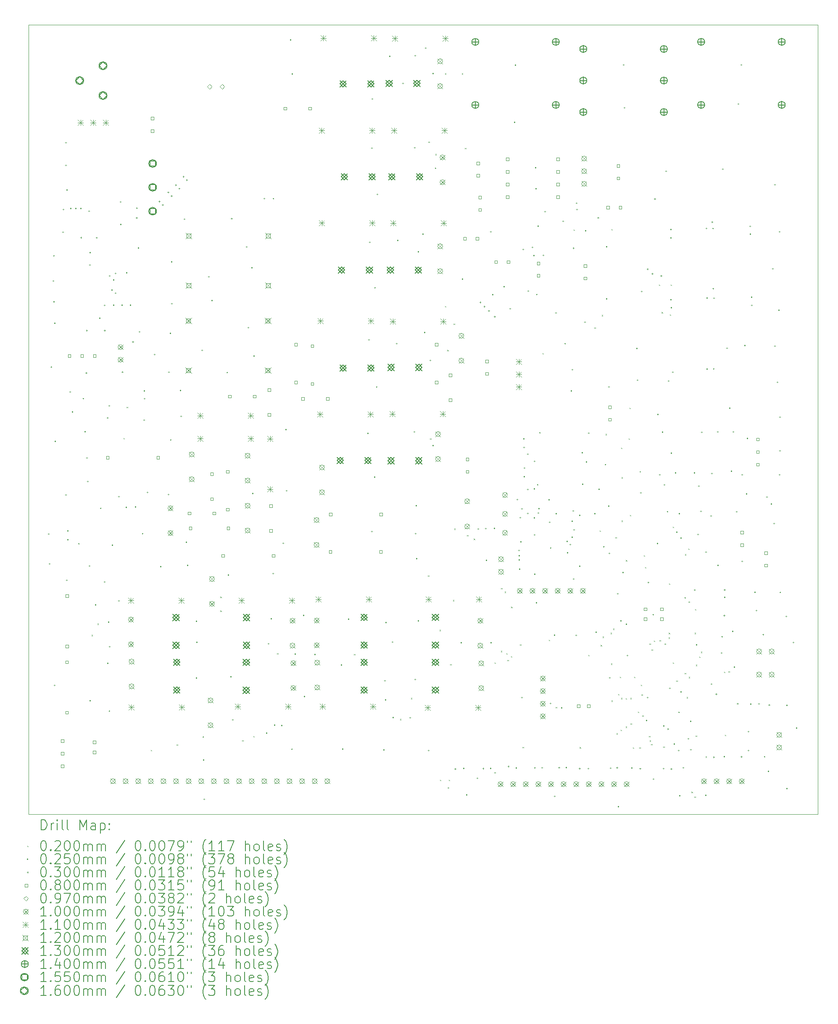
<source format=gbr>
%TF.GenerationSoftware,KiCad,Pcbnew,7.0.10*%
%TF.CreationDate,2024-11-23T11:02:49-08:00*%
%TF.ProjectId,fieldRadio,6669656c-6452-4616-9469-6f2e6b696361,rev?*%
%TF.SameCoordinates,Original*%
%TF.FileFunction,Drillmap*%
%TF.FilePolarity,Positive*%
%FSLAX45Y45*%
G04 Gerber Fmt 4.5, Leading zero omitted, Abs format (unit mm)*
G04 Created by KiCad (PCBNEW 7.0.10) date 2024-11-23 11:02:49*
%MOMM*%
%LPD*%
G01*
G04 APERTURE LIST*
%ADD10C,0.100000*%
%ADD11C,0.200000*%
%ADD12C,0.110000*%
%ADD13C,0.120000*%
%ADD14C,0.130000*%
%ADD15C,0.140000*%
%ADD16C,0.155000*%
%ADD17C,0.160000*%
G04 APERTURE END LIST*
D10*
X7225000Y-7200000D02*
X23125000Y-7200000D01*
X23125000Y-23100000D01*
X7225000Y-23100000D01*
X7225000Y-7200000D01*
D11*
D10*
X8495000Y-19491000D02*
X8515000Y-19511000D01*
X8515000Y-19491000D02*
X8495000Y-19511000D01*
X8613000Y-19262000D02*
X8633000Y-19282000D01*
X8633000Y-19262000D02*
X8613000Y-19282000D01*
X9136000Y-15524000D02*
X9156000Y-15544000D01*
X9156000Y-15524000D02*
X9136000Y-15544000D01*
X9201000Y-14896000D02*
X9221000Y-14916000D01*
X9221000Y-14896000D02*
X9201000Y-14916000D01*
X9686000Y-21808000D02*
X9706000Y-21828000D01*
X9706000Y-21808000D02*
X9686000Y-21828000D01*
X10208000Y-21697000D02*
X10228000Y-21717000D01*
X10228000Y-21697000D02*
X10208000Y-21717000D01*
X11088000Y-18722000D02*
X11108000Y-18742000D01*
X11108000Y-18722000D02*
X11088000Y-18742000D01*
X11088000Y-18999000D02*
X11108000Y-19019000D01*
X11108000Y-18999000D02*
X11088000Y-19019000D01*
X11530000Y-21612000D02*
X11550000Y-21632000D01*
X11550000Y-21612000D02*
X11530000Y-21632000D01*
X11752000Y-21525000D02*
X11772000Y-21545000D01*
X11772000Y-21525000D02*
X11752000Y-21545000D01*
X12231000Y-19860000D02*
X12251000Y-19880000D01*
X12251000Y-19860000D02*
X12231000Y-19880000D01*
X13781000Y-19879000D02*
X13801000Y-19899000D01*
X13801000Y-19879000D02*
X13781000Y-19899000D01*
X14711000Y-21184000D02*
X14731000Y-21204000D01*
X14731000Y-21184000D02*
X14711000Y-21204000D01*
X14931000Y-20762000D02*
X14951000Y-20782000D01*
X14951000Y-20762000D02*
X14931000Y-20782000D01*
X15273000Y-18291000D02*
X15293000Y-18311000D01*
X15293000Y-18291000D02*
X15273000Y-18311000D01*
X15315000Y-15534000D02*
X15335000Y-15554000D01*
X15335000Y-15534000D02*
X15315000Y-15554000D01*
X15419000Y-9807000D02*
X15439000Y-9827000D01*
X15439000Y-9807000D02*
X15419000Y-9827000D01*
X15507000Y-19390000D02*
X15527000Y-19410000D01*
X15527000Y-19390000D02*
X15507000Y-19410000D01*
X15511000Y-22409000D02*
X15531000Y-22429000D01*
X15531000Y-22409000D02*
X15511000Y-22429000D01*
X15616000Y-8181000D02*
X15636000Y-8201000D01*
X15636000Y-8181000D02*
X15616000Y-8201000D01*
X15616000Y-12865000D02*
X15636000Y-12885000D01*
X15636000Y-12865000D02*
X15616000Y-12885000D01*
X15661000Y-13752000D02*
X15681000Y-13772000D01*
X15681000Y-13752000D02*
X15661000Y-13772000D01*
X15693000Y-22406000D02*
X15713000Y-22426000D01*
X15713000Y-22406000D02*
X15693000Y-22426000D01*
X15719000Y-20081000D02*
X15739000Y-20101000D01*
X15739000Y-20081000D02*
X15719000Y-20101000D01*
X15774000Y-18789000D02*
X15794000Y-18809000D01*
X15794000Y-18789000D02*
X15774000Y-18809000D01*
X15789000Y-13223000D02*
X15809000Y-13243000D01*
X15809000Y-13223000D02*
X15789000Y-13243000D01*
X15799000Y-17350000D02*
X15819000Y-17370000D01*
X15819000Y-17350000D02*
X15799000Y-17370000D01*
X15954000Y-8181000D02*
X15974000Y-8201000D01*
X15974000Y-8181000D02*
X15954000Y-8201000D01*
X16018000Y-9683000D02*
X16038000Y-9703000D01*
X16038000Y-9683000D02*
X16018000Y-9703000D01*
X16059000Y-17481000D02*
X16079000Y-17501000D01*
X16079000Y-17481000D02*
X16059000Y-17501000D01*
X16195000Y-17553000D02*
X16215000Y-17573000D01*
X16215000Y-17553000D02*
X16195000Y-17573000D01*
X16616000Y-20044000D02*
X16636000Y-20064000D01*
X16636000Y-20044000D02*
X16616000Y-20064000D01*
X16741000Y-19814000D02*
X16761000Y-19834000D01*
X16761000Y-19814000D02*
X16741000Y-19834000D01*
X16745000Y-18549000D02*
X16765000Y-18569000D01*
X16765000Y-18549000D02*
X16745000Y-18569000D01*
X16816000Y-18618500D02*
X16836000Y-18638500D01*
X16836000Y-18618500D02*
X16816000Y-18638500D01*
X16851000Y-19860000D02*
X16871000Y-19880000D01*
X16871000Y-19860000D02*
X16851000Y-19880000D01*
X16872000Y-19994000D02*
X16892000Y-20014000D01*
X16892000Y-19994000D02*
X16872000Y-20014000D01*
X16943000Y-19918000D02*
X16963000Y-19938000D01*
X16963000Y-19918000D02*
X16943000Y-19938000D01*
X16949000Y-18923000D02*
X16969000Y-18943000D01*
X16969000Y-18923000D02*
X16949000Y-18943000D01*
X17125000Y-19680000D02*
X17145000Y-19700000D01*
X17145000Y-19680000D02*
X17125000Y-19700000D01*
X17176000Y-21746000D02*
X17196000Y-21766000D01*
X17196000Y-21746000D02*
X17176000Y-21766000D01*
X17580000Y-13816000D02*
X17600000Y-13836000D01*
X17600000Y-13816000D02*
X17580000Y-13836000D01*
X17704000Y-19590000D02*
X17724000Y-19610000D01*
X17724000Y-19590000D02*
X17704000Y-19610000D01*
X17847000Y-20946000D02*
X17867000Y-20966000D01*
X17867000Y-20946000D02*
X17847000Y-20966000D01*
X18206000Y-11323000D02*
X18226000Y-11343000D01*
X18226000Y-11323000D02*
X18206000Y-11343000D01*
X18329000Y-21752000D02*
X18349000Y-21772000D01*
X18349000Y-21752000D02*
X18329000Y-21772000D01*
X18504000Y-19894000D02*
X18524000Y-19914000D01*
X18524000Y-19894000D02*
X18504000Y-19914000D01*
X18624000Y-13297000D02*
X18644000Y-13317000D01*
X18644000Y-13297000D02*
X18624000Y-13317000D01*
X18733000Y-17386000D02*
X18753000Y-17406000D01*
X18753000Y-17386000D02*
X18733000Y-17406000D01*
X18753000Y-19694000D02*
X18773000Y-19714000D01*
X18773000Y-19694000D02*
X18753000Y-19714000D01*
X18774000Y-13047000D02*
X18794000Y-13067000D01*
X18794000Y-13047000D02*
X18774000Y-13067000D01*
X18792000Y-19525000D02*
X18812000Y-19545000D01*
X18812000Y-19525000D02*
X18792000Y-19545000D01*
X18850000Y-15443000D02*
X18870000Y-15463000D01*
X18870000Y-15443000D02*
X18850000Y-15463000D01*
X18951000Y-19450000D02*
X18971000Y-19470000D01*
X18971000Y-19450000D02*
X18951000Y-19470000D01*
X18959000Y-20068000D02*
X18979000Y-20088000D01*
X18979000Y-20068000D02*
X18959000Y-20088000D01*
X18966000Y-11316000D02*
X18986000Y-11336000D01*
X18986000Y-11316000D02*
X18966000Y-11336000D01*
X18969000Y-20813000D02*
X18989000Y-20833000D01*
X18989000Y-20813000D02*
X18969000Y-20833000D01*
X19001000Y-19364000D02*
X19021000Y-19384000D01*
X19021000Y-19364000D02*
X19001000Y-19384000D01*
X19048000Y-17521000D02*
X19068000Y-17541000D01*
X19068000Y-17521000D02*
X19048000Y-17541000D01*
X19067000Y-21474000D02*
X19087000Y-21494000D01*
X19087000Y-21474000D02*
X19067000Y-21494000D01*
X19104000Y-20679000D02*
X19124000Y-20699000D01*
X19124000Y-20679000D02*
X19104000Y-20699000D01*
X19135000Y-20332000D02*
X19155000Y-20352000D01*
X19155000Y-20332000D02*
X19135000Y-20352000D01*
X19152000Y-21399000D02*
X19172000Y-21419000D01*
X19172000Y-21399000D02*
X19152000Y-21419000D01*
X19160000Y-15719000D02*
X19180000Y-15739000D01*
X19180000Y-15719000D02*
X19160000Y-15739000D01*
X19163000Y-20760000D02*
X19183000Y-20780000D01*
X19183000Y-20760000D02*
X19163000Y-20780000D01*
X19169000Y-16316000D02*
X19189000Y-16336000D01*
X19189000Y-16316000D02*
X19169000Y-16336000D01*
X19173000Y-17189000D02*
X19193000Y-17209000D01*
X19193000Y-17189000D02*
X19173000Y-17209000D01*
X19254000Y-20764500D02*
X19274000Y-20784500D01*
X19274000Y-20764500D02*
X19254000Y-20784500D01*
X19256000Y-21338000D02*
X19276000Y-21358000D01*
X19276000Y-21338000D02*
X19256000Y-21358000D01*
X19260000Y-17983000D02*
X19280000Y-18003000D01*
X19280000Y-17983000D02*
X19260000Y-18003000D01*
X19312000Y-15532000D02*
X19332000Y-15552000D01*
X19332000Y-15532000D02*
X19312000Y-15552000D01*
X19332000Y-14914000D02*
X19352000Y-14934000D01*
X19352000Y-14914000D02*
X19332000Y-14934000D01*
X19340750Y-17076750D02*
X19360750Y-17096750D01*
X19360750Y-17076750D02*
X19340750Y-17096750D01*
X19349000Y-20762000D02*
X19369000Y-20782000D01*
X19369000Y-20762000D02*
X19349000Y-20782000D01*
X19353000Y-21271000D02*
X19373000Y-21291000D01*
X19373000Y-21271000D02*
X19353000Y-21291000D01*
X19401000Y-21758000D02*
X19421000Y-21778000D01*
X19421000Y-21758000D02*
X19401000Y-21778000D01*
X19422000Y-20334000D02*
X19442000Y-20354000D01*
X19442000Y-20334000D02*
X19422000Y-20354000D01*
X19499000Y-21038000D02*
X19519000Y-21058000D01*
X19519000Y-21038000D02*
X19499000Y-21058000D01*
X19531000Y-21755000D02*
X19551000Y-21775000D01*
X19551000Y-21755000D02*
X19531000Y-21775000D01*
X19561000Y-20492750D02*
X19581000Y-20512750D01*
X19581000Y-20492750D02*
X19561000Y-20512750D01*
X19619000Y-17888500D02*
X19639000Y-17908500D01*
X19639000Y-17888500D02*
X19619000Y-17908500D01*
X19646000Y-18125000D02*
X19666000Y-18145000D01*
X19666000Y-18125000D02*
X19646000Y-18145000D01*
X19726000Y-21529000D02*
X19746000Y-21549000D01*
X19746000Y-21529000D02*
X19726000Y-21549000D01*
X19734000Y-19665000D02*
X19754000Y-19685000D01*
X19754000Y-19665000D02*
X19734000Y-19685000D01*
X19740000Y-21616000D02*
X19760000Y-21636000D01*
X19760000Y-21616000D02*
X19740000Y-21636000D01*
X19768000Y-21686000D02*
X19788000Y-21706000D01*
X19788000Y-21686000D02*
X19768000Y-21706000D01*
X19777000Y-19782000D02*
X19797000Y-19802000D01*
X19797000Y-19782000D02*
X19777000Y-19802000D01*
X19822000Y-19608000D02*
X19842000Y-19628000D01*
X19842000Y-19608000D02*
X19822000Y-19628000D01*
X19924000Y-12432000D02*
X19944000Y-12452000D01*
X19944000Y-12432000D02*
X19924000Y-12452000D01*
X19937000Y-19596000D02*
X19957000Y-19616000D01*
X19957000Y-19596000D02*
X19937000Y-19616000D01*
X19978000Y-12990000D02*
X19998000Y-13010000D01*
X19998000Y-12990000D02*
X19978000Y-13010000D01*
X20012000Y-21741000D02*
X20032000Y-21761000D01*
X20032000Y-21741000D02*
X20012000Y-21761000D01*
X20121000Y-19541000D02*
X20141000Y-19561000D01*
X20141000Y-19541000D02*
X20121000Y-19561000D01*
X20123000Y-19448000D02*
X20143000Y-19468000D01*
X20143000Y-19448000D02*
X20123000Y-19468000D01*
X20128000Y-18453000D02*
X20148000Y-18473000D01*
X20148000Y-18453000D02*
X20128000Y-18473000D01*
X20145000Y-13036000D02*
X20165000Y-13056000D01*
X20165000Y-13036000D02*
X20145000Y-13056000D01*
X20162000Y-12433000D02*
X20182000Y-12453000D01*
X20182000Y-12433000D02*
X20162000Y-12453000D01*
X20203000Y-20044000D02*
X20223000Y-20064000D01*
X20223000Y-20044000D02*
X20203000Y-20064000D01*
X20205000Y-17311000D02*
X20225000Y-17331000D01*
X20225000Y-17311000D02*
X20205000Y-17331000D01*
X20277000Y-20409000D02*
X20297000Y-20429000D01*
X20297000Y-20409000D02*
X20277000Y-20429000D01*
X20444000Y-20259000D02*
X20464000Y-20279000D01*
X20464000Y-20259000D02*
X20444000Y-20279000D01*
X20447000Y-17866000D02*
X20467000Y-17886000D01*
X20467000Y-17866000D02*
X20447000Y-17886000D01*
X20484000Y-20743000D02*
X20504000Y-20763000D01*
X20504000Y-20743000D02*
X20484000Y-20763000D01*
X20516000Y-17749000D02*
X20536000Y-17769000D01*
X20536000Y-17749000D02*
X20516000Y-17769000D01*
X20526000Y-20337000D02*
X20546000Y-20357000D01*
X20546000Y-20337000D02*
X20526000Y-20357000D01*
X20579000Y-22650000D02*
X20599000Y-22670000D01*
X20599000Y-22650000D02*
X20579000Y-22670000D01*
X20641000Y-22746000D02*
X20661000Y-22766000D01*
X20661000Y-22746000D02*
X20641000Y-22766000D01*
X20642000Y-19448000D02*
X20662000Y-19468000D01*
X20662000Y-19448000D02*
X20642000Y-19468000D01*
X20650000Y-18968000D02*
X20670000Y-18988000D01*
X20670000Y-18968000D02*
X20650000Y-18988000D01*
X20664000Y-21521000D02*
X20684000Y-21541000D01*
X20684000Y-21521000D02*
X20664000Y-21541000D01*
X20668000Y-20094000D02*
X20688000Y-20114000D01*
X20688000Y-20094000D02*
X20668000Y-20114000D01*
X20739000Y-19929000D02*
X20759000Y-19949000D01*
X20759000Y-19929000D02*
X20739000Y-19949000D01*
X20769000Y-19831000D02*
X20789000Y-19851000D01*
X20789000Y-19831000D02*
X20769000Y-19851000D01*
X20865000Y-21937000D02*
X20885000Y-21957000D01*
X20885000Y-21937000D02*
X20865000Y-21957000D01*
X21234000Y-20231000D02*
X21254000Y-20251000D01*
X21254000Y-20231000D02*
X21234000Y-20251000D01*
X21251000Y-21503000D02*
X21271000Y-21523000D01*
X21271000Y-21503000D02*
X21251000Y-21523000D01*
X21326000Y-20224000D02*
X21346000Y-20244000D01*
X21346000Y-20224000D02*
X21326000Y-20244000D01*
X7641500Y-17461000D02*
G75*
G03*
X7616500Y-17461000I-12500J0D01*
G01*
X7616500Y-17461000D02*
G75*
G03*
X7641500Y-17461000I12500J0D01*
G01*
X7662500Y-18063000D02*
G75*
G03*
X7637500Y-18063000I-12500J0D01*
G01*
X7637500Y-18063000D02*
G75*
G03*
X7662500Y-18063000I12500J0D01*
G01*
X7739500Y-12364000D02*
G75*
G03*
X7714500Y-12364000I-12500J0D01*
G01*
X7714500Y-12364000D02*
G75*
G03*
X7739500Y-12364000I12500J0D01*
G01*
X7746500Y-11860000D02*
G75*
G03*
X7721500Y-11860000I-12500J0D01*
G01*
X7721500Y-11860000D02*
G75*
G03*
X7746500Y-11860000I12500J0D01*
G01*
X7753500Y-12783000D02*
G75*
G03*
X7728500Y-12783000I-12500J0D01*
G01*
X7728500Y-12783000D02*
G75*
G03*
X7753500Y-12783000I12500J0D01*
G01*
X7760500Y-20510000D02*
G75*
G03*
X7735500Y-20510000I-12500J0D01*
G01*
X7735500Y-20510000D02*
G75*
G03*
X7760500Y-20510000I12500J0D01*
G01*
X7767500Y-13217000D02*
G75*
G03*
X7742500Y-13217000I-12500J0D01*
G01*
X7742500Y-13217000D02*
G75*
G03*
X7767500Y-13217000I12500J0D01*
G01*
X7774500Y-15594000D02*
G75*
G03*
X7749500Y-15594000I-12500J0D01*
G01*
X7749500Y-15594000D02*
G75*
G03*
X7774500Y-15594000I12500J0D01*
G01*
X7932500Y-11384000D02*
G75*
G03*
X7907500Y-11384000I-12500J0D01*
G01*
X7907500Y-11384000D02*
G75*
G03*
X7932500Y-11384000I12500J0D01*
G01*
X7942500Y-10926000D02*
G75*
G03*
X7917500Y-10926000I-12500J0D01*
G01*
X7917500Y-10926000D02*
G75*
G03*
X7942500Y-10926000I12500J0D01*
G01*
X7991500Y-9581000D02*
G75*
G03*
X7966500Y-9581000I-12500J0D01*
G01*
X7966500Y-9581000D02*
G75*
G03*
X7991500Y-9581000I12500J0D01*
G01*
X7991500Y-10035000D02*
G75*
G03*
X7966500Y-10035000I-12500J0D01*
G01*
X7966500Y-10035000D02*
G75*
G03*
X7991500Y-10035000I12500J0D01*
G01*
X7991500Y-16671000D02*
G75*
G03*
X7966500Y-16671000I-12500J0D01*
G01*
X7966500Y-16671000D02*
G75*
G03*
X7991500Y-16671000I12500J0D01*
G01*
X8012500Y-10532000D02*
G75*
G03*
X7987500Y-10532000I-12500J0D01*
G01*
X7987500Y-10532000D02*
G75*
G03*
X8012500Y-10532000I12500J0D01*
G01*
X8012500Y-18392000D02*
G75*
G03*
X7987500Y-18392000I-12500J0D01*
G01*
X7987500Y-18392000D02*
G75*
G03*
X8012500Y-18392000I12500J0D01*
G01*
X8029500Y-17400000D02*
G75*
G03*
X8004500Y-17400000I-12500J0D01*
G01*
X8004500Y-17400000D02*
G75*
G03*
X8029500Y-17400000I12500J0D01*
G01*
X8029500Y-17572000D02*
G75*
G03*
X8004500Y-17572000I-12500J0D01*
G01*
X8004500Y-17572000D02*
G75*
G03*
X8029500Y-17572000I12500J0D01*
G01*
X8075500Y-14599000D02*
G75*
G03*
X8050500Y-14599000I-12500J0D01*
G01*
X8050500Y-14599000D02*
G75*
G03*
X8075500Y-14599000I12500J0D01*
G01*
X8088500Y-10904000D02*
G75*
G03*
X8063500Y-10904000I-12500J0D01*
G01*
X8063500Y-10904000D02*
G75*
G03*
X8088500Y-10904000I12500J0D01*
G01*
X8123500Y-14999000D02*
G75*
G03*
X8098500Y-14999000I-12500J0D01*
G01*
X8098500Y-14999000D02*
G75*
G03*
X8123500Y-14999000I12500J0D01*
G01*
X8189500Y-10902000D02*
G75*
G03*
X8164500Y-10902000I-12500J0D01*
G01*
X8164500Y-10902000D02*
G75*
G03*
X8189500Y-10902000I12500J0D01*
G01*
X8251500Y-17657000D02*
G75*
G03*
X8226500Y-17657000I-12500J0D01*
G01*
X8226500Y-17657000D02*
G75*
G03*
X8251500Y-17657000I12500J0D01*
G01*
X8294500Y-10904000D02*
G75*
G03*
X8269500Y-10904000I-12500J0D01*
G01*
X8269500Y-10904000D02*
G75*
G03*
X8294500Y-10904000I12500J0D01*
G01*
X8339500Y-14731000D02*
G75*
G03*
X8314500Y-14731000I-12500J0D01*
G01*
X8314500Y-14731000D02*
G75*
G03*
X8339500Y-14731000I12500J0D01*
G01*
X8375500Y-15399000D02*
G75*
G03*
X8350500Y-15399000I-12500J0D01*
G01*
X8350500Y-15399000D02*
G75*
G03*
X8375500Y-15399000I12500J0D01*
G01*
X8417500Y-15930000D02*
G75*
G03*
X8392500Y-15930000I-12500J0D01*
G01*
X8392500Y-15930000D02*
G75*
G03*
X8417500Y-15930000I12500J0D01*
G01*
X8431500Y-16406000D02*
G75*
G03*
X8406500Y-16406000I-12500J0D01*
G01*
X8406500Y-16406000D02*
G75*
G03*
X8431500Y-16406000I12500J0D01*
G01*
X8455500Y-10957000D02*
G75*
G03*
X8430500Y-10957000I-12500J0D01*
G01*
X8430500Y-10957000D02*
G75*
G03*
X8455500Y-10957000I12500J0D01*
G01*
X8465500Y-18104000D02*
G75*
G03*
X8440500Y-18104000I-12500J0D01*
G01*
X8440500Y-18104000D02*
G75*
G03*
X8465500Y-18104000I12500J0D01*
G01*
X8476876Y-12043000D02*
G75*
G03*
X8451876Y-12043000I-12500J0D01*
G01*
X8451876Y-12043000D02*
G75*
G03*
X8476876Y-12043000I12500J0D01*
G01*
X8480500Y-20818000D02*
G75*
G03*
X8455500Y-20818000I-12500J0D01*
G01*
X8455500Y-20818000D02*
G75*
G03*
X8480500Y-20818000I12500J0D01*
G01*
X8480876Y-11793000D02*
G75*
G03*
X8455876Y-11793000I-12500J0D01*
G01*
X8455876Y-11793000D02*
G75*
G03*
X8480876Y-11793000I12500J0D01*
G01*
X8585500Y-18888000D02*
G75*
G03*
X8560500Y-18888000I-12500J0D01*
G01*
X8560500Y-18888000D02*
G75*
G03*
X8585500Y-18888000I12500J0D01*
G01*
X8671876Y-13112000D02*
G75*
G03*
X8646876Y-13112000I-12500J0D01*
G01*
X8646876Y-13112000D02*
G75*
G03*
X8671876Y-13112000I12500J0D01*
G01*
X8690500Y-16944000D02*
G75*
G03*
X8665500Y-16944000I-12500J0D01*
G01*
X8665500Y-16944000D02*
G75*
G03*
X8690500Y-16944000I12500J0D01*
G01*
X8769876Y-12857000D02*
G75*
G03*
X8744876Y-12857000I-12500J0D01*
G01*
X8744876Y-12857000D02*
G75*
G03*
X8769876Y-12857000I12500J0D01*
G01*
X8772500Y-18426000D02*
G75*
G03*
X8747500Y-18426000I-12500J0D01*
G01*
X8747500Y-18426000D02*
G75*
G03*
X8772500Y-18426000I12500J0D01*
G01*
X8834500Y-20065000D02*
G75*
G03*
X8809500Y-20065000I-12500J0D01*
G01*
X8809500Y-20065000D02*
G75*
G03*
X8834500Y-20065000I12500J0D01*
G01*
X8849500Y-19236000D02*
G75*
G03*
X8824500Y-19236000I-12500J0D01*
G01*
X8824500Y-19236000D02*
G75*
G03*
X8849500Y-19236000I12500J0D01*
G01*
X8865500Y-14878000D02*
G75*
G03*
X8840500Y-14878000I-12500J0D01*
G01*
X8840500Y-14878000D02*
G75*
G03*
X8865500Y-14878000I12500J0D01*
G01*
X8865500Y-21028000D02*
G75*
G03*
X8840500Y-21028000I-12500J0D01*
G01*
X8840500Y-21028000D02*
G75*
G03*
X8865500Y-21028000I12500J0D01*
G01*
X8873876Y-12264000D02*
G75*
G03*
X8848876Y-12264000I-12500J0D01*
G01*
X8848876Y-12264000D02*
G75*
G03*
X8873876Y-12264000I12500J0D01*
G01*
X8874500Y-19729000D02*
G75*
G03*
X8849500Y-19729000I-12500J0D01*
G01*
X8849500Y-19729000D02*
G75*
G03*
X8874500Y-19729000I12500J0D01*
G01*
X8916876Y-12544000D02*
G75*
G03*
X8891876Y-12544000I-12500J0D01*
G01*
X8891876Y-12544000D02*
G75*
G03*
X8916876Y-12544000I12500J0D01*
G01*
X8924500Y-17685000D02*
G75*
G03*
X8899500Y-17685000I-12500J0D01*
G01*
X8899500Y-17685000D02*
G75*
G03*
X8924500Y-17685000I12500J0D01*
G01*
X8954876Y-12343000D02*
G75*
G03*
X8929876Y-12343000I-12500J0D01*
G01*
X8929876Y-12343000D02*
G75*
G03*
X8954876Y-12343000I12500J0D01*
G01*
X8955876Y-12851000D02*
G75*
G03*
X8930876Y-12851000I-12500J0D01*
G01*
X8930876Y-12851000D02*
G75*
G03*
X8955876Y-12851000I12500J0D01*
G01*
X8990876Y-12212000D02*
G75*
G03*
X8965876Y-12212000I-12500J0D01*
G01*
X8965876Y-12212000D02*
G75*
G03*
X8990876Y-12212000I12500J0D01*
G01*
X8993876Y-12609000D02*
G75*
G03*
X8968876Y-12609000I-12500J0D01*
G01*
X8968876Y-12609000D02*
G75*
G03*
X8993876Y-12609000I12500J0D01*
G01*
X9057500Y-16708000D02*
G75*
G03*
X9032500Y-16708000I-12500J0D01*
G01*
X9032500Y-16708000D02*
G75*
G03*
X9057500Y-16708000I12500J0D01*
G01*
X9057500Y-18808000D02*
G75*
G03*
X9032500Y-18808000I-12500J0D01*
G01*
X9032500Y-18808000D02*
G75*
G03*
X9057500Y-18808000I12500J0D01*
G01*
X9093500Y-10770000D02*
G75*
G03*
X9068500Y-10770000I-12500J0D01*
G01*
X9068500Y-10770000D02*
G75*
G03*
X9093500Y-10770000I12500J0D01*
G01*
X9096500Y-11226000D02*
G75*
G03*
X9071500Y-11226000I-12500J0D01*
G01*
X9071500Y-11226000D02*
G75*
G03*
X9096500Y-11226000I12500J0D01*
G01*
X9121876Y-12849000D02*
G75*
G03*
X9096876Y-12849000I-12500J0D01*
G01*
X9096876Y-12849000D02*
G75*
G03*
X9121876Y-12849000I12500J0D01*
G01*
X9208500Y-16925000D02*
G75*
G03*
X9183500Y-16925000I-12500J0D01*
G01*
X9183500Y-16925000D02*
G75*
G03*
X9208500Y-16925000I12500J0D01*
G01*
X9218876Y-12199000D02*
G75*
G03*
X9193876Y-12199000I-12500J0D01*
G01*
X9193876Y-12199000D02*
G75*
G03*
X9218876Y-12199000I12500J0D01*
G01*
X9289876Y-12853000D02*
G75*
G03*
X9264876Y-12853000I-12500J0D01*
G01*
X9264876Y-12853000D02*
G75*
G03*
X9289876Y-12853000I12500J0D01*
G01*
X9390500Y-16915000D02*
G75*
G03*
X9365500Y-16915000I-12500J0D01*
G01*
X9365500Y-16915000D02*
G75*
G03*
X9390500Y-16915000I12500J0D01*
G01*
X9452500Y-11699000D02*
G75*
G03*
X9427500Y-11699000I-12500J0D01*
G01*
X9427500Y-11699000D02*
G75*
G03*
X9452500Y-11699000I12500J0D01*
G01*
X9473500Y-13392000D02*
G75*
G03*
X9448500Y-13392000I-12500J0D01*
G01*
X9448500Y-13392000D02*
G75*
G03*
X9473500Y-13392000I12500J0D01*
G01*
X9534500Y-17455000D02*
G75*
G03*
X9509500Y-17455000I-12500J0D01*
G01*
X9509500Y-17455000D02*
G75*
G03*
X9534500Y-17455000I12500J0D01*
G01*
X9567500Y-15169000D02*
G75*
G03*
X9542500Y-15169000I-12500J0D01*
G01*
X9542500Y-15169000D02*
G75*
G03*
X9567500Y-15169000I12500J0D01*
G01*
X9570500Y-14580000D02*
G75*
G03*
X9545500Y-14580000I-12500J0D01*
G01*
X9545500Y-14580000D02*
G75*
G03*
X9570500Y-14580000I12500J0D01*
G01*
X9574500Y-14736000D02*
G75*
G03*
X9549500Y-14736000I-12500J0D01*
G01*
X9549500Y-14736000D02*
G75*
G03*
X9574500Y-14736000I12500J0D01*
G01*
X9635500Y-16623000D02*
G75*
G03*
X9610500Y-16623000I-12500J0D01*
G01*
X9610500Y-16623000D02*
G75*
G03*
X9635500Y-16623000I12500J0D01*
G01*
X9781500Y-13846000D02*
G75*
G03*
X9756500Y-13846000I-12500J0D01*
G01*
X9756500Y-13846000D02*
G75*
G03*
X9781500Y-13846000I12500J0D01*
G01*
X9901500Y-18119000D02*
G75*
G03*
X9876500Y-18119000I-12500J0D01*
G01*
X9876500Y-18119000D02*
G75*
G03*
X9901500Y-18119000I12500J0D01*
G01*
X10060500Y-16664000D02*
G75*
G03*
X10035500Y-16664000I-12500J0D01*
G01*
X10035500Y-16664000D02*
G75*
G03*
X10060500Y-16664000I12500J0D01*
G01*
X10065500Y-14198000D02*
G75*
G03*
X10040500Y-14198000I-12500J0D01*
G01*
X10040500Y-14198000D02*
G75*
G03*
X10065500Y-14198000I12500J0D01*
G01*
X10095500Y-13420000D02*
G75*
G03*
X10070500Y-13420000I-12500J0D01*
G01*
X10070500Y-13420000D02*
G75*
G03*
X10095500Y-13420000I12500J0D01*
G01*
X10102500Y-15566000D02*
G75*
G03*
X10077500Y-15566000I-12500J0D01*
G01*
X10077500Y-15566000D02*
G75*
G03*
X10102500Y-15566000I12500J0D01*
G01*
X10121500Y-11979000D02*
G75*
G03*
X10096500Y-11979000I-12500J0D01*
G01*
X10096500Y-11979000D02*
G75*
G03*
X10121500Y-11979000I12500J0D01*
G01*
X10125500Y-12823000D02*
G75*
G03*
X10100500Y-12823000I-12500J0D01*
G01*
X10100500Y-12823000D02*
G75*
G03*
X10125500Y-12823000I12500J0D01*
G01*
X10298500Y-14573000D02*
G75*
G03*
X10273500Y-14573000I-12500J0D01*
G01*
X10273500Y-14573000D02*
G75*
G03*
X10298500Y-14573000I12500J0D01*
G01*
X10312500Y-15091000D02*
G75*
G03*
X10287500Y-15091000I-12500J0D01*
G01*
X10287500Y-15091000D02*
G75*
G03*
X10312500Y-15091000I12500J0D01*
G01*
X10382500Y-11119000D02*
G75*
G03*
X10357500Y-11119000I-12500J0D01*
G01*
X10357500Y-11119000D02*
G75*
G03*
X10382500Y-11119000I12500J0D01*
G01*
X10417500Y-17622000D02*
G75*
G03*
X10392500Y-17622000I-12500J0D01*
G01*
X10392500Y-17622000D02*
G75*
G03*
X10417500Y-17622000I12500J0D01*
G01*
X10445500Y-18091000D02*
G75*
G03*
X10420500Y-18091000I-12500J0D01*
G01*
X10420500Y-18091000D02*
G75*
G03*
X10445500Y-18091000I12500J0D01*
G01*
X10620500Y-19217000D02*
G75*
G03*
X10595500Y-19217000I-12500J0D01*
G01*
X10595500Y-19217000D02*
G75*
G03*
X10620500Y-19217000I12500J0D01*
G01*
X10620500Y-20357000D02*
G75*
G03*
X10595500Y-20357000I-12500J0D01*
G01*
X10595500Y-20357000D02*
G75*
G03*
X10620500Y-20357000I12500J0D01*
G01*
X10627500Y-19643000D02*
G75*
G03*
X10602500Y-19643000I-12500J0D01*
G01*
X10602500Y-19643000D02*
G75*
G03*
X10627500Y-19643000I12500J0D01*
G01*
X10736500Y-13760000D02*
G75*
G03*
X10711500Y-13760000I-12500J0D01*
G01*
X10711500Y-13760000D02*
G75*
G03*
X10736500Y-13760000I12500J0D01*
G01*
X10758500Y-21548000D02*
G75*
G03*
X10733500Y-21548000I-12500J0D01*
G01*
X10733500Y-21548000D02*
G75*
G03*
X10758500Y-21548000I12500J0D01*
G01*
X10761500Y-22011000D02*
G75*
G03*
X10736500Y-22011000I-12500J0D01*
G01*
X10736500Y-22011000D02*
G75*
G03*
X10761500Y-22011000I12500J0D01*
G01*
X10777500Y-22800000D02*
G75*
G03*
X10752500Y-22800000I-12500J0D01*
G01*
X10752500Y-22800000D02*
G75*
G03*
X10777500Y-22800000I12500J0D01*
G01*
X10871500Y-12278000D02*
G75*
G03*
X10846500Y-12278000I-12500J0D01*
G01*
X10846500Y-12278000D02*
G75*
G03*
X10871500Y-12278000I12500J0D01*
G01*
X10937500Y-12758000D02*
G75*
G03*
X10912500Y-12758000I-12500J0D01*
G01*
X10912500Y-12758000D02*
G75*
G03*
X10937500Y-12758000I12500J0D01*
G01*
X11240500Y-14208000D02*
G75*
G03*
X11215500Y-14208000I-12500J0D01*
G01*
X11215500Y-14208000D02*
G75*
G03*
X11240500Y-14208000I12500J0D01*
G01*
X11266500Y-18286000D02*
G75*
G03*
X11241500Y-18286000I-12500J0D01*
G01*
X11241500Y-18286000D02*
G75*
G03*
X11266500Y-18286000I12500J0D01*
G01*
X11312500Y-20336000D02*
G75*
G03*
X11287500Y-20336000I-12500J0D01*
G01*
X11287500Y-20336000D02*
G75*
G03*
X11312500Y-20336000I12500J0D01*
G01*
X11349500Y-21203000D02*
G75*
G03*
X11324500Y-21203000I-12500J0D01*
G01*
X11324500Y-21203000D02*
G75*
G03*
X11349500Y-21203000I12500J0D01*
G01*
X11631500Y-11681000D02*
G75*
G03*
X11606500Y-11681000I-12500J0D01*
G01*
X11606500Y-11681000D02*
G75*
G03*
X11631500Y-11681000I12500J0D01*
G01*
X11664500Y-13303000D02*
G75*
G03*
X11639500Y-13303000I-12500J0D01*
G01*
X11639500Y-13303000D02*
G75*
G03*
X11664500Y-13303000I12500J0D01*
G01*
X11738500Y-12096000D02*
G75*
G03*
X11713500Y-12096000I-12500J0D01*
G01*
X11713500Y-12096000D02*
G75*
G03*
X11738500Y-12096000I12500J0D01*
G01*
X11753500Y-16643000D02*
G75*
G03*
X11728500Y-16643000I-12500J0D01*
G01*
X11728500Y-16643000D02*
G75*
G03*
X11753500Y-16643000I12500J0D01*
G01*
X11780500Y-13877000D02*
G75*
G03*
X11755500Y-13877000I-12500J0D01*
G01*
X11755500Y-13877000D02*
G75*
G03*
X11780500Y-13877000I12500J0D01*
G01*
X11991500Y-10705000D02*
G75*
G03*
X11966500Y-10705000I-12500J0D01*
G01*
X11966500Y-10705000D02*
G75*
G03*
X11991500Y-10705000I12500J0D01*
G01*
X12031500Y-21469000D02*
G75*
G03*
X12006500Y-21469000I-12500J0D01*
G01*
X12006500Y-21469000D02*
G75*
G03*
X12031500Y-21469000I12500J0D01*
G01*
X12075500Y-19671000D02*
G75*
G03*
X12050500Y-19671000I-12500J0D01*
G01*
X12050500Y-19671000D02*
G75*
G03*
X12075500Y-19671000I12500J0D01*
G01*
X12130500Y-19168000D02*
G75*
G03*
X12105500Y-19168000I-12500J0D01*
G01*
X12105500Y-19168000D02*
G75*
G03*
X12130500Y-19168000I12500J0D01*
G01*
X12165500Y-18259000D02*
G75*
G03*
X12140500Y-18259000I-12500J0D01*
G01*
X12140500Y-18259000D02*
G75*
G03*
X12165500Y-18259000I12500J0D01*
G01*
X12171500Y-10706000D02*
G75*
G03*
X12146500Y-10706000I-12500J0D01*
G01*
X12146500Y-10706000D02*
G75*
G03*
X12171500Y-10706000I12500J0D01*
G01*
X12194500Y-21309000D02*
G75*
G03*
X12169500Y-21309000I-12500J0D01*
G01*
X12169500Y-21309000D02*
G75*
G03*
X12194500Y-21309000I12500J0D01*
G01*
X12339500Y-21316000D02*
G75*
G03*
X12314500Y-21316000I-12500J0D01*
G01*
X12314500Y-21316000D02*
G75*
G03*
X12339500Y-21316000I12500J0D01*
G01*
X12368500Y-17650000D02*
G75*
G03*
X12343500Y-17650000I-12500J0D01*
G01*
X12343500Y-17650000D02*
G75*
G03*
X12368500Y-17650000I12500J0D01*
G01*
X12424500Y-15357000D02*
G75*
G03*
X12399500Y-15357000I-12500J0D01*
G01*
X12399500Y-15357000D02*
G75*
G03*
X12424500Y-15357000I12500J0D01*
G01*
X12438500Y-16587000D02*
G75*
G03*
X12413500Y-16587000I-12500J0D01*
G01*
X12413500Y-16587000D02*
G75*
G03*
X12438500Y-16587000I12500J0D01*
G01*
X12519500Y-7510000D02*
G75*
G03*
X12494500Y-7510000I-12500J0D01*
G01*
X12494500Y-7510000D02*
G75*
G03*
X12519500Y-7510000I12500J0D01*
G01*
X12545500Y-21793000D02*
G75*
G03*
X12520500Y-21793000I-12500J0D01*
G01*
X12520500Y-21793000D02*
G75*
G03*
X12545500Y-21793000I12500J0D01*
G01*
X12550500Y-8192000D02*
G75*
G03*
X12525500Y-8192000I-12500J0D01*
G01*
X12525500Y-8192000D02*
G75*
G03*
X12550500Y-8192000I12500J0D01*
G01*
X12611500Y-19880000D02*
G75*
G03*
X12586500Y-19880000I-12500J0D01*
G01*
X12586500Y-19880000D02*
G75*
G03*
X12611500Y-19880000I12500J0D01*
G01*
X12781500Y-19098000D02*
G75*
G03*
X12756500Y-19098000I-12500J0D01*
G01*
X12756500Y-19098000D02*
G75*
G03*
X12781500Y-19098000I12500J0D01*
G01*
X12795500Y-20734000D02*
G75*
G03*
X12770500Y-20734000I-12500J0D01*
G01*
X12770500Y-20734000D02*
G75*
G03*
X12795500Y-20734000I12500J0D01*
G01*
X13005500Y-19886000D02*
G75*
G03*
X12980500Y-19886000I-12500J0D01*
G01*
X12980500Y-19886000D02*
G75*
G03*
X13005500Y-19886000I12500J0D01*
G01*
X13542500Y-20101000D02*
G75*
G03*
X13517500Y-20101000I-12500J0D01*
G01*
X13517500Y-20101000D02*
G75*
G03*
X13542500Y-20101000I12500J0D01*
G01*
X13565500Y-21793000D02*
G75*
G03*
X13540500Y-21793000I-12500J0D01*
G01*
X13540500Y-21793000D02*
G75*
G03*
X13565500Y-21793000I12500J0D01*
G01*
X13683500Y-19175000D02*
G75*
G03*
X13658500Y-19175000I-12500J0D01*
G01*
X13658500Y-19175000D02*
G75*
G03*
X13683500Y-19175000I12500J0D01*
G01*
X14073500Y-15431000D02*
G75*
G03*
X14048500Y-15431000I-12500J0D01*
G01*
X14048500Y-15431000D02*
G75*
G03*
X14073500Y-15431000I12500J0D01*
G01*
X14095500Y-13551000D02*
G75*
G03*
X14070500Y-13551000I-12500J0D01*
G01*
X14070500Y-13551000D02*
G75*
G03*
X14095500Y-13551000I12500J0D01*
G01*
X14111500Y-11583000D02*
G75*
G03*
X14086500Y-11583000I-12500J0D01*
G01*
X14086500Y-11583000D02*
G75*
G03*
X14111500Y-11583000I12500J0D01*
G01*
X14155500Y-17411000D02*
G75*
G03*
X14130500Y-17411000I-12500J0D01*
G01*
X14130500Y-17411000D02*
G75*
G03*
X14155500Y-17411000I12500J0D01*
G01*
X14156500Y-9686000D02*
G75*
G03*
X14131500Y-9686000I-12500J0D01*
G01*
X14131500Y-9686000D02*
G75*
G03*
X14156500Y-9686000I12500J0D01*
G01*
X14162500Y-8699000D02*
G75*
G03*
X14137500Y-8699000I-12500J0D01*
G01*
X14137500Y-8699000D02*
G75*
G03*
X14162500Y-8699000I12500J0D01*
G01*
X14213500Y-16314000D02*
G75*
G03*
X14188500Y-16314000I-12500J0D01*
G01*
X14188500Y-16314000D02*
G75*
G03*
X14213500Y-16314000I12500J0D01*
G01*
X14215500Y-12503000D02*
G75*
G03*
X14190500Y-12503000I-12500J0D01*
G01*
X14190500Y-12503000D02*
G75*
G03*
X14215500Y-12503000I12500J0D01*
G01*
X14251500Y-14499000D02*
G75*
G03*
X14226500Y-14499000I-12500J0D01*
G01*
X14226500Y-14499000D02*
G75*
G03*
X14251500Y-14499000I12500J0D01*
G01*
X14264500Y-10619000D02*
G75*
G03*
X14239500Y-10619000I-12500J0D01*
G01*
X14239500Y-10619000D02*
G75*
G03*
X14264500Y-10619000I12500J0D01*
G01*
X14397500Y-21811000D02*
G75*
G03*
X14372500Y-21811000I-12500J0D01*
G01*
X14372500Y-21811000D02*
G75*
G03*
X14397500Y-21811000I12500J0D01*
G01*
X14417500Y-20419000D02*
G75*
G03*
X14392500Y-20419000I-12500J0D01*
G01*
X14392500Y-20419000D02*
G75*
G03*
X14417500Y-20419000I12500J0D01*
G01*
X14431500Y-20804000D02*
G75*
G03*
X14406500Y-20804000I-12500J0D01*
G01*
X14406500Y-20804000D02*
G75*
G03*
X14431500Y-20804000I12500J0D01*
G01*
X14438500Y-19245000D02*
G75*
G03*
X14413500Y-19245000I-12500J0D01*
G01*
X14413500Y-19245000D02*
G75*
G03*
X14438500Y-19245000I12500J0D01*
G01*
X14514500Y-7841000D02*
G75*
G03*
X14489500Y-7841000I-12500J0D01*
G01*
X14489500Y-7841000D02*
G75*
G03*
X14514500Y-7841000I12500J0D01*
G01*
X14571500Y-19636000D02*
G75*
G03*
X14546500Y-19636000I-12500J0D01*
G01*
X14546500Y-19636000D02*
G75*
G03*
X14571500Y-19636000I12500J0D01*
G01*
X14583500Y-21158000D02*
G75*
G03*
X14558500Y-21158000I-12500J0D01*
G01*
X14558500Y-21158000D02*
G75*
G03*
X14583500Y-21158000I12500J0D01*
G01*
X14655500Y-13625000D02*
G75*
G03*
X14630500Y-13625000I-12500J0D01*
G01*
X14630500Y-13625000D02*
G75*
G03*
X14655500Y-13625000I12500J0D01*
G01*
X14673500Y-11547000D02*
G75*
G03*
X14648500Y-11547000I-12500J0D01*
G01*
X14648500Y-11547000D02*
G75*
G03*
X14673500Y-11547000I12500J0D01*
G01*
X14781500Y-8384000D02*
G75*
G03*
X14756500Y-8384000I-12500J0D01*
G01*
X14756500Y-8384000D02*
G75*
G03*
X14781500Y-8384000I12500J0D01*
G01*
X14926500Y-21163000D02*
G75*
G03*
X14901500Y-21163000I-12500J0D01*
G01*
X14901500Y-21163000D02*
G75*
G03*
X14926500Y-21163000I12500J0D01*
G01*
X15011500Y-15405000D02*
G75*
G03*
X14986500Y-15405000I-12500J0D01*
G01*
X14986500Y-15405000D02*
G75*
G03*
X15011500Y-15405000I12500J0D01*
G01*
X15020500Y-9678000D02*
G75*
G03*
X14995500Y-9678000I-12500J0D01*
G01*
X14995500Y-9678000D02*
G75*
G03*
X15020500Y-9678000I12500J0D01*
G01*
X15025500Y-20391000D02*
G75*
G03*
X15000500Y-20391000I-12500J0D01*
G01*
X15000500Y-20391000D02*
G75*
G03*
X15025500Y-20391000I12500J0D01*
G01*
X15027500Y-7824000D02*
G75*
G03*
X15002500Y-7824000I-12500J0D01*
G01*
X15002500Y-7824000D02*
G75*
G03*
X15027500Y-7824000I12500J0D01*
G01*
X15036500Y-17454000D02*
G75*
G03*
X15011500Y-17454000I-12500J0D01*
G01*
X15011500Y-17454000D02*
G75*
G03*
X15036500Y-17454000I12500J0D01*
G01*
X15046500Y-16888000D02*
G75*
G03*
X15021500Y-16888000I-12500J0D01*
G01*
X15021500Y-16888000D02*
G75*
G03*
X15046500Y-16888000I12500J0D01*
G01*
X15057500Y-17958000D02*
G75*
G03*
X15032500Y-17958000I-12500J0D01*
G01*
X15032500Y-17958000D02*
G75*
G03*
X15057500Y-17958000I12500J0D01*
G01*
X15088500Y-19210000D02*
G75*
G03*
X15063500Y-19210000I-12500J0D01*
G01*
X15063500Y-19210000D02*
G75*
G03*
X15088500Y-19210000I12500J0D01*
G01*
X15091500Y-11779000D02*
G75*
G03*
X15066500Y-11779000I-12500J0D01*
G01*
X15066500Y-11779000D02*
G75*
G03*
X15091500Y-11779000I12500J0D01*
G01*
X15184500Y-11422000D02*
G75*
G03*
X15159500Y-11422000I-12500J0D01*
G01*
X15159500Y-11422000D02*
G75*
G03*
X15184500Y-11422000I12500J0D01*
G01*
X15215500Y-13402000D02*
G75*
G03*
X15190500Y-13402000I-12500J0D01*
G01*
X15190500Y-13402000D02*
G75*
G03*
X15215500Y-13402000I12500J0D01*
G01*
X15239500Y-7673000D02*
G75*
G03*
X15214500Y-7673000I-12500J0D01*
G01*
X15214500Y-7673000D02*
G75*
G03*
X15239500Y-7673000I12500J0D01*
G01*
X15300500Y-21820000D02*
G75*
G03*
X15275500Y-21820000I-12500J0D01*
G01*
X15275500Y-21820000D02*
G75*
G03*
X15300500Y-21820000I12500J0D01*
G01*
X15307500Y-9570000D02*
G75*
G03*
X15282500Y-9570000I-12500J0D01*
G01*
X15282500Y-9570000D02*
G75*
G03*
X15307500Y-9570000I12500J0D01*
G01*
X15329500Y-13965000D02*
G75*
G03*
X15304500Y-13965000I-12500J0D01*
G01*
X15304500Y-13965000D02*
G75*
G03*
X15329500Y-13965000I12500J0D01*
G01*
X15387500Y-8188000D02*
G75*
G03*
X15362500Y-8188000I-12500J0D01*
G01*
X15362500Y-8188000D02*
G75*
G03*
X15387500Y-8188000I12500J0D01*
G01*
X15389500Y-15679000D02*
G75*
G03*
X15364500Y-15679000I-12500J0D01*
G01*
X15364500Y-15679000D02*
G75*
G03*
X15389500Y-15679000I12500J0D01*
G01*
X15436500Y-10093000D02*
G75*
G03*
X15411500Y-10093000I-12500J0D01*
G01*
X15411500Y-10093000D02*
G75*
G03*
X15436500Y-10093000I12500J0D01*
G01*
X15694500Y-22575000D02*
G75*
G03*
X15669500Y-22575000I-12500J0D01*
G01*
X15669500Y-22575000D02*
G75*
G03*
X15694500Y-22575000I12500J0D01*
G01*
X15951500Y-19650000D02*
G75*
G03*
X15926500Y-19650000I-12500J0D01*
G01*
X15926500Y-19650000D02*
G75*
G03*
X15951500Y-19650000I12500J0D01*
G01*
X15980500Y-12325000D02*
G75*
G03*
X15955500Y-12325000I-12500J0D01*
G01*
X15955500Y-12325000D02*
G75*
G03*
X15980500Y-12325000I12500J0D01*
G01*
X16005500Y-22180000D02*
G75*
G03*
X15980500Y-22180000I-12500J0D01*
G01*
X15980500Y-22180000D02*
G75*
G03*
X16005500Y-22180000I12500J0D01*
G01*
X16065500Y-22714000D02*
G75*
G03*
X16040500Y-22714000I-12500J0D01*
G01*
X16040500Y-22714000D02*
G75*
G03*
X16065500Y-22714000I12500J0D01*
G01*
X16281500Y-22381000D02*
G75*
G03*
X16256500Y-22381000I-12500J0D01*
G01*
X16256500Y-22381000D02*
G75*
G03*
X16281500Y-22381000I12500J0D01*
G01*
X16298500Y-17357000D02*
G75*
G03*
X16273500Y-17357000I-12500J0D01*
G01*
X16273500Y-17357000D02*
G75*
G03*
X16298500Y-17357000I12500J0D01*
G01*
X16450500Y-17351000D02*
G75*
G03*
X16425500Y-17351000I-12500J0D01*
G01*
X16425500Y-17351000D02*
G75*
G03*
X16450500Y-17351000I12500J0D01*
G01*
X16464500Y-17988000D02*
G75*
G03*
X16439500Y-17988000I-12500J0D01*
G01*
X16439500Y-17988000D02*
G75*
G03*
X16464500Y-17988000I12500J0D01*
G01*
X16549500Y-11375000D02*
G75*
G03*
X16524500Y-11375000I-12500J0D01*
G01*
X16524500Y-11375000D02*
G75*
G03*
X16549500Y-11375000I12500J0D01*
G01*
X16549500Y-22182000D02*
G75*
G03*
X16524500Y-22182000I-12500J0D01*
G01*
X16524500Y-22182000D02*
G75*
G03*
X16549500Y-22182000I12500J0D01*
G01*
X16556500Y-19651000D02*
G75*
G03*
X16531500Y-19651000I-12500J0D01*
G01*
X16531500Y-19651000D02*
G75*
G03*
X16556500Y-19651000I12500J0D01*
G01*
X16588500Y-12640000D02*
G75*
G03*
X16563500Y-12640000I-12500J0D01*
G01*
X16563500Y-12640000D02*
G75*
G03*
X16588500Y-12640000I12500J0D01*
G01*
X16620500Y-17347000D02*
G75*
G03*
X16595500Y-17347000I-12500J0D01*
G01*
X16595500Y-17347000D02*
G75*
G03*
X16620500Y-17347000I12500J0D01*
G01*
X16638500Y-22270000D02*
G75*
G03*
X16613500Y-22270000I-12500J0D01*
G01*
X16613500Y-22270000D02*
G75*
G03*
X16638500Y-22270000I12500J0D01*
G01*
X16817500Y-12478000D02*
G75*
G03*
X16792500Y-12478000I-12500J0D01*
G01*
X16792500Y-12478000D02*
G75*
G03*
X16817500Y-12478000I12500J0D01*
G01*
X16941500Y-12922000D02*
G75*
G03*
X16916500Y-12922000I-12500J0D01*
G01*
X16916500Y-12922000D02*
G75*
G03*
X16941500Y-12922000I12500J0D01*
G01*
X17029500Y-9168000D02*
G75*
G03*
X17004500Y-9168000I-12500J0D01*
G01*
X17004500Y-9168000D02*
G75*
G03*
X17029500Y-9168000I12500J0D01*
G01*
X17049500Y-8015000D02*
G75*
G03*
X17024500Y-8015000I-12500J0D01*
G01*
X17024500Y-8015000D02*
G75*
G03*
X17049500Y-8015000I12500J0D01*
G01*
X17063500Y-22175000D02*
G75*
G03*
X17038500Y-22175000I-12500J0D01*
G01*
X17038500Y-22175000D02*
G75*
G03*
X17063500Y-22175000I12500J0D01*
G01*
X17084500Y-16770000D02*
G75*
G03*
X17059500Y-16770000I-12500J0D01*
G01*
X17059500Y-16770000D02*
G75*
G03*
X17084500Y-16770000I12500J0D01*
G01*
X17120500Y-17982000D02*
G75*
G03*
X17095500Y-17982000I-12500J0D01*
G01*
X17095500Y-17982000D02*
G75*
G03*
X17120500Y-17982000I12500J0D01*
G01*
X17122500Y-17791000D02*
G75*
G03*
X17097500Y-17791000I-12500J0D01*
G01*
X17097500Y-17791000D02*
G75*
G03*
X17122500Y-17791000I12500J0D01*
G01*
X17124500Y-17897000D02*
G75*
G03*
X17099500Y-17897000I-12500J0D01*
G01*
X17099500Y-17897000D02*
G75*
G03*
X17124500Y-17897000I12500J0D01*
G01*
X17131500Y-18166000D02*
G75*
G03*
X17106500Y-18166000I-12500J0D01*
G01*
X17106500Y-18166000D02*
G75*
G03*
X17131500Y-18166000I12500J0D01*
G01*
X17145500Y-17131000D02*
G75*
G03*
X17120500Y-17131000I-12500J0D01*
G01*
X17120500Y-17131000D02*
G75*
G03*
X17145500Y-17131000I12500J0D01*
G01*
X17154500Y-17618000D02*
G75*
G03*
X17129500Y-17618000I-12500J0D01*
G01*
X17129500Y-17618000D02*
G75*
G03*
X17154500Y-17618000I12500J0D01*
G01*
X17178500Y-16951000D02*
G75*
G03*
X17153500Y-16951000I-12500J0D01*
G01*
X17153500Y-16951000D02*
G75*
G03*
X17178500Y-16951000I12500J0D01*
G01*
X17179500Y-20755000D02*
G75*
G03*
X17154500Y-20755000I-12500J0D01*
G01*
X17154500Y-20755000D02*
G75*
G03*
X17179500Y-20755000I12500J0D01*
G01*
X17204500Y-11726000D02*
G75*
G03*
X17179500Y-11726000I-12500J0D01*
G01*
X17179500Y-11726000D02*
G75*
G03*
X17204500Y-11726000I12500J0D01*
G01*
X17214500Y-15543000D02*
G75*
G03*
X17189500Y-15543000I-12500J0D01*
G01*
X17189500Y-15543000D02*
G75*
G03*
X17214500Y-15543000I12500J0D01*
G01*
X17219500Y-15716000D02*
G75*
G03*
X17194500Y-15716000I-12500J0D01*
G01*
X17194500Y-15716000D02*
G75*
G03*
X17219500Y-15716000I12500J0D01*
G01*
X17224500Y-16306000D02*
G75*
G03*
X17199500Y-16306000I-12500J0D01*
G01*
X17199500Y-16306000D02*
G75*
G03*
X17224500Y-16306000I12500J0D01*
G01*
X17225500Y-16132000D02*
G75*
G03*
X17200500Y-16132000I-12500J0D01*
G01*
X17200500Y-16132000D02*
G75*
G03*
X17225500Y-16132000I12500J0D01*
G01*
X17297000Y-17044000D02*
G75*
G03*
X17272000Y-17044000I-12500J0D01*
G01*
X17272000Y-17044000D02*
G75*
G03*
X17297000Y-17044000I12500J0D01*
G01*
X17298500Y-15853000D02*
G75*
G03*
X17273500Y-15853000I-12500J0D01*
G01*
X17273500Y-15853000D02*
G75*
G03*
X17298500Y-15853000I12500J0D01*
G01*
X17298500Y-16564000D02*
G75*
G03*
X17273500Y-16564000I-12500J0D01*
G01*
X17273500Y-16564000D02*
G75*
G03*
X17298500Y-16564000I12500J0D01*
G01*
X17306500Y-12566000D02*
G75*
G03*
X17281500Y-12566000I-12500J0D01*
G01*
X17281500Y-12566000D02*
G75*
G03*
X17306500Y-12566000I12500J0D01*
G01*
X17392500Y-11687000D02*
G75*
G03*
X17367500Y-11687000I-12500J0D01*
G01*
X17367500Y-11687000D02*
G75*
G03*
X17392500Y-11687000I12500J0D01*
G01*
X17422500Y-11851000D02*
G75*
G03*
X17397500Y-11851000I-12500J0D01*
G01*
X17397500Y-11851000D02*
G75*
G03*
X17422500Y-11851000I12500J0D01*
G01*
X17427000Y-17138000D02*
G75*
G03*
X17402000Y-17138000I-12500J0D01*
G01*
X17402000Y-17138000D02*
G75*
G03*
X17427000Y-17138000I12500J0D01*
G01*
X17430500Y-15997000D02*
G75*
G03*
X17405500Y-15997000I-12500J0D01*
G01*
X17405500Y-15997000D02*
G75*
G03*
X17430500Y-15997000I12500J0D01*
G01*
X17430500Y-16552000D02*
G75*
G03*
X17405500Y-16552000I-12500J0D01*
G01*
X17405500Y-16552000D02*
G75*
G03*
X17430500Y-16552000I12500J0D01*
G01*
X17432500Y-17480000D02*
G75*
G03*
X17407500Y-17480000I-12500J0D01*
G01*
X17407500Y-17480000D02*
G75*
G03*
X17432500Y-17480000I12500J0D01*
G01*
X17435500Y-18271000D02*
G75*
G03*
X17410500Y-18271000I-12500J0D01*
G01*
X17410500Y-18271000D02*
G75*
G03*
X17435500Y-18271000I12500J0D01*
G01*
X17454500Y-10084000D02*
G75*
G03*
X17429500Y-10084000I-12500J0D01*
G01*
X17429500Y-10084000D02*
G75*
G03*
X17454500Y-10084000I12500J0D01*
G01*
X17461500Y-10504000D02*
G75*
G03*
X17436500Y-10504000I-12500J0D01*
G01*
X17436500Y-10504000D02*
G75*
G03*
X17461500Y-10504000I12500J0D01*
G01*
X17467500Y-18844000D02*
G75*
G03*
X17442500Y-18844000I-12500J0D01*
G01*
X17442500Y-18844000D02*
G75*
G03*
X17467500Y-18844000I12500J0D01*
G01*
X17475500Y-12638000D02*
G75*
G03*
X17450500Y-12638000I-12500J0D01*
G01*
X17450500Y-12638000D02*
G75*
G03*
X17475500Y-12638000I12500J0D01*
G01*
X17495500Y-16470000D02*
G75*
G03*
X17470500Y-16470000I-12500J0D01*
G01*
X17470500Y-16470000D02*
G75*
G03*
X17495500Y-16470000I12500J0D01*
G01*
X17500500Y-11259000D02*
G75*
G03*
X17475500Y-11259000I-12500J0D01*
G01*
X17475500Y-11259000D02*
G75*
G03*
X17500500Y-11259000I12500J0D01*
G01*
X17505500Y-17038000D02*
G75*
G03*
X17480500Y-17038000I-12500J0D01*
G01*
X17480500Y-17038000D02*
G75*
G03*
X17505500Y-17038000I12500J0D01*
G01*
X17518500Y-16949000D02*
G75*
G03*
X17493500Y-16949000I-12500J0D01*
G01*
X17493500Y-16949000D02*
G75*
G03*
X17518500Y-16949000I12500J0D01*
G01*
X17538500Y-15421000D02*
G75*
G03*
X17513500Y-15421000I-12500J0D01*
G01*
X17513500Y-15421000D02*
G75*
G03*
X17538500Y-15421000I12500J0D01*
G01*
X17582500Y-22169000D02*
G75*
G03*
X17557500Y-22169000I-12500J0D01*
G01*
X17557500Y-22169000D02*
G75*
G03*
X17582500Y-22169000I12500J0D01*
G01*
X17608500Y-11847000D02*
G75*
G03*
X17583500Y-11847000I-12500J0D01*
G01*
X17583500Y-11847000D02*
G75*
G03*
X17608500Y-11847000I12500J0D01*
G01*
X17644500Y-10966000D02*
G75*
G03*
X17619500Y-10966000I-12500J0D01*
G01*
X17619500Y-10966000D02*
G75*
G03*
X17644500Y-10966000I12500J0D01*
G01*
X17722500Y-16771000D02*
G75*
G03*
X17697500Y-16771000I-12500J0D01*
G01*
X17697500Y-16771000D02*
G75*
G03*
X17722500Y-16771000I12500J0D01*
G01*
X17738500Y-17222000D02*
G75*
G03*
X17713500Y-17222000I-12500J0D01*
G01*
X17713500Y-17222000D02*
G75*
G03*
X17738500Y-17222000I12500J0D01*
G01*
X17753500Y-20874000D02*
G75*
G03*
X17728500Y-20874000I-12500J0D01*
G01*
X17728500Y-20874000D02*
G75*
G03*
X17753500Y-20874000I12500J0D01*
G01*
X17755500Y-17743000D02*
G75*
G03*
X17730500Y-17743000I-12500J0D01*
G01*
X17730500Y-17743000D02*
G75*
G03*
X17755500Y-17743000I12500J0D01*
G01*
X17836500Y-19496000D02*
G75*
G03*
X17811500Y-19496000I-12500J0D01*
G01*
X17811500Y-19496000D02*
G75*
G03*
X17836500Y-19496000I12500J0D01*
G01*
X17838500Y-22746000D02*
G75*
G03*
X17813500Y-22746000I-12500J0D01*
G01*
X17813500Y-22746000D02*
G75*
G03*
X17838500Y-22746000I12500J0D01*
G01*
X17861500Y-13009000D02*
G75*
G03*
X17836500Y-13009000I-12500J0D01*
G01*
X17836500Y-13009000D02*
G75*
G03*
X17861500Y-13009000I12500J0D01*
G01*
X17868500Y-17047000D02*
G75*
G03*
X17843500Y-17047000I-12500J0D01*
G01*
X17843500Y-17047000D02*
G75*
G03*
X17868500Y-17047000I12500J0D01*
G01*
X17977500Y-20959000D02*
G75*
G03*
X17952500Y-20959000I-12500J0D01*
G01*
X17952500Y-20959000D02*
G75*
G03*
X17977500Y-20959000I12500J0D01*
G01*
X18008500Y-11161000D02*
G75*
G03*
X17983500Y-11161000I-12500J0D01*
G01*
X17983500Y-11161000D02*
G75*
G03*
X18008500Y-11161000I12500J0D01*
G01*
X18046500Y-13626000D02*
G75*
G03*
X18021500Y-13626000I-12500J0D01*
G01*
X18021500Y-13626000D02*
G75*
G03*
X18046500Y-13626000I12500J0D01*
G01*
X18072500Y-22164000D02*
G75*
G03*
X18047500Y-22164000I-12500J0D01*
G01*
X18047500Y-22164000D02*
G75*
G03*
X18072500Y-22164000I12500J0D01*
G01*
X18089500Y-17608000D02*
G75*
G03*
X18064500Y-17608000I-12500J0D01*
G01*
X18064500Y-17608000D02*
G75*
G03*
X18089500Y-17608000I12500J0D01*
G01*
X18096500Y-17839000D02*
G75*
G03*
X18071500Y-17839000I-12500J0D01*
G01*
X18071500Y-17839000D02*
G75*
G03*
X18096500Y-17839000I12500J0D01*
G01*
X18153500Y-17672000D02*
G75*
G03*
X18128500Y-17672000I-12500J0D01*
G01*
X18128500Y-17672000D02*
G75*
G03*
X18153500Y-17672000I12500J0D01*
G01*
X18172500Y-14580000D02*
G75*
G03*
X18147500Y-14580000I-12500J0D01*
G01*
X18147500Y-14580000D02*
G75*
G03*
X18172500Y-14580000I12500J0D01*
G01*
X18189500Y-17204000D02*
G75*
G03*
X18164500Y-17204000I-12500J0D01*
G01*
X18164500Y-17204000D02*
G75*
G03*
X18189500Y-17204000I12500J0D01*
G01*
X18189694Y-17521806D02*
G75*
G03*
X18164694Y-17521806I-12500J0D01*
G01*
X18164694Y-17521806D02*
G75*
G03*
X18189694Y-17521806I12500J0D01*
G01*
X18193500Y-14150000D02*
G75*
G03*
X18168500Y-14150000I-12500J0D01*
G01*
X18168500Y-14150000D02*
G75*
G03*
X18193500Y-14150000I12500J0D01*
G01*
X18214500Y-16995000D02*
G75*
G03*
X18189500Y-16995000I-12500J0D01*
G01*
X18189500Y-16995000D02*
G75*
G03*
X18214500Y-16995000I12500J0D01*
G01*
X18221500Y-18367000D02*
G75*
G03*
X18196500Y-18367000I-12500J0D01*
G01*
X18196500Y-18367000D02*
G75*
G03*
X18221500Y-18367000I12500J0D01*
G01*
X18230500Y-17376000D02*
G75*
G03*
X18205500Y-17376000I-12500J0D01*
G01*
X18205500Y-17376000D02*
G75*
G03*
X18230500Y-17376000I12500J0D01*
G01*
X18270500Y-19503000D02*
G75*
G03*
X18245500Y-19503000I-12500J0D01*
G01*
X18245500Y-19503000D02*
G75*
G03*
X18270500Y-19503000I12500J0D01*
G01*
X18276500Y-10796000D02*
G75*
G03*
X18251500Y-10796000I-12500J0D01*
G01*
X18251500Y-10796000D02*
G75*
G03*
X18276500Y-10796000I12500J0D01*
G01*
X18287500Y-10925000D02*
G75*
G03*
X18262500Y-10925000I-12500J0D01*
G01*
X18262500Y-10925000D02*
G75*
G03*
X18287500Y-10925000I12500J0D01*
G01*
X18340500Y-17084000D02*
G75*
G03*
X18315500Y-17084000I-12500J0D01*
G01*
X18315500Y-17084000D02*
G75*
G03*
X18340500Y-17084000I12500J0D01*
G01*
X18342500Y-18110000D02*
G75*
G03*
X18317500Y-18110000I-12500J0D01*
G01*
X18317500Y-18110000D02*
G75*
G03*
X18342500Y-18110000I12500J0D01*
G01*
X18394500Y-15821000D02*
G75*
G03*
X18369500Y-15821000I-12500J0D01*
G01*
X18369500Y-15821000D02*
G75*
G03*
X18394500Y-15821000I12500J0D01*
G01*
X18403500Y-16459000D02*
G75*
G03*
X18378500Y-16459000I-12500J0D01*
G01*
X18378500Y-16459000D02*
G75*
G03*
X18403500Y-16459000I12500J0D01*
G01*
X18448500Y-13195000D02*
G75*
G03*
X18423500Y-13195000I-12500J0D01*
G01*
X18423500Y-13195000D02*
G75*
G03*
X18448500Y-13195000I12500J0D01*
G01*
X18460500Y-11352000D02*
G75*
G03*
X18435500Y-11352000I-12500J0D01*
G01*
X18435500Y-11352000D02*
G75*
G03*
X18460500Y-11352000I12500J0D01*
G01*
X18478500Y-16008000D02*
G75*
G03*
X18453500Y-16008000I-12500J0D01*
G01*
X18453500Y-16008000D02*
G75*
G03*
X18478500Y-16008000I12500J0D01*
G01*
X18519500Y-22185000D02*
G75*
G03*
X18494500Y-22185000I-12500J0D01*
G01*
X18494500Y-22185000D02*
G75*
G03*
X18519500Y-22185000I12500J0D01*
G01*
X18523500Y-15431000D02*
G75*
G03*
X18498500Y-15431000I-12500J0D01*
G01*
X18498500Y-15431000D02*
G75*
G03*
X18523500Y-15431000I12500J0D01*
G01*
X18646500Y-17048000D02*
G75*
G03*
X18621500Y-17048000I-12500J0D01*
G01*
X18621500Y-17048000D02*
G75*
G03*
X18646500Y-17048000I12500J0D01*
G01*
X18671500Y-19435000D02*
G75*
G03*
X18646500Y-19435000I-12500J0D01*
G01*
X18646500Y-19435000D02*
G75*
G03*
X18671500Y-19435000I12500J0D01*
G01*
X18731500Y-16560000D02*
G75*
G03*
X18706500Y-16560000I-12500J0D01*
G01*
X18706500Y-16560000D02*
G75*
G03*
X18731500Y-16560000I12500J0D01*
G01*
X18859500Y-16063000D02*
G75*
G03*
X18834500Y-16063000I-12500J0D01*
G01*
X18834500Y-16063000D02*
G75*
G03*
X18859500Y-16063000I12500J0D01*
G01*
X18886500Y-11675000D02*
G75*
G03*
X18861500Y-11675000I-12500J0D01*
G01*
X18861500Y-11675000D02*
G75*
G03*
X18886500Y-11675000I12500J0D01*
G01*
X18886500Y-12724000D02*
G75*
G03*
X18861500Y-12724000I-12500J0D01*
G01*
X18861500Y-12724000D02*
G75*
G03*
X18886500Y-12724000I12500J0D01*
G01*
X18927500Y-16898000D02*
G75*
G03*
X18902500Y-16898000I-12500J0D01*
G01*
X18902500Y-16898000D02*
G75*
G03*
X18927500Y-16898000I12500J0D01*
G01*
X18932500Y-14497000D02*
G75*
G03*
X18907500Y-14497000I-12500J0D01*
G01*
X18907500Y-14497000D02*
G75*
G03*
X18932500Y-14497000I12500J0D01*
G01*
X18938500Y-17853000D02*
G75*
G03*
X18913500Y-17853000I-12500J0D01*
G01*
X18913500Y-17853000D02*
G75*
G03*
X18938500Y-17853000I12500J0D01*
G01*
X18948500Y-20359000D02*
G75*
G03*
X18923500Y-20359000I-12500J0D01*
G01*
X18923500Y-20359000D02*
G75*
G03*
X18948500Y-20359000I12500J0D01*
G01*
X18964500Y-22176000D02*
G75*
G03*
X18939500Y-22176000I-12500J0D01*
G01*
X18939500Y-22176000D02*
G75*
G03*
X18964500Y-22176000I12500J0D01*
G01*
X19107500Y-18661000D02*
G75*
G03*
X19082500Y-18661000I-12500J0D01*
G01*
X19082500Y-18661000D02*
G75*
G03*
X19107500Y-18661000I12500J0D01*
G01*
X19120500Y-22950000D02*
G75*
G03*
X19095500Y-22950000I-12500J0D01*
G01*
X19095500Y-22950000D02*
G75*
G03*
X19120500Y-22950000I12500J0D01*
G01*
X19173500Y-19207000D02*
G75*
G03*
X19148500Y-19207000I-12500J0D01*
G01*
X19148500Y-19207000D02*
G75*
G03*
X19173500Y-19207000I12500J0D01*
G01*
X19214500Y-18237000D02*
G75*
G03*
X19189500Y-18237000I-12500J0D01*
G01*
X19189500Y-18237000D02*
G75*
G03*
X19214500Y-18237000I12500J0D01*
G01*
X19225500Y-8013000D02*
G75*
G03*
X19200500Y-8013000I-12500J0D01*
G01*
X19200500Y-8013000D02*
G75*
G03*
X19225500Y-8013000I12500J0D01*
G01*
X19242500Y-8874000D02*
G75*
G03*
X19217500Y-8874000I-12500J0D01*
G01*
X19217500Y-8874000D02*
G75*
G03*
X19242500Y-8874000I12500J0D01*
G01*
X19278500Y-19277000D02*
G75*
G03*
X19253500Y-19277000I-12500J0D01*
G01*
X19253500Y-19277000D02*
G75*
G03*
X19278500Y-19277000I12500J0D01*
G01*
X19304500Y-19908000D02*
G75*
G03*
X19279500Y-19908000I-12500J0D01*
G01*
X19279500Y-19908000D02*
G75*
G03*
X19304500Y-19908000I12500J0D01*
G01*
X19392500Y-22175000D02*
G75*
G03*
X19367500Y-22175000I-12500J0D01*
G01*
X19367500Y-22175000D02*
G75*
G03*
X19392500Y-22175000I12500J0D01*
G01*
X19494500Y-13720000D02*
G75*
G03*
X19469500Y-13720000I-12500J0D01*
G01*
X19469500Y-13720000D02*
G75*
G03*
X19494500Y-13720000I12500J0D01*
G01*
X19504500Y-14360000D02*
G75*
G03*
X19479500Y-14360000I-12500J0D01*
G01*
X19479500Y-14360000D02*
G75*
G03*
X19504500Y-14360000I12500J0D01*
G01*
X19561500Y-16207750D02*
G75*
G03*
X19536500Y-16207750I-12500J0D01*
G01*
X19536500Y-16207750D02*
G75*
G03*
X19561500Y-16207750I12500J0D01*
G01*
X19574500Y-16633000D02*
G75*
G03*
X19549500Y-16633000I-12500J0D01*
G01*
X19549500Y-16633000D02*
G75*
G03*
X19574500Y-16633000I12500J0D01*
G01*
X19588500Y-12577000D02*
G75*
G03*
X19563500Y-12577000I-12500J0D01*
G01*
X19563500Y-12577000D02*
G75*
G03*
X19588500Y-12577000I12500J0D01*
G01*
X19600500Y-20702500D02*
G75*
G03*
X19575500Y-20702500I-12500J0D01*
G01*
X19575500Y-20702500D02*
G75*
G03*
X19600500Y-20702500I12500J0D01*
G01*
X19616500Y-21129000D02*
G75*
G03*
X19591500Y-21129000I-12500J0D01*
G01*
X19591500Y-21129000D02*
G75*
G03*
X19616500Y-21129000I12500J0D01*
G01*
X19685500Y-21215000D02*
G75*
G03*
X19660500Y-21215000I-12500J0D01*
G01*
X19660500Y-21215000D02*
G75*
G03*
X19685500Y-21215000I12500J0D01*
G01*
X19707500Y-20756000D02*
G75*
G03*
X19682500Y-20756000I-12500J0D01*
G01*
X19682500Y-20756000D02*
G75*
G03*
X19707500Y-20756000I12500J0D01*
G01*
X19821500Y-19084000D02*
G75*
G03*
X19796500Y-19084000I-12500J0D01*
G01*
X19796500Y-19084000D02*
G75*
G03*
X19821500Y-19084000I12500J0D01*
G01*
X19828500Y-22396000D02*
G75*
G03*
X19803500Y-22396000I-12500J0D01*
G01*
X19803500Y-22396000D02*
G75*
G03*
X19828500Y-22396000I12500J0D01*
G01*
X19906500Y-17650000D02*
G75*
G03*
X19881500Y-17650000I-12500J0D01*
G01*
X19881500Y-17650000D02*
G75*
G03*
X19906500Y-17650000I12500J0D01*
G01*
X19913500Y-15052000D02*
G75*
G03*
X19888500Y-15052000I-12500J0D01*
G01*
X19888500Y-15052000D02*
G75*
G03*
X19913500Y-15052000I12500J0D01*
G01*
X19953500Y-16268000D02*
G75*
G03*
X19928500Y-16268000I-12500J0D01*
G01*
X19928500Y-16268000D02*
G75*
G03*
X19953500Y-16268000I12500J0D01*
G01*
X20010500Y-15409000D02*
G75*
G03*
X19985500Y-15409000I-12500J0D01*
G01*
X19985500Y-15409000D02*
G75*
G03*
X20010500Y-15409000I12500J0D01*
G01*
X20032500Y-22183000D02*
G75*
G03*
X20007500Y-22183000I-12500J0D01*
G01*
X20007500Y-22183000D02*
G75*
G03*
X20032500Y-22183000I12500J0D01*
G01*
X20037500Y-21326000D02*
G75*
G03*
X20012500Y-21326000I-12500J0D01*
G01*
X20012500Y-21326000D02*
G75*
G03*
X20037500Y-21326000I12500J0D01*
G01*
X20049500Y-16469750D02*
G75*
G03*
X20024500Y-16469750I-12500J0D01*
G01*
X20024500Y-16469750D02*
G75*
G03*
X20049500Y-16469750I12500J0D01*
G01*
X20067500Y-19678000D02*
G75*
G03*
X20042500Y-19678000I-12500J0D01*
G01*
X20042500Y-19678000D02*
G75*
G03*
X20067500Y-19678000I12500J0D01*
G01*
X20081500Y-10154000D02*
G75*
G03*
X20056500Y-10154000I-12500J0D01*
G01*
X20056500Y-10154000D02*
G75*
G03*
X20081500Y-10154000I12500J0D01*
G01*
X20111500Y-17011750D02*
G75*
G03*
X20086500Y-17011750I-12500J0D01*
G01*
X20086500Y-17011750D02*
G75*
G03*
X20111500Y-17011750I12500J0D01*
G01*
X20133500Y-14377000D02*
G75*
G03*
X20108500Y-14377000I-12500J0D01*
G01*
X20108500Y-14377000D02*
G75*
G03*
X20133500Y-14377000I12500J0D01*
G01*
X20158500Y-20566000D02*
G75*
G03*
X20133500Y-20566000I-12500J0D01*
G01*
X20133500Y-20566000D02*
G75*
G03*
X20158500Y-20566000I12500J0D01*
G01*
X20180500Y-11328000D02*
G75*
G03*
X20155500Y-11328000I-12500J0D01*
G01*
X20155500Y-11328000D02*
G75*
G03*
X20180500Y-11328000I12500J0D01*
G01*
X20181500Y-11496000D02*
G75*
G03*
X20156500Y-11496000I-12500J0D01*
G01*
X20156500Y-11496000D02*
G75*
G03*
X20181500Y-11496000I12500J0D01*
G01*
X20181500Y-12740000D02*
G75*
G03*
X20156500Y-12740000I-12500J0D01*
G01*
X20156500Y-12740000D02*
G75*
G03*
X20181500Y-12740000I12500J0D01*
G01*
X20188500Y-12905000D02*
G75*
G03*
X20163500Y-12905000I-12500J0D01*
G01*
X20163500Y-12905000D02*
G75*
G03*
X20188500Y-12905000I12500J0D01*
G01*
X20188500Y-15830750D02*
G75*
G03*
X20163500Y-15830750I-12500J0D01*
G01*
X20163500Y-15830750D02*
G75*
G03*
X20188500Y-15830750I12500J0D01*
G01*
X20217000Y-14204000D02*
G75*
G03*
X20192000Y-14204000I-12500J0D01*
G01*
X20192000Y-14204000D02*
G75*
G03*
X20217000Y-14204000I12500J0D01*
G01*
X20247500Y-21688000D02*
G75*
G03*
X20222500Y-21688000I-12500J0D01*
G01*
X20222500Y-21688000D02*
G75*
G03*
X20247500Y-21688000I12500J0D01*
G01*
X20271500Y-16228750D02*
G75*
G03*
X20246500Y-16228750I-12500J0D01*
G01*
X20246500Y-16228750D02*
G75*
G03*
X20271500Y-16228750I12500J0D01*
G01*
X20300500Y-17424000D02*
G75*
G03*
X20275500Y-17424000I-12500J0D01*
G01*
X20275500Y-17424000D02*
G75*
G03*
X20300500Y-17424000I12500J0D01*
G01*
X20337500Y-21819000D02*
G75*
G03*
X20312500Y-21819000I-12500J0D01*
G01*
X20312500Y-21819000D02*
G75*
G03*
X20337500Y-21819000I12500J0D01*
G01*
X20341500Y-21052000D02*
G75*
G03*
X20316500Y-21052000I-12500J0D01*
G01*
X20316500Y-21052000D02*
G75*
G03*
X20341500Y-21052000I12500J0D01*
G01*
X20347500Y-17048000D02*
G75*
G03*
X20322500Y-17048000I-12500J0D01*
G01*
X20322500Y-17048000D02*
G75*
G03*
X20347500Y-17048000I12500J0D01*
G01*
X20358500Y-22733000D02*
G75*
G03*
X20333500Y-22733000I-12500J0D01*
G01*
X20333500Y-22733000D02*
G75*
G03*
X20358500Y-22733000I12500J0D01*
G01*
X20382500Y-17545000D02*
G75*
G03*
X20357500Y-17545000I-12500J0D01*
G01*
X20357500Y-17545000D02*
G75*
G03*
X20382500Y-17545000I12500J0D01*
G01*
X20382500Y-20641000D02*
G75*
G03*
X20357500Y-20641000I-12500J0D01*
G01*
X20357500Y-20641000D02*
G75*
G03*
X20382500Y-20641000I12500J0D01*
G01*
X20431500Y-22168000D02*
G75*
G03*
X20406500Y-22168000I-12500J0D01*
G01*
X20406500Y-22168000D02*
G75*
G03*
X20431500Y-22168000I12500J0D01*
G01*
X20466500Y-18747000D02*
G75*
G03*
X20441500Y-18747000I-12500J0D01*
G01*
X20441500Y-18747000D02*
G75*
G03*
X20466500Y-18747000I12500J0D01*
G01*
X20529000Y-21583500D02*
G75*
G03*
X20504000Y-21583500I-12500J0D01*
G01*
X20504000Y-21583500D02*
G75*
G03*
X20529000Y-21583500I12500J0D01*
G01*
X20548500Y-18835000D02*
G75*
G03*
X20523500Y-18835000I-12500J0D01*
G01*
X20523500Y-18835000D02*
G75*
G03*
X20548500Y-18835000I12500J0D01*
G01*
X20574500Y-21233000D02*
G75*
G03*
X20549500Y-21233000I-12500J0D01*
G01*
X20549500Y-21233000D02*
G75*
G03*
X20574500Y-21233000I12500J0D01*
G01*
X20580500Y-21806000D02*
G75*
G03*
X20555500Y-21806000I-12500J0D01*
G01*
X20555500Y-21806000D02*
G75*
G03*
X20580500Y-21806000I12500J0D01*
G01*
X20654500Y-16228750D02*
G75*
G03*
X20629500Y-16228750I-12500J0D01*
G01*
X20629500Y-16228750D02*
G75*
G03*
X20654500Y-16228750I12500J0D01*
G01*
X20697500Y-19692000D02*
G75*
G03*
X20672500Y-19692000I-12500J0D01*
G01*
X20672500Y-19692000D02*
G75*
G03*
X20697500Y-19692000I12500J0D01*
G01*
X20725500Y-17468000D02*
G75*
G03*
X20700500Y-17468000I-12500J0D01*
G01*
X20700500Y-17468000D02*
G75*
G03*
X20725500Y-17468000I12500J0D01*
G01*
X20740500Y-16495750D02*
G75*
G03*
X20715500Y-16495750I-12500J0D01*
G01*
X20715500Y-16495750D02*
G75*
G03*
X20740500Y-16495750I12500J0D01*
G01*
X20782500Y-17002750D02*
G75*
G03*
X20757500Y-17002750I-12500J0D01*
G01*
X20757500Y-17002750D02*
G75*
G03*
X20782500Y-17002750I12500J0D01*
G01*
X20804500Y-15411000D02*
G75*
G03*
X20779500Y-15411000I-12500J0D01*
G01*
X20779500Y-15411000D02*
G75*
G03*
X20804500Y-15411000I12500J0D01*
G01*
X20883500Y-22722000D02*
G75*
G03*
X20858500Y-22722000I-12500J0D01*
G01*
X20858500Y-22722000D02*
G75*
G03*
X20883500Y-22722000I12500J0D01*
G01*
X20885500Y-17825000D02*
G75*
G03*
X20860500Y-17825000I-12500J0D01*
G01*
X20860500Y-17825000D02*
G75*
G03*
X20885500Y-17825000I12500J0D01*
G01*
X20895500Y-11305000D02*
G75*
G03*
X20870500Y-11305000I-12500J0D01*
G01*
X20870500Y-11305000D02*
G75*
G03*
X20895500Y-11305000I12500J0D01*
G01*
X20908500Y-12710000D02*
G75*
G03*
X20883500Y-12710000I-12500J0D01*
G01*
X20883500Y-12710000D02*
G75*
G03*
X20908500Y-12710000I12500J0D01*
G01*
X20909500Y-14139000D02*
G75*
G03*
X20884500Y-14139000I-12500J0D01*
G01*
X20884500Y-14139000D02*
G75*
G03*
X20909500Y-14139000I12500J0D01*
G01*
X20991500Y-17096750D02*
G75*
G03*
X20966500Y-17096750I-12500J0D01*
G01*
X20966500Y-17096750D02*
G75*
G03*
X20991500Y-17096750I12500J0D01*
G01*
X20996500Y-20483000D02*
G75*
G03*
X20971500Y-20483000I-12500J0D01*
G01*
X20971500Y-20483000D02*
G75*
G03*
X20996500Y-20483000I12500J0D01*
G01*
X21006500Y-16241750D02*
G75*
G03*
X20981500Y-16241750I-12500J0D01*
G01*
X20981500Y-16241750D02*
G75*
G03*
X21006500Y-16241750I12500J0D01*
G01*
X21027500Y-11307000D02*
G75*
G03*
X21002500Y-11307000I-12500J0D01*
G01*
X21002500Y-11307000D02*
G75*
G03*
X21027500Y-11307000I12500J0D01*
G01*
X21042500Y-14134000D02*
G75*
G03*
X21017500Y-14134000I-12500J0D01*
G01*
X21017500Y-14134000D02*
G75*
G03*
X21042500Y-14134000I12500J0D01*
G01*
X21046500Y-12712000D02*
G75*
G03*
X21021500Y-12712000I-12500J0D01*
G01*
X21021500Y-12712000D02*
G75*
G03*
X21046500Y-12712000I12500J0D01*
G01*
X21123500Y-15403750D02*
G75*
G03*
X21098500Y-15403750I-12500J0D01*
G01*
X21098500Y-15403750D02*
G75*
G03*
X21123500Y-15403750I12500J0D01*
G01*
X21126286Y-18089500D02*
G75*
G03*
X21101286Y-18089500I-12500J0D01*
G01*
X21101286Y-18089500D02*
G75*
G03*
X21126286Y-18089500I12500J0D01*
G01*
X21201500Y-19856000D02*
G75*
G03*
X21176500Y-19856000I-12500J0D01*
G01*
X21176500Y-19856000D02*
G75*
G03*
X21201500Y-19856000I12500J0D01*
G01*
X21225500Y-10112000D02*
G75*
G03*
X21200500Y-10112000I-12500J0D01*
G01*
X21200500Y-10112000D02*
G75*
G03*
X21225500Y-10112000I12500J0D01*
G01*
X21256500Y-21946000D02*
G75*
G03*
X21231500Y-21946000I-12500J0D01*
G01*
X21231500Y-21946000D02*
G75*
G03*
X21256500Y-21946000I12500J0D01*
G01*
X21260000Y-18735175D02*
G75*
G03*
X21235000Y-18735175I-12500J0D01*
G01*
X21235000Y-18735175D02*
G75*
G03*
X21260000Y-18735175I12500J0D01*
G01*
X21311500Y-13717000D02*
G75*
G03*
X21286500Y-13717000I-12500J0D01*
G01*
X21286500Y-13717000D02*
G75*
G03*
X21311500Y-13717000I12500J0D01*
G01*
X21366500Y-14926000D02*
G75*
G03*
X21341500Y-14926000I-12500J0D01*
G01*
X21341500Y-14926000D02*
G75*
G03*
X21366500Y-14926000I12500J0D01*
G01*
X21397500Y-16194750D02*
G75*
G03*
X21372500Y-16194750I-12500J0D01*
G01*
X21372500Y-16194750D02*
G75*
G03*
X21397500Y-16194750I12500J0D01*
G01*
X21423500Y-19424000D02*
G75*
G03*
X21398500Y-19424000I-12500J0D01*
G01*
X21398500Y-19424000D02*
G75*
G03*
X21423500Y-19424000I12500J0D01*
G01*
X21436500Y-15401750D02*
G75*
G03*
X21411500Y-15401750I-12500J0D01*
G01*
X21411500Y-15401750D02*
G75*
G03*
X21436500Y-15401750I12500J0D01*
G01*
X21461500Y-20141000D02*
G75*
G03*
X21436500Y-20141000I-12500J0D01*
G01*
X21436500Y-20141000D02*
G75*
G03*
X21461500Y-20141000I12500J0D01*
G01*
X21504500Y-17008750D02*
G75*
G03*
X21479500Y-17008750I-12500J0D01*
G01*
X21479500Y-17008750D02*
G75*
G03*
X21504500Y-17008750I12500J0D01*
G01*
X21539500Y-8801000D02*
G75*
G03*
X21514500Y-8801000I-12500J0D01*
G01*
X21514500Y-8801000D02*
G75*
G03*
X21539500Y-8801000I12500J0D01*
G01*
X21599500Y-8014000D02*
G75*
G03*
X21574500Y-8014000I-12500J0D01*
G01*
X21574500Y-8014000D02*
G75*
G03*
X21599500Y-8014000I12500J0D01*
G01*
X21613500Y-18014000D02*
G75*
G03*
X21588500Y-18014000I-12500J0D01*
G01*
X21588500Y-18014000D02*
G75*
G03*
X21613500Y-18014000I12500J0D01*
G01*
X21615500Y-16268750D02*
G75*
G03*
X21590500Y-16268750I-12500J0D01*
G01*
X21590500Y-16268750D02*
G75*
G03*
X21615500Y-16268750I12500J0D01*
G01*
X21667819Y-13662319D02*
G75*
G03*
X21642819Y-13662319I-12500J0D01*
G01*
X21642819Y-13662319D02*
G75*
G03*
X21667819Y-13662319I12500J0D01*
G01*
X21702500Y-16650750D02*
G75*
G03*
X21677500Y-16650750I-12500J0D01*
G01*
X21677500Y-16650750D02*
G75*
G03*
X21702500Y-16650750I12500J0D01*
G01*
X21721500Y-15535000D02*
G75*
G03*
X21696500Y-15535000I-12500J0D01*
G01*
X21696500Y-15535000D02*
G75*
G03*
X21721500Y-15535000I12500J0D01*
G01*
X21739500Y-21440000D02*
G75*
G03*
X21714500Y-21440000I-12500J0D01*
G01*
X21714500Y-21440000D02*
G75*
G03*
X21739500Y-21440000I12500J0D01*
G01*
X21741500Y-21824000D02*
G75*
G03*
X21716500Y-21824000I-12500J0D01*
G01*
X21716500Y-21824000D02*
G75*
G03*
X21741500Y-21824000I12500J0D01*
G01*
X21774500Y-11266000D02*
G75*
G03*
X21749500Y-11266000I-12500J0D01*
G01*
X21749500Y-11266000D02*
G75*
G03*
X21774500Y-11266000I12500J0D01*
G01*
X21778500Y-11420000D02*
G75*
G03*
X21753500Y-11420000I-12500J0D01*
G01*
X21753500Y-11420000D02*
G75*
G03*
X21778500Y-11420000I12500J0D01*
G01*
X21785500Y-20886500D02*
G75*
G03*
X21760500Y-20886500I-12500J0D01*
G01*
X21760500Y-20886500D02*
G75*
G03*
X21785500Y-20886500I12500J0D01*
G01*
X21805500Y-12693000D02*
G75*
G03*
X21780500Y-12693000I-12500J0D01*
G01*
X21780500Y-12693000D02*
G75*
G03*
X21805500Y-12693000I12500J0D01*
G01*
X21809500Y-12855000D02*
G75*
G03*
X21784500Y-12855000I-12500J0D01*
G01*
X21784500Y-12855000D02*
G75*
G03*
X21809500Y-12855000I12500J0D01*
G01*
X21871500Y-18636000D02*
G75*
G03*
X21846500Y-18636000I-12500J0D01*
G01*
X21846500Y-18636000D02*
G75*
G03*
X21871500Y-18636000I12500J0D01*
G01*
X21903500Y-19004500D02*
G75*
G03*
X21878500Y-19004500I-12500J0D01*
G01*
X21878500Y-19004500D02*
G75*
G03*
X21903500Y-19004500I12500J0D01*
G01*
X21955500Y-20882000D02*
G75*
G03*
X21930500Y-20882000I-12500J0D01*
G01*
X21930500Y-20882000D02*
G75*
G03*
X21955500Y-20882000I12500J0D01*
G01*
X22064500Y-21945000D02*
G75*
G03*
X22039500Y-21945000I-12500J0D01*
G01*
X22039500Y-21945000D02*
G75*
G03*
X22064500Y-21945000I12500J0D01*
G01*
X22113500Y-16714750D02*
G75*
G03*
X22088500Y-16714750I-12500J0D01*
G01*
X22088500Y-16714750D02*
G75*
G03*
X22113500Y-16714750I12500J0D01*
G01*
X22144500Y-22238000D02*
G75*
G03*
X22119500Y-22238000I-12500J0D01*
G01*
X22119500Y-22238000D02*
G75*
G03*
X22144500Y-22238000I12500J0D01*
G01*
X22201500Y-16855750D02*
G75*
G03*
X22176500Y-16855750I-12500J0D01*
G01*
X22176500Y-16855750D02*
G75*
G03*
X22201500Y-16855750I12500J0D01*
G01*
X22232500Y-12115000D02*
G75*
G03*
X22207500Y-12115000I-12500J0D01*
G01*
X22207500Y-12115000D02*
G75*
G03*
X22232500Y-12115000I12500J0D01*
G01*
X22257500Y-17248750D02*
G75*
G03*
X22232500Y-17248750I-12500J0D01*
G01*
X22232500Y-17248750D02*
G75*
G03*
X22257500Y-17248750I12500J0D01*
G01*
X22274500Y-10426000D02*
G75*
G03*
X22249500Y-10426000I-12500J0D01*
G01*
X22249500Y-10426000D02*
G75*
G03*
X22274500Y-10426000I12500J0D01*
G01*
X22274500Y-13678000D02*
G75*
G03*
X22249500Y-13678000I-12500J0D01*
G01*
X22249500Y-13678000D02*
G75*
G03*
X22274500Y-13678000I12500J0D01*
G01*
X22326500Y-14402000D02*
G75*
G03*
X22301500Y-14402000I-12500J0D01*
G01*
X22301500Y-14402000D02*
G75*
G03*
X22326500Y-14402000I12500J0D01*
G01*
X22357500Y-12954000D02*
G75*
G03*
X22332500Y-12954000I-12500J0D01*
G01*
X22332500Y-12954000D02*
G75*
G03*
X22357500Y-12954000I12500J0D01*
G01*
X22368500Y-11370000D02*
G75*
G03*
X22343500Y-11370000I-12500J0D01*
G01*
X22343500Y-11370000D02*
G75*
G03*
X22368500Y-11370000I12500J0D01*
G01*
X22368500Y-16269000D02*
G75*
G03*
X22343500Y-16269000I-12500J0D01*
G01*
X22343500Y-16269000D02*
G75*
G03*
X22368500Y-16269000I12500J0D01*
G01*
X22378500Y-15105000D02*
G75*
G03*
X22353500Y-15105000I-12500J0D01*
G01*
X22353500Y-15105000D02*
G75*
G03*
X22378500Y-15105000I12500J0D01*
G01*
X22378500Y-15786000D02*
G75*
G03*
X22353500Y-15786000I-12500J0D01*
G01*
X22353500Y-15786000D02*
G75*
G03*
X22378500Y-15786000I12500J0D01*
G01*
X22382500Y-18636000D02*
G75*
G03*
X22357500Y-18636000I-12500J0D01*
G01*
X22357500Y-18636000D02*
G75*
G03*
X22382500Y-18636000I12500J0D01*
G01*
X22501500Y-19119000D02*
G75*
G03*
X22476500Y-19119000I-12500J0D01*
G01*
X22476500Y-19119000D02*
G75*
G03*
X22501500Y-19119000I12500J0D01*
G01*
X22515500Y-20913000D02*
G75*
G03*
X22490500Y-20913000I-12500J0D01*
G01*
X22490500Y-20913000D02*
G75*
G03*
X22515500Y-20913000I12500J0D01*
G01*
X22516500Y-22590000D02*
G75*
G03*
X22491500Y-22590000I-12500J0D01*
G01*
X22491500Y-22590000D02*
G75*
G03*
X22516500Y-22590000I12500J0D01*
G01*
X22644500Y-19645000D02*
G75*
G03*
X22619500Y-19645000I-12500J0D01*
G01*
X22619500Y-19645000D02*
G75*
G03*
X22644500Y-19645000I12500J0D01*
G01*
X22710500Y-21367000D02*
G75*
G03*
X22685500Y-21367000I-12500J0D01*
G01*
X22685500Y-21367000D02*
G75*
G03*
X22710500Y-21367000I12500J0D01*
G01*
X7680000Y-14077000D02*
X7680000Y-14107000D01*
X7665000Y-14092000D02*
X7695000Y-14092000D01*
X8281000Y-11473000D02*
X8281000Y-11503000D01*
X8266000Y-11488000D02*
X8296000Y-11488000D01*
X8385000Y-14198000D02*
X8385000Y-14228000D01*
X8370000Y-14213000D02*
X8400000Y-14213000D01*
X8397000Y-13346000D02*
X8397000Y-13376000D01*
X8382000Y-13361000D02*
X8412000Y-13361000D01*
X8594000Y-11475000D02*
X8594000Y-11505000D01*
X8579000Y-11490000D02*
X8609000Y-11490000D01*
X8756000Y-13346000D02*
X8756000Y-13376000D01*
X8741000Y-13361000D02*
X8771000Y-13361000D01*
X8814000Y-15102000D02*
X8814000Y-15132000D01*
X8799000Y-15117000D02*
X8829000Y-15117000D01*
X9115000Y-14179000D02*
X9115000Y-14209000D01*
X9100000Y-14194000D02*
X9130000Y-14194000D01*
X9326000Y-13573000D02*
X9326000Y-13603000D01*
X9311000Y-13588000D02*
X9341000Y-13588000D01*
X9401000Y-11073000D02*
X9401000Y-11103000D01*
X9386000Y-11088000D02*
X9416000Y-11088000D01*
X9405000Y-10876000D02*
X9405000Y-10906000D01*
X9390000Y-10891000D02*
X9420000Y-10891000D01*
X9859000Y-10744000D02*
X9859000Y-10774000D01*
X9844000Y-10759000D02*
X9874000Y-10759000D01*
X9926000Y-10816000D02*
X9926000Y-10846000D01*
X9911000Y-10831000D02*
X9941000Y-10831000D01*
X10036000Y-10561000D02*
X10036000Y-10591000D01*
X10021000Y-10576000D02*
X10051000Y-10576000D01*
X10105000Y-10633000D02*
X10105000Y-10663000D01*
X10090000Y-10648000D02*
X10120000Y-10648000D01*
X10192000Y-10414000D02*
X10192000Y-10444000D01*
X10177000Y-10429000D02*
X10207000Y-10429000D01*
X10261000Y-10485000D02*
X10261000Y-10515000D01*
X10246000Y-10500000D02*
X10276000Y-10500000D01*
X10344000Y-10245000D02*
X10344000Y-10275000D01*
X10329000Y-10260000D02*
X10359000Y-10260000D01*
X10413000Y-10313000D02*
X10413000Y-10343000D01*
X10398000Y-10328000D02*
X10428000Y-10328000D01*
X11316000Y-11089000D02*
X11316000Y-11119000D01*
X11301000Y-11104000D02*
X11331000Y-11104000D01*
X15818000Y-22175000D02*
X15818000Y-22205000D01*
X15803000Y-22190000D02*
X15833000Y-22190000D01*
X16324000Y-12776000D02*
X16324000Y-12806000D01*
X16309000Y-12791000D02*
X16339000Y-12791000D01*
X16383000Y-22165000D02*
X16383000Y-22195000D01*
X16368000Y-22180000D02*
X16398000Y-22180000D01*
X16406000Y-12859000D02*
X16406000Y-12889000D01*
X16391000Y-12874000D02*
X16421000Y-12874000D01*
X16497000Y-12949000D02*
X16497000Y-12979000D01*
X16482000Y-12964000D02*
X16512000Y-12964000D01*
X16615000Y-13065000D02*
X16615000Y-13095000D01*
X16600000Y-13080000D02*
X16630000Y-13080000D01*
X16892000Y-22126000D02*
X16892000Y-22156000D01*
X16877000Y-22141000D02*
X16907000Y-22141000D01*
X17422000Y-22153000D02*
X17422000Y-22183000D01*
X17407000Y-22168000D02*
X17437000Y-22168000D01*
X17910000Y-22146000D02*
X17910000Y-22176000D01*
X17895000Y-22161000D02*
X17925000Y-22161000D01*
X18201000Y-11685000D02*
X18201000Y-11715000D01*
X18186000Y-11700000D02*
X18216000Y-11700000D01*
X18327000Y-22165000D02*
X18327000Y-22195000D01*
X18312000Y-22180000D02*
X18342000Y-22180000D01*
X18699000Y-11072000D02*
X18699000Y-11102000D01*
X18684000Y-11087000D02*
X18714000Y-11087000D01*
X18812000Y-17699000D02*
X18812000Y-17729000D01*
X18797000Y-17714000D02*
X18827000Y-17714000D01*
X19081000Y-22151000D02*
X19081000Y-22181000D01*
X19066000Y-22166000D02*
X19096000Y-22166000D01*
X19546000Y-22170000D02*
X19546000Y-22200000D01*
X19531000Y-22185000D02*
X19561000Y-22185000D01*
X19693000Y-12107000D02*
X19693000Y-12137000D01*
X19678000Y-12122000D02*
X19708000Y-12122000D01*
X19708000Y-18418000D02*
X19708000Y-18448000D01*
X19693000Y-18433000D02*
X19723000Y-18433000D01*
X19789000Y-12202000D02*
X19789000Y-12232000D01*
X19774000Y-12217000D02*
X19804000Y-12217000D01*
X19839000Y-10692000D02*
X19839000Y-10722000D01*
X19824000Y-10707000D02*
X19854000Y-10707000D01*
X19968000Y-12241000D02*
X19968000Y-12271000D01*
X19953000Y-12256000D02*
X19983000Y-12256000D01*
X20107000Y-21370500D02*
X20107000Y-21400500D01*
X20092000Y-21385500D02*
X20122000Y-21385500D01*
X20170000Y-22174000D02*
X20170000Y-22204000D01*
X20155000Y-22189000D02*
X20185000Y-22189000D01*
X20643000Y-18571000D02*
X20643000Y-18601000D01*
X20628000Y-18586000D02*
X20658000Y-18586000D01*
X20995000Y-11161000D02*
X20995000Y-11191000D01*
X20980000Y-11176000D02*
X21010000Y-11176000D01*
X21015000Y-12500000D02*
X21015000Y-12530000D01*
X21000000Y-12515000D02*
X21030000Y-12515000D01*
X21030000Y-21936000D02*
X21030000Y-21966000D01*
X21015000Y-21951000D02*
X21045000Y-21951000D01*
X21076000Y-20666000D02*
X21076000Y-20696000D01*
X21061000Y-20681000D02*
X21091000Y-20681000D01*
X21193000Y-19511000D02*
X21193000Y-19541000D01*
X21178000Y-19526000D02*
X21208000Y-19526000D01*
X21236000Y-19082000D02*
X21236000Y-19112000D01*
X21221000Y-19097000D02*
X21251000Y-19097000D01*
X21247000Y-18570000D02*
X21247000Y-18600000D01*
X21232000Y-18585000D02*
X21262000Y-18585000D01*
X21507000Y-20858000D02*
X21507000Y-20888000D01*
X21492000Y-20873000D02*
X21522000Y-20873000D01*
X21586000Y-21929000D02*
X21586000Y-21959000D01*
X21571000Y-21944000D02*
X21601000Y-21944000D01*
X22022000Y-19468000D02*
X22022000Y-19498000D01*
X22007000Y-19483000D02*
X22037000Y-19483000D01*
X22142000Y-20885000D02*
X22142000Y-20915000D01*
X22127000Y-20900000D02*
X22157000Y-20900000D01*
X7935284Y-21655285D02*
X7935284Y-21598716D01*
X7878715Y-21598716D01*
X7878715Y-21655285D01*
X7935284Y-21655285D01*
X7935284Y-21909285D02*
X7935284Y-21852716D01*
X7878715Y-21852716D01*
X7878715Y-21909285D01*
X7935284Y-21909285D01*
X7935284Y-22163285D02*
X7935284Y-22106716D01*
X7878715Y-22106716D01*
X7878715Y-22163285D01*
X7935284Y-22163285D01*
X8023284Y-20066285D02*
X8023284Y-20009716D01*
X7966715Y-20009716D01*
X7966715Y-20066285D01*
X8023284Y-20066285D01*
X8023284Y-21082285D02*
X8023284Y-21025716D01*
X7966715Y-21025716D01*
X7966715Y-21082285D01*
X8023284Y-21082285D01*
X8030284Y-18733285D02*
X8030284Y-18676716D01*
X7973715Y-18676716D01*
X7973715Y-18733285D01*
X8030284Y-18733285D01*
X8030284Y-19749285D02*
X8030284Y-19692716D01*
X7973715Y-19692716D01*
X7973715Y-19749285D01*
X8030284Y-19749285D01*
X8075284Y-13900784D02*
X8075284Y-13844215D01*
X8018715Y-13844215D01*
X8018715Y-13900784D01*
X8075284Y-13900784D01*
X8329284Y-13900784D02*
X8329284Y-13844215D01*
X8272715Y-13844215D01*
X8272715Y-13900784D01*
X8329284Y-13900784D01*
X8578285Y-21682773D02*
X8578285Y-21626204D01*
X8521716Y-21626204D01*
X8521716Y-21682773D01*
X8578285Y-21682773D01*
X8578285Y-21882773D02*
X8578285Y-21826204D01*
X8521716Y-21826204D01*
X8521716Y-21882773D01*
X8578285Y-21882773D01*
X8583285Y-13900784D02*
X8583285Y-13844215D01*
X8526716Y-13844215D01*
X8526716Y-13900784D01*
X8583285Y-13900784D01*
X8845285Y-15950284D02*
X8845285Y-15893715D01*
X8788716Y-15893715D01*
X8788716Y-15950284D01*
X8845285Y-15950284D01*
X9745785Y-9116924D02*
X9745785Y-9060355D01*
X9689216Y-9060355D01*
X9689216Y-9116924D01*
X9745785Y-9116924D01*
X9745785Y-9366924D02*
X9745785Y-9310355D01*
X9689216Y-9310355D01*
X9689216Y-9366924D01*
X9745785Y-9366924D01*
X9861285Y-15950284D02*
X9861285Y-15893715D01*
X9804716Y-15893715D01*
X9804716Y-15950284D01*
X9861285Y-15950284D01*
X10492285Y-17070285D02*
X10492285Y-17013716D01*
X10435716Y-17013716D01*
X10435716Y-17070285D01*
X10492285Y-17070285D01*
X10514285Y-17373285D02*
X10514285Y-17316716D01*
X10457716Y-17316716D01*
X10457716Y-17373285D01*
X10514285Y-17373285D01*
X10946285Y-16281284D02*
X10946285Y-16224715D01*
X10889716Y-16224715D01*
X10889716Y-16281284D01*
X10946285Y-16281284D01*
X10946285Y-16781285D02*
X10946285Y-16724715D01*
X10889716Y-16724715D01*
X10889716Y-16781285D01*
X10946285Y-16781285D01*
X10992285Y-17070285D02*
X10992285Y-17013716D01*
X10935716Y-17013716D01*
X10935716Y-17070285D01*
X10992285Y-17070285D01*
X11167285Y-17924285D02*
X11167285Y-17867716D01*
X11110716Y-17867716D01*
X11110716Y-17924285D01*
X11167285Y-17924285D01*
X11263284Y-16232284D02*
X11263284Y-16175715D01*
X11206715Y-16175715D01*
X11206715Y-16232284D01*
X11263284Y-16232284D01*
X11263284Y-16994285D02*
X11263284Y-16937716D01*
X11206715Y-16937716D01*
X11206715Y-16994285D01*
X11263284Y-16994285D01*
X11276284Y-17373285D02*
X11276284Y-17316716D01*
X11219715Y-17316716D01*
X11219715Y-17373285D01*
X11276284Y-17373285D01*
X11305284Y-14717284D02*
X11305284Y-14660715D01*
X11248715Y-14660715D01*
X11248715Y-14717284D01*
X11305284Y-14717284D01*
X11805284Y-14717284D02*
X11805284Y-14660715D01*
X11748715Y-14660715D01*
X11748715Y-14717284D01*
X11805284Y-14717284D01*
X12100284Y-14587284D02*
X12100284Y-14530715D01*
X12043715Y-14530715D01*
X12043715Y-14587284D01*
X12100284Y-14587284D01*
X12100284Y-15087284D02*
X12100284Y-15030715D01*
X12043715Y-15030715D01*
X12043715Y-15087284D01*
X12100284Y-15087284D01*
X12133284Y-16921285D02*
X12133284Y-16864716D01*
X12076715Y-16864716D01*
X12076715Y-16921285D01*
X12133284Y-16921285D01*
X12133284Y-17421285D02*
X12133284Y-17364716D01*
X12076715Y-17364716D01*
X12076715Y-17421285D01*
X12133284Y-17421285D01*
X12183284Y-17924285D02*
X12183284Y-17867716D01*
X12126715Y-17867716D01*
X12126715Y-17924285D01*
X12183284Y-17924285D01*
X12422284Y-8917285D02*
X12422284Y-8860716D01*
X12365715Y-8860716D01*
X12365715Y-8917285D01*
X12422284Y-8917285D01*
X12638284Y-13671284D02*
X12638284Y-13614715D01*
X12581715Y-13614715D01*
X12581715Y-13671284D01*
X12638284Y-13671284D01*
X12638284Y-14433284D02*
X12638284Y-14376715D01*
X12581715Y-14376715D01*
X12581715Y-14433284D01*
X12638284Y-14433284D01*
X12780284Y-14765784D02*
X12780284Y-14709215D01*
X12723715Y-14709215D01*
X12723715Y-14765784D01*
X12780284Y-14765784D01*
X12922284Y-8917285D02*
X12922284Y-8860716D01*
X12865715Y-8860716D01*
X12865715Y-8917285D01*
X12922284Y-8917285D01*
X12968284Y-13700284D02*
X12968284Y-13643715D01*
X12911715Y-13643715D01*
X12911715Y-13700284D01*
X12968284Y-13700284D01*
X12968284Y-14462284D02*
X12968284Y-14405715D01*
X12911715Y-14405715D01*
X12911715Y-14462284D01*
X12968284Y-14462284D01*
X13280284Y-14765784D02*
X13280284Y-14709215D01*
X13223715Y-14709215D01*
X13223715Y-14765784D01*
X13280284Y-14765784D01*
X13333284Y-17846285D02*
X13333284Y-17789716D01*
X13276715Y-17789716D01*
X13276715Y-17846285D01*
X13333284Y-17846285D01*
X13336284Y-17091285D02*
X13336284Y-17034716D01*
X13279715Y-17034716D01*
X13279715Y-17091285D01*
X13336284Y-17091285D01*
X14349284Y-17846285D02*
X14349284Y-17789716D01*
X14292715Y-17789716D01*
X14292715Y-17846285D01*
X14349284Y-17846285D01*
X14352284Y-17091285D02*
X14352284Y-17034716D01*
X14295715Y-17034716D01*
X14295715Y-17091285D01*
X14352284Y-17091285D01*
X15470284Y-13668784D02*
X15470284Y-13612215D01*
X15413715Y-13612215D01*
X15413715Y-13668784D01*
X15470284Y-13668784D01*
X15470284Y-14430784D02*
X15470284Y-14374215D01*
X15413715Y-14374215D01*
X15413715Y-14430784D01*
X15470284Y-14430784D01*
X15750284Y-14290784D02*
X15750284Y-14234215D01*
X15693715Y-14234215D01*
X15693715Y-14290784D01*
X15750284Y-14290784D01*
X15750284Y-14790784D02*
X15750284Y-14734215D01*
X15693715Y-14734215D01*
X15693715Y-14790784D01*
X15750284Y-14790784D01*
X16041284Y-11536284D02*
X16041284Y-11479715D01*
X15984715Y-11479715D01*
X15984715Y-11536284D01*
X16041284Y-11536284D01*
X16092284Y-15981522D02*
X16092284Y-15924953D01*
X16035715Y-15924953D01*
X16035715Y-15981522D01*
X16092284Y-15981522D01*
X16092284Y-16231522D02*
X16092284Y-16174953D01*
X16035715Y-16174953D01*
X16035715Y-16231522D01*
X16092284Y-16231522D01*
X16291284Y-11536284D02*
X16291284Y-11479715D01*
X16234715Y-11479715D01*
X16234715Y-11536284D01*
X16291284Y-11536284D01*
X16311284Y-10019285D02*
X16311284Y-9962716D01*
X16254715Y-9962716D01*
X16254715Y-10019285D01*
X16311284Y-10019285D01*
X16311284Y-10269285D02*
X16311284Y-10212716D01*
X16254715Y-10212716D01*
X16254715Y-10269285D01*
X16311284Y-10269285D01*
X16346284Y-10706522D02*
X16346284Y-10649953D01*
X16289715Y-10649953D01*
X16289715Y-10706522D01*
X16346284Y-10706522D01*
X16346284Y-10956522D02*
X16346284Y-10899953D01*
X16289715Y-10899953D01*
X16289715Y-10956522D01*
X16346284Y-10956522D01*
X16487784Y-14009284D02*
X16487784Y-13952715D01*
X16431215Y-13952715D01*
X16431215Y-14009284D01*
X16487784Y-14009284D01*
X16487784Y-14259284D02*
X16487784Y-14202715D01*
X16431215Y-14202715D01*
X16431215Y-14259284D01*
X16487784Y-14259284D01*
X16668522Y-12006284D02*
X16668522Y-11949715D01*
X16611953Y-11949715D01*
X16611953Y-12006284D01*
X16668522Y-12006284D01*
X16904285Y-9934285D02*
X16904285Y-9877716D01*
X16847716Y-9877716D01*
X16847716Y-9934285D01*
X16904285Y-9934285D01*
X16904285Y-10188285D02*
X16904285Y-10131716D01*
X16847716Y-10131716D01*
X16847716Y-10188285D01*
X16904285Y-10188285D01*
X16904285Y-10442285D02*
X16904285Y-10385716D01*
X16847716Y-10385716D01*
X16847716Y-10442285D01*
X16904285Y-10442285D01*
X16904285Y-10696285D02*
X16904285Y-10639716D01*
X16847716Y-10639716D01*
X16847716Y-10696285D01*
X16904285Y-10696285D01*
X16918523Y-12006284D02*
X16918523Y-11949715D01*
X16861954Y-11949715D01*
X16861954Y-12006284D01*
X16918523Y-12006284D01*
X17524285Y-12034046D02*
X17524285Y-11977477D01*
X17467716Y-11977477D01*
X17467716Y-12034046D01*
X17524285Y-12034046D01*
X17524285Y-12284046D02*
X17524285Y-12227477D01*
X17467716Y-12227477D01*
X17467716Y-12284046D01*
X17524285Y-12284046D01*
X17920285Y-9934285D02*
X17920285Y-9877716D01*
X17863716Y-9877716D01*
X17863716Y-9934285D01*
X17920285Y-9934285D01*
X17920285Y-10188285D02*
X17920285Y-10131716D01*
X17863716Y-10131716D01*
X17863716Y-10188285D01*
X17920285Y-10188285D01*
X17920285Y-10442285D02*
X17920285Y-10385716D01*
X17863716Y-10385716D01*
X17863716Y-10442285D01*
X17920285Y-10442285D01*
X17920285Y-10696285D02*
X17920285Y-10639716D01*
X17863716Y-10639716D01*
X17863716Y-10696285D01*
X17920285Y-10696285D01*
X18334796Y-20952285D02*
X18334796Y-20895716D01*
X18278227Y-20895716D01*
X18278227Y-20952285D01*
X18334796Y-20952285D01*
X18466285Y-12088284D02*
X18466285Y-12031715D01*
X18409716Y-12031715D01*
X18409716Y-12088284D01*
X18466285Y-12088284D01*
X18466285Y-12338284D02*
X18466285Y-12281715D01*
X18409716Y-12281715D01*
X18409716Y-12338284D01*
X18466285Y-12338284D01*
X18534796Y-20952285D02*
X18534796Y-20895716D01*
X18478227Y-20895716D01*
X18478227Y-20952285D01*
X18534796Y-20952285D01*
X18925047Y-10912285D02*
X18925047Y-10855716D01*
X18868478Y-10855716D01*
X18868478Y-10912285D01*
X18925047Y-10912285D01*
X18962285Y-14933284D02*
X18962285Y-14876715D01*
X18905716Y-14876715D01*
X18905716Y-14933284D01*
X18962285Y-14933284D01*
X18962285Y-15183284D02*
X18962285Y-15126715D01*
X18905716Y-15126715D01*
X18905716Y-15183284D01*
X18962285Y-15183284D01*
X19133285Y-10072522D02*
X19133285Y-10015953D01*
X19076716Y-10015953D01*
X19076716Y-10072522D01*
X19133285Y-10072522D01*
X19133285Y-10322522D02*
X19133285Y-10265953D01*
X19076716Y-10265953D01*
X19076716Y-10322522D01*
X19133285Y-10322522D01*
X19175047Y-10912285D02*
X19175047Y-10855716D01*
X19118478Y-10855716D01*
X19118478Y-10912285D01*
X19175047Y-10912285D01*
X19678285Y-19000285D02*
X19678285Y-18943716D01*
X19621716Y-18943716D01*
X19621716Y-19000285D01*
X19678285Y-19000285D01*
X19678285Y-19200285D02*
X19678285Y-19143716D01*
X19621716Y-19143716D01*
X19621716Y-19200285D01*
X19678285Y-19200285D01*
X20007285Y-19000285D02*
X20007285Y-18943716D01*
X19950716Y-18943716D01*
X19950716Y-19000285D01*
X20007285Y-19000285D01*
X20007285Y-19200285D02*
X20007285Y-19143716D01*
X19950716Y-19143716D01*
X19950716Y-19200285D01*
X20007285Y-19200285D01*
X21627785Y-17458023D02*
X21627785Y-17401454D01*
X21571216Y-17401454D01*
X21571216Y-17458023D01*
X21627785Y-17458023D01*
X21627785Y-17708023D02*
X21627785Y-17651454D01*
X21571216Y-17651454D01*
X21571216Y-17708023D01*
X21627785Y-17708023D01*
X21943285Y-15581034D02*
X21943285Y-15524465D01*
X21886716Y-15524465D01*
X21886716Y-15581034D01*
X21943285Y-15581034D01*
X21943285Y-15835034D02*
X21943285Y-15778465D01*
X21886716Y-15778465D01*
X21886716Y-15835034D01*
X21943285Y-15835034D01*
X21943285Y-16089034D02*
X21943285Y-16032465D01*
X21886716Y-16032465D01*
X21886716Y-16089034D01*
X21943285Y-16089034D01*
X22110285Y-17868773D02*
X22110285Y-17812204D01*
X22053716Y-17812204D01*
X22053716Y-17868773D01*
X22110285Y-17868773D01*
X22110285Y-18118773D02*
X22110285Y-18062204D01*
X22053716Y-18062204D01*
X22053716Y-18118773D01*
X22110285Y-18118773D01*
X10871000Y-8498500D02*
X10919500Y-8450000D01*
X10871000Y-8401500D01*
X10822500Y-8450000D01*
X10871000Y-8498500D01*
X11125000Y-8498500D02*
X11173500Y-8450000D01*
X11125000Y-8401500D01*
X11076500Y-8450000D01*
X11125000Y-8498500D01*
X8875000Y-22388000D02*
X8975000Y-22488000D01*
X8975000Y-22388000D02*
X8875000Y-22488000D01*
X8975000Y-22438000D02*
G75*
G03*
X8875000Y-22438000I-50000J0D01*
G01*
X8875000Y-22438000D02*
G75*
G03*
X8975000Y-22438000I50000J0D01*
G01*
X9027000Y-13644000D02*
X9127000Y-13744000D01*
X9127000Y-13644000D02*
X9027000Y-13744000D01*
X9127000Y-13694000D02*
G75*
G03*
X9027000Y-13694000I-50000J0D01*
G01*
X9027000Y-13694000D02*
G75*
G03*
X9127000Y-13694000I50000J0D01*
G01*
X9027000Y-13898000D02*
X9127000Y-13998000D01*
X9127000Y-13898000D02*
X9027000Y-13998000D01*
X9127000Y-13948000D02*
G75*
G03*
X9027000Y-13948000I-50000J0D01*
G01*
X9027000Y-13948000D02*
G75*
G03*
X9127000Y-13948000I50000J0D01*
G01*
X9129000Y-22388000D02*
X9229000Y-22488000D01*
X9229000Y-22388000D02*
X9129000Y-22488000D01*
X9229000Y-22438000D02*
G75*
G03*
X9129000Y-22438000I-50000J0D01*
G01*
X9129000Y-22438000D02*
G75*
G03*
X9229000Y-22438000I50000J0D01*
G01*
X9237500Y-19130764D02*
X9337500Y-19230764D01*
X9337500Y-19130764D02*
X9237500Y-19230764D01*
X9337500Y-19180764D02*
G75*
G03*
X9237500Y-19180764I-50000J0D01*
G01*
X9237500Y-19180764D02*
G75*
G03*
X9337500Y-19180764I50000J0D01*
G01*
X9237500Y-19630764D02*
X9337500Y-19730764D01*
X9337500Y-19630764D02*
X9237500Y-19730764D01*
X9337500Y-19680764D02*
G75*
G03*
X9237500Y-19680764I-50000J0D01*
G01*
X9237500Y-19680764D02*
G75*
G03*
X9337500Y-19680764I50000J0D01*
G01*
X9250000Y-19977500D02*
X9350000Y-20077500D01*
X9350000Y-19977500D02*
X9250000Y-20077500D01*
X9350000Y-20027500D02*
G75*
G03*
X9250000Y-20027500I-50000J0D01*
G01*
X9250000Y-20027500D02*
G75*
G03*
X9350000Y-20027500I50000J0D01*
G01*
X9250000Y-20477500D02*
X9350000Y-20577500D01*
X9350000Y-20477500D02*
X9250000Y-20577500D01*
X9350000Y-20527500D02*
G75*
G03*
X9250000Y-20527500I-50000J0D01*
G01*
X9250000Y-20527500D02*
G75*
G03*
X9350000Y-20527500I50000J0D01*
G01*
X9383000Y-22388000D02*
X9483000Y-22488000D01*
X9483000Y-22388000D02*
X9383000Y-22488000D01*
X9483000Y-22438000D02*
G75*
G03*
X9383000Y-22438000I-50000J0D01*
G01*
X9383000Y-22438000D02*
G75*
G03*
X9483000Y-22438000I50000J0D01*
G01*
X9637000Y-22388000D02*
X9737000Y-22488000D01*
X9737000Y-22388000D02*
X9637000Y-22488000D01*
X9737000Y-22438000D02*
G75*
G03*
X9637000Y-22438000I-50000J0D01*
G01*
X9637000Y-22438000D02*
G75*
G03*
X9737000Y-22438000I50000J0D01*
G01*
X9891000Y-22388000D02*
X9991000Y-22488000D01*
X9991000Y-22388000D02*
X9891000Y-22488000D01*
X9991000Y-22438000D02*
G75*
G03*
X9891000Y-22438000I-50000J0D01*
G01*
X9891000Y-22438000D02*
G75*
G03*
X9991000Y-22438000I50000J0D01*
G01*
X10033000Y-16890000D02*
X10133000Y-16990000D01*
X10133000Y-16890000D02*
X10033000Y-16990000D01*
X10133000Y-16940000D02*
G75*
G03*
X10033000Y-16940000I-50000J0D01*
G01*
X10033000Y-16940000D02*
G75*
G03*
X10133000Y-16940000I50000J0D01*
G01*
X10033000Y-17390000D02*
X10133000Y-17490000D01*
X10133000Y-17390000D02*
X10033000Y-17490000D01*
X10133000Y-17440000D02*
G75*
G03*
X10033000Y-17440000I-50000J0D01*
G01*
X10033000Y-17440000D02*
G75*
G03*
X10133000Y-17440000I50000J0D01*
G01*
X10145000Y-22388000D02*
X10245000Y-22488000D01*
X10245000Y-22388000D02*
X10145000Y-22488000D01*
X10245000Y-22438000D02*
G75*
G03*
X10145000Y-22438000I-50000J0D01*
G01*
X10145000Y-22438000D02*
G75*
G03*
X10245000Y-22438000I50000J0D01*
G01*
X10399000Y-22388000D02*
X10499000Y-22488000D01*
X10499000Y-22388000D02*
X10399000Y-22488000D01*
X10499000Y-22438000D02*
G75*
G03*
X10399000Y-22438000I-50000J0D01*
G01*
X10399000Y-22438000D02*
G75*
G03*
X10499000Y-22438000I50000J0D01*
G01*
X10463000Y-15805000D02*
X10563000Y-15905000D01*
X10563000Y-15805000D02*
X10463000Y-15905000D01*
X10563000Y-15855000D02*
G75*
G03*
X10463000Y-15855000I-50000J0D01*
G01*
X10463000Y-15855000D02*
G75*
G03*
X10563000Y-15855000I50000J0D01*
G01*
X10463000Y-16305000D02*
X10563000Y-16405000D01*
X10563000Y-16305000D02*
X10463000Y-16405000D01*
X10563000Y-16355000D02*
G75*
G03*
X10463000Y-16355000I-50000J0D01*
G01*
X10463000Y-16355000D02*
G75*
G03*
X10563000Y-16355000I50000J0D01*
G01*
X10653000Y-22388000D02*
X10753000Y-22488000D01*
X10753000Y-22388000D02*
X10653000Y-22488000D01*
X10753000Y-22438000D02*
G75*
G03*
X10653000Y-22438000I-50000J0D01*
G01*
X10653000Y-22438000D02*
G75*
G03*
X10753000Y-22438000I50000J0D01*
G01*
X10840000Y-20760764D02*
X10940000Y-20860764D01*
X10940000Y-20760764D02*
X10840000Y-20860764D01*
X10940000Y-20810764D02*
G75*
G03*
X10840000Y-20810764I-50000J0D01*
G01*
X10840000Y-20810764D02*
G75*
G03*
X10940000Y-20810764I50000J0D01*
G01*
X10840000Y-21260764D02*
X10940000Y-21360764D01*
X10940000Y-21260764D02*
X10840000Y-21360764D01*
X10940000Y-21310764D02*
G75*
G03*
X10840000Y-21310764I-50000J0D01*
G01*
X10840000Y-21310764D02*
G75*
G03*
X10940000Y-21310764I50000J0D01*
G01*
X10870000Y-18315764D02*
X10970000Y-18415764D01*
X10970000Y-18315764D02*
X10870000Y-18415764D01*
X10970000Y-18365764D02*
G75*
G03*
X10870000Y-18365764I-50000J0D01*
G01*
X10870000Y-18365764D02*
G75*
G03*
X10970000Y-18365764I50000J0D01*
G01*
X10870000Y-18815764D02*
X10970000Y-18915764D01*
X10970000Y-18815764D02*
X10870000Y-18915764D01*
X10970000Y-18865764D02*
G75*
G03*
X10870000Y-18865764I-50000J0D01*
G01*
X10870000Y-18865764D02*
G75*
G03*
X10970000Y-18865764I50000J0D01*
G01*
X10907000Y-22388000D02*
X11007000Y-22488000D01*
X11007000Y-22388000D02*
X10907000Y-22488000D01*
X11007000Y-22438000D02*
G75*
G03*
X10907000Y-22438000I-50000J0D01*
G01*
X10907000Y-22438000D02*
G75*
G03*
X11007000Y-22438000I50000J0D01*
G01*
X11161000Y-22388000D02*
X11261000Y-22488000D01*
X11261000Y-22388000D02*
X11161000Y-22488000D01*
X11261000Y-22438000D02*
G75*
G03*
X11161000Y-22438000I-50000J0D01*
G01*
X11161000Y-22438000D02*
G75*
G03*
X11261000Y-22438000I50000J0D01*
G01*
X11415000Y-22388000D02*
X11515000Y-22488000D01*
X11515000Y-22388000D02*
X11415000Y-22488000D01*
X11515000Y-22438000D02*
G75*
G03*
X11415000Y-22438000I-50000J0D01*
G01*
X11415000Y-22438000D02*
G75*
G03*
X11515000Y-22438000I50000J0D01*
G01*
X11588000Y-15831236D02*
X11688000Y-15931236D01*
X11688000Y-15831236D02*
X11588000Y-15931236D01*
X11688000Y-15881236D02*
G75*
G03*
X11588000Y-15881236I-50000J0D01*
G01*
X11588000Y-15881236D02*
G75*
G03*
X11688000Y-15881236I50000J0D01*
G01*
X11588000Y-16331236D02*
X11688000Y-16431236D01*
X11688000Y-16331236D02*
X11588000Y-16431236D01*
X11688000Y-16381236D02*
G75*
G03*
X11588000Y-16381236I-50000J0D01*
G01*
X11588000Y-16381236D02*
G75*
G03*
X11688000Y-16381236I50000J0D01*
G01*
X11589000Y-16838000D02*
X11689000Y-16938000D01*
X11689000Y-16838000D02*
X11589000Y-16938000D01*
X11689000Y-16888000D02*
G75*
G03*
X11589000Y-16888000I-50000J0D01*
G01*
X11589000Y-16888000D02*
G75*
G03*
X11689000Y-16888000I50000J0D01*
G01*
X11589000Y-17338000D02*
X11689000Y-17438000D01*
X11689000Y-17338000D02*
X11589000Y-17438000D01*
X11689000Y-17388000D02*
G75*
G03*
X11589000Y-17388000I-50000J0D01*
G01*
X11589000Y-17388000D02*
G75*
G03*
X11689000Y-17388000I50000J0D01*
G01*
X11669000Y-22388000D02*
X11769000Y-22488000D01*
X11769000Y-22388000D02*
X11669000Y-22488000D01*
X11769000Y-22438000D02*
G75*
G03*
X11669000Y-22438000I-50000J0D01*
G01*
X11669000Y-22438000D02*
G75*
G03*
X11769000Y-22438000I50000J0D01*
G01*
X11923000Y-22388000D02*
X12023000Y-22488000D01*
X12023000Y-22388000D02*
X11923000Y-22488000D01*
X12023000Y-22438000D02*
G75*
G03*
X11923000Y-22438000I-50000J0D01*
G01*
X11923000Y-22438000D02*
G75*
G03*
X12023000Y-22438000I50000J0D01*
G01*
X12177000Y-22388000D02*
X12277000Y-22488000D01*
X12277000Y-22388000D02*
X12177000Y-22488000D01*
X12277000Y-22438000D02*
G75*
G03*
X12177000Y-22438000I-50000J0D01*
G01*
X12177000Y-22438000D02*
G75*
G03*
X12277000Y-22438000I50000J0D01*
G01*
X12431000Y-22388000D02*
X12531000Y-22488000D01*
X12531000Y-22388000D02*
X12431000Y-22488000D01*
X12531000Y-22438000D02*
G75*
G03*
X12431000Y-22438000I-50000J0D01*
G01*
X12431000Y-22438000D02*
G75*
G03*
X12531000Y-22438000I50000J0D01*
G01*
X12492500Y-19155764D02*
X12592500Y-19255764D01*
X12592500Y-19155764D02*
X12492500Y-19255764D01*
X12592500Y-19205764D02*
G75*
G03*
X12492500Y-19205764I-50000J0D01*
G01*
X12492500Y-19205764D02*
G75*
G03*
X12592500Y-19205764I50000J0D01*
G01*
X12492500Y-19655764D02*
X12592500Y-19755764D01*
X12592500Y-19655764D02*
X12492500Y-19755764D01*
X12592500Y-19705764D02*
G75*
G03*
X12492500Y-19705764I-50000J0D01*
G01*
X12492500Y-19705764D02*
G75*
G03*
X12592500Y-19705764I50000J0D01*
G01*
X12507500Y-20010000D02*
X12607500Y-20110000D01*
X12607500Y-20010000D02*
X12507500Y-20110000D01*
X12607500Y-20060000D02*
G75*
G03*
X12507500Y-20060000I-50000J0D01*
G01*
X12507500Y-20060000D02*
G75*
G03*
X12607500Y-20060000I50000J0D01*
G01*
X12507500Y-20510000D02*
X12607500Y-20610000D01*
X12607500Y-20510000D02*
X12507500Y-20610000D01*
X12607500Y-20560000D02*
G75*
G03*
X12507500Y-20560000I-50000J0D01*
G01*
X12507500Y-20560000D02*
G75*
G03*
X12607500Y-20560000I50000J0D01*
G01*
X12685000Y-22388000D02*
X12785000Y-22488000D01*
X12785000Y-22388000D02*
X12685000Y-22488000D01*
X12785000Y-22438000D02*
G75*
G03*
X12685000Y-22438000I-50000J0D01*
G01*
X12685000Y-22438000D02*
G75*
G03*
X12785000Y-22438000I50000J0D01*
G01*
X12939000Y-22388000D02*
X13039000Y-22488000D01*
X13039000Y-22388000D02*
X12939000Y-22488000D01*
X13039000Y-22438000D02*
G75*
G03*
X12939000Y-22438000I-50000J0D01*
G01*
X12939000Y-22438000D02*
G75*
G03*
X13039000Y-22438000I50000J0D01*
G01*
X12977000Y-17127500D02*
X13077000Y-17227500D01*
X13077000Y-17127500D02*
X12977000Y-17227500D01*
X13077000Y-17177500D02*
G75*
G03*
X12977000Y-17177500I-50000J0D01*
G01*
X12977000Y-17177500D02*
G75*
G03*
X13077000Y-17177500I50000J0D01*
G01*
X12977000Y-17627500D02*
X13077000Y-17727500D01*
X13077000Y-17627500D02*
X12977000Y-17727500D01*
X13077000Y-17677500D02*
G75*
G03*
X12977000Y-17677500I-50000J0D01*
G01*
X12977000Y-17677500D02*
G75*
G03*
X13077000Y-17677500I50000J0D01*
G01*
X12980000Y-19150764D02*
X13080000Y-19250764D01*
X13080000Y-19150764D02*
X12980000Y-19250764D01*
X13080000Y-19200764D02*
G75*
G03*
X12980000Y-19200764I-50000J0D01*
G01*
X12980000Y-19200764D02*
G75*
G03*
X13080000Y-19200764I50000J0D01*
G01*
X12980000Y-19650764D02*
X13080000Y-19750764D01*
X13080000Y-19650764D02*
X12980000Y-19750764D01*
X13080000Y-19700764D02*
G75*
G03*
X12980000Y-19700764I-50000J0D01*
G01*
X12980000Y-19700764D02*
G75*
G03*
X13080000Y-19700764I50000J0D01*
G01*
X12990000Y-20000000D02*
X13090000Y-20100000D01*
X13090000Y-20000000D02*
X12990000Y-20100000D01*
X13090000Y-20050000D02*
G75*
G03*
X12990000Y-20050000I-50000J0D01*
G01*
X12990000Y-20050000D02*
G75*
G03*
X13090000Y-20050000I50000J0D01*
G01*
X12990000Y-20500000D02*
X13090000Y-20600000D01*
X13090000Y-20500000D02*
X12990000Y-20600000D01*
X13090000Y-20550000D02*
G75*
G03*
X12990000Y-20550000I-50000J0D01*
G01*
X12990000Y-20550000D02*
G75*
G03*
X13090000Y-20550000I50000J0D01*
G01*
X13087000Y-16067500D02*
X13187000Y-16167500D01*
X13187000Y-16067500D02*
X13087000Y-16167500D01*
X13187000Y-16117500D02*
G75*
G03*
X13087000Y-16117500I-50000J0D01*
G01*
X13087000Y-16117500D02*
G75*
G03*
X13187000Y-16117500I50000J0D01*
G01*
X13087000Y-16567500D02*
X13187000Y-16667500D01*
X13187000Y-16567500D02*
X13087000Y-16667500D01*
X13187000Y-16617500D02*
G75*
G03*
X13087000Y-16617500I-50000J0D01*
G01*
X13087000Y-16617500D02*
G75*
G03*
X13187000Y-16617500I50000J0D01*
G01*
X13193000Y-22388000D02*
X13293000Y-22488000D01*
X13293000Y-22388000D02*
X13193000Y-22488000D01*
X13293000Y-22438000D02*
G75*
G03*
X13193000Y-22438000I-50000J0D01*
G01*
X13193000Y-22438000D02*
G75*
G03*
X13293000Y-22438000I50000J0D01*
G01*
X15424000Y-15397500D02*
X15524000Y-15497500D01*
X15524000Y-15397500D02*
X15424000Y-15497500D01*
X15524000Y-15447500D02*
G75*
G03*
X15424000Y-15447500I-50000J0D01*
G01*
X15424000Y-15447500D02*
G75*
G03*
X15524000Y-15447500I50000J0D01*
G01*
X15424000Y-15897500D02*
X15524000Y-15997500D01*
X15524000Y-15897500D02*
X15424000Y-15997500D01*
X15524000Y-15947500D02*
G75*
G03*
X15424000Y-15947500I-50000J0D01*
G01*
X15424000Y-15947500D02*
G75*
G03*
X15524000Y-15947500I50000J0D01*
G01*
X15467000Y-7887500D02*
X15567000Y-7987500D01*
X15567000Y-7887500D02*
X15467000Y-7987500D01*
X15567000Y-7937500D02*
G75*
G03*
X15467000Y-7937500I-50000J0D01*
G01*
X15467000Y-7937500D02*
G75*
G03*
X15567000Y-7937500I50000J0D01*
G01*
X15467000Y-8387500D02*
X15567000Y-8487500D01*
X15567000Y-8387500D02*
X15467000Y-8487500D01*
X15567000Y-8437500D02*
G75*
G03*
X15467000Y-8437500I-50000J0D01*
G01*
X15467000Y-8437500D02*
G75*
G03*
X15567000Y-8437500I50000J0D01*
G01*
X15468000Y-11614000D02*
X15568000Y-11714000D01*
X15568000Y-11614000D02*
X15468000Y-11714000D01*
X15568000Y-11664000D02*
G75*
G03*
X15468000Y-11664000I-50000J0D01*
G01*
X15468000Y-11664000D02*
G75*
G03*
X15568000Y-11664000I50000J0D01*
G01*
X15468000Y-12114000D02*
X15568000Y-12214000D01*
X15568000Y-12114000D02*
X15468000Y-12214000D01*
X15568000Y-12164000D02*
G75*
G03*
X15468000Y-12164000I-50000J0D01*
G01*
X15468000Y-12164000D02*
G75*
G03*
X15568000Y-12164000I50000J0D01*
G01*
X15514000Y-9824000D02*
X15614000Y-9924000D01*
X15614000Y-9824000D02*
X15514000Y-9924000D01*
X15614000Y-9874000D02*
G75*
G03*
X15514000Y-9874000I-50000J0D01*
G01*
X15514000Y-9874000D02*
G75*
G03*
X15614000Y-9874000I50000J0D01*
G01*
X15514000Y-10324000D02*
X15614000Y-10424000D01*
X15614000Y-10324000D02*
X15514000Y-10424000D01*
X15614000Y-10374000D02*
G75*
G03*
X15514000Y-10374000I-50000J0D01*
G01*
X15514000Y-10374000D02*
G75*
G03*
X15614000Y-10374000I50000J0D01*
G01*
X15893000Y-13416000D02*
X15993000Y-13516000D01*
X15993000Y-13416000D02*
X15893000Y-13516000D01*
X15993000Y-13466000D02*
G75*
G03*
X15893000Y-13466000I-50000J0D01*
G01*
X15893000Y-13466000D02*
G75*
G03*
X15993000Y-13466000I50000J0D01*
G01*
X15893000Y-13916000D02*
X15993000Y-14016000D01*
X15993000Y-13916000D02*
X15893000Y-14016000D01*
X15993000Y-13966000D02*
G75*
G03*
X15893000Y-13966000I-50000J0D01*
G01*
X15893000Y-13966000D02*
G75*
G03*
X15993000Y-13966000I50000J0D01*
G01*
X16011000Y-16750000D02*
X16111000Y-16850000D01*
X16111000Y-16750000D02*
X16011000Y-16850000D01*
X16111000Y-16800000D02*
G75*
G03*
X16011000Y-16800000I-50000J0D01*
G01*
X16011000Y-16800000D02*
G75*
G03*
X16111000Y-16800000I50000J0D01*
G01*
X16011000Y-17258000D02*
X16111000Y-17358000D01*
X16111000Y-17258000D02*
X16011000Y-17358000D01*
X16111000Y-17308000D02*
G75*
G03*
X16011000Y-17308000I-50000J0D01*
G01*
X16011000Y-17308000D02*
G75*
G03*
X16111000Y-17308000I50000J0D01*
G01*
X16275000Y-19155764D02*
X16375000Y-19255764D01*
X16375000Y-19155764D02*
X16275000Y-19255764D01*
X16375000Y-19205764D02*
G75*
G03*
X16275000Y-19205764I-50000J0D01*
G01*
X16275000Y-19205764D02*
G75*
G03*
X16375000Y-19205764I50000J0D01*
G01*
X16275000Y-19655764D02*
X16375000Y-19755764D01*
X16375000Y-19655764D02*
X16275000Y-19755764D01*
X16375000Y-19705764D02*
G75*
G03*
X16275000Y-19705764I-50000J0D01*
G01*
X16275000Y-19705764D02*
G75*
G03*
X16375000Y-19705764I50000J0D01*
G01*
X16295000Y-20013264D02*
X16395000Y-20113264D01*
X16395000Y-20013264D02*
X16295000Y-20113264D01*
X16395000Y-20063264D02*
G75*
G03*
X16295000Y-20063264I-50000J0D01*
G01*
X16295000Y-20063264D02*
G75*
G03*
X16395000Y-20063264I50000J0D01*
G01*
X16295000Y-20513264D02*
X16395000Y-20613264D01*
X16395000Y-20513264D02*
X16295000Y-20613264D01*
X16395000Y-20563264D02*
G75*
G03*
X16295000Y-20563264I-50000J0D01*
G01*
X16295000Y-20563264D02*
G75*
G03*
X16395000Y-20563264I50000J0D01*
G01*
X16682000Y-22448000D02*
X16782000Y-22548000D01*
X16782000Y-22448000D02*
X16682000Y-22548000D01*
X16782000Y-22498000D02*
G75*
G03*
X16682000Y-22498000I-50000J0D01*
G01*
X16682000Y-22498000D02*
G75*
G03*
X16782000Y-22498000I50000J0D01*
G01*
X16694000Y-17917000D02*
X16794000Y-18017000D01*
X16794000Y-17917000D02*
X16694000Y-18017000D01*
X16794000Y-17967000D02*
G75*
G03*
X16694000Y-17967000I-50000J0D01*
G01*
X16694000Y-17967000D02*
G75*
G03*
X16794000Y-17967000I50000J0D01*
G01*
X16694000Y-18171000D02*
X16794000Y-18271000D01*
X16794000Y-18171000D02*
X16694000Y-18271000D01*
X16794000Y-18221000D02*
G75*
G03*
X16694000Y-18221000I-50000J0D01*
G01*
X16694000Y-18221000D02*
G75*
G03*
X16794000Y-18221000I50000J0D01*
G01*
X16773000Y-16623000D02*
X16873000Y-16723000D01*
X16873000Y-16623000D02*
X16773000Y-16723000D01*
X16873000Y-16673000D02*
G75*
G03*
X16773000Y-16673000I-50000J0D01*
G01*
X16773000Y-16673000D02*
G75*
G03*
X16873000Y-16673000I50000J0D01*
G01*
X16773000Y-17004000D02*
X16873000Y-17104000D01*
X16873000Y-17004000D02*
X16773000Y-17104000D01*
X16873000Y-17054000D02*
G75*
G03*
X16773000Y-17054000I-50000J0D01*
G01*
X16773000Y-17054000D02*
G75*
G03*
X16873000Y-17054000I50000J0D01*
G01*
X16773000Y-17385000D02*
X16873000Y-17485000D01*
X16873000Y-17385000D02*
X16773000Y-17485000D01*
X16873000Y-17435000D02*
G75*
G03*
X16773000Y-17435000I-50000J0D01*
G01*
X16773000Y-17435000D02*
G75*
G03*
X16873000Y-17435000I50000J0D01*
G01*
X16936000Y-22448000D02*
X17036000Y-22548000D01*
X17036000Y-22448000D02*
X16936000Y-22548000D01*
X17036000Y-22498000D02*
G75*
G03*
X16936000Y-22498000I-50000J0D01*
G01*
X16936000Y-22498000D02*
G75*
G03*
X17036000Y-22498000I50000J0D01*
G01*
X17071000Y-18554000D02*
X17171000Y-18654000D01*
X17171000Y-18554000D02*
X17071000Y-18654000D01*
X17171000Y-18604000D02*
G75*
G03*
X17071000Y-18604000I-50000J0D01*
G01*
X17071000Y-18604000D02*
G75*
G03*
X17171000Y-18604000I50000J0D01*
G01*
X17190000Y-22448000D02*
X17290000Y-22548000D01*
X17290000Y-22448000D02*
X17190000Y-22548000D01*
X17290000Y-22498000D02*
G75*
G03*
X17190000Y-22498000I-50000J0D01*
G01*
X17190000Y-22498000D02*
G75*
G03*
X17290000Y-22498000I50000J0D01*
G01*
X17325000Y-18554000D02*
X17425000Y-18654000D01*
X17425000Y-18554000D02*
X17325000Y-18654000D01*
X17425000Y-18604000D02*
G75*
G03*
X17325000Y-18604000I-50000J0D01*
G01*
X17325000Y-18604000D02*
G75*
G03*
X17425000Y-18604000I50000J0D01*
G01*
X17444000Y-22448000D02*
X17544000Y-22548000D01*
X17544000Y-22448000D02*
X17444000Y-22548000D01*
X17544000Y-22498000D02*
G75*
G03*
X17444000Y-22498000I-50000J0D01*
G01*
X17444000Y-22498000D02*
G75*
G03*
X17544000Y-22498000I50000J0D01*
G01*
X17535000Y-20320000D02*
X17635000Y-20420000D01*
X17635000Y-20320000D02*
X17535000Y-20420000D01*
X17635000Y-20370000D02*
G75*
G03*
X17535000Y-20370000I-50000J0D01*
G01*
X17535000Y-20370000D02*
G75*
G03*
X17635000Y-20370000I50000J0D01*
G01*
X17535000Y-20574000D02*
X17635000Y-20674000D01*
X17635000Y-20574000D02*
X17535000Y-20674000D01*
X17635000Y-20624000D02*
G75*
G03*
X17535000Y-20624000I-50000J0D01*
G01*
X17535000Y-20624000D02*
G75*
G03*
X17635000Y-20624000I50000J0D01*
G01*
X17535000Y-20828000D02*
X17635000Y-20928000D01*
X17635000Y-20828000D02*
X17535000Y-20928000D01*
X17635000Y-20878000D02*
G75*
G03*
X17535000Y-20878000I-50000J0D01*
G01*
X17535000Y-20878000D02*
G75*
G03*
X17635000Y-20878000I50000J0D01*
G01*
X17535000Y-21082000D02*
X17635000Y-21182000D01*
X17635000Y-21082000D02*
X17535000Y-21182000D01*
X17635000Y-21132000D02*
G75*
G03*
X17535000Y-21132000I-50000J0D01*
G01*
X17535000Y-21132000D02*
G75*
G03*
X17635000Y-21132000I50000J0D01*
G01*
X17579000Y-18554000D02*
X17679000Y-18654000D01*
X17679000Y-18554000D02*
X17579000Y-18654000D01*
X17679000Y-18604000D02*
G75*
G03*
X17579000Y-18604000I-50000J0D01*
G01*
X17579000Y-18604000D02*
G75*
G03*
X17679000Y-18604000I50000J0D01*
G01*
X17698000Y-22448000D02*
X17798000Y-22548000D01*
X17798000Y-22448000D02*
X17698000Y-22548000D01*
X17798000Y-22498000D02*
G75*
G03*
X17698000Y-22498000I-50000J0D01*
G01*
X17698000Y-22498000D02*
G75*
G03*
X17798000Y-22498000I50000J0D01*
G01*
X17833000Y-18554000D02*
X17933000Y-18654000D01*
X17933000Y-18554000D02*
X17833000Y-18654000D01*
X17933000Y-18604000D02*
G75*
G03*
X17833000Y-18604000I-50000J0D01*
G01*
X17833000Y-18604000D02*
G75*
G03*
X17933000Y-18604000I50000J0D01*
G01*
X17952000Y-22448000D02*
X18052000Y-22548000D01*
X18052000Y-22448000D02*
X17952000Y-22548000D01*
X18052000Y-22498000D02*
G75*
G03*
X17952000Y-22498000I-50000J0D01*
G01*
X17952000Y-22498000D02*
G75*
G03*
X18052000Y-22498000I50000J0D01*
G01*
X18087000Y-18554000D02*
X18187000Y-18654000D01*
X18187000Y-18554000D02*
X18087000Y-18654000D01*
X18187000Y-18604000D02*
G75*
G03*
X18087000Y-18604000I-50000J0D01*
G01*
X18087000Y-18604000D02*
G75*
G03*
X18187000Y-18604000I50000J0D01*
G01*
X18206000Y-22448000D02*
X18306000Y-22548000D01*
X18306000Y-22448000D02*
X18206000Y-22548000D01*
X18306000Y-22498000D02*
G75*
G03*
X18206000Y-22498000I-50000J0D01*
G01*
X18206000Y-22498000D02*
G75*
G03*
X18306000Y-22498000I50000J0D01*
G01*
X18341000Y-18554000D02*
X18441000Y-18654000D01*
X18441000Y-18554000D02*
X18341000Y-18654000D01*
X18441000Y-18604000D02*
G75*
G03*
X18341000Y-18604000I-50000J0D01*
G01*
X18341000Y-18604000D02*
G75*
G03*
X18441000Y-18604000I50000J0D01*
G01*
X18368000Y-9848000D02*
X18468000Y-9948000D01*
X18468000Y-9848000D02*
X18368000Y-9948000D01*
X18468000Y-9898000D02*
G75*
G03*
X18368000Y-9898000I-50000J0D01*
G01*
X18368000Y-9898000D02*
G75*
G03*
X18468000Y-9898000I50000J0D01*
G01*
X18368000Y-10102000D02*
X18468000Y-10202000D01*
X18468000Y-10102000D02*
X18368000Y-10202000D01*
X18468000Y-10152000D02*
G75*
G03*
X18368000Y-10152000I-50000J0D01*
G01*
X18368000Y-10152000D02*
G75*
G03*
X18468000Y-10152000I50000J0D01*
G01*
X18368000Y-10356000D02*
X18468000Y-10456000D01*
X18468000Y-10356000D02*
X18368000Y-10456000D01*
X18468000Y-10406000D02*
G75*
G03*
X18368000Y-10406000I-50000J0D01*
G01*
X18368000Y-10406000D02*
G75*
G03*
X18468000Y-10406000I50000J0D01*
G01*
X18460000Y-22448000D02*
X18560000Y-22548000D01*
X18560000Y-22448000D02*
X18460000Y-22548000D01*
X18560000Y-22498000D02*
G75*
G03*
X18460000Y-22498000I-50000J0D01*
G01*
X18460000Y-22498000D02*
G75*
G03*
X18560000Y-22498000I50000J0D01*
G01*
X18714000Y-22448000D02*
X18814000Y-22548000D01*
X18814000Y-22448000D02*
X18714000Y-22548000D01*
X18814000Y-22498000D02*
G75*
G03*
X18714000Y-22498000I-50000J0D01*
G01*
X18714000Y-22498000D02*
G75*
G03*
X18814000Y-22498000I50000J0D01*
G01*
X18968000Y-22448000D02*
X19068000Y-22548000D01*
X19068000Y-22448000D02*
X18968000Y-22548000D01*
X19068000Y-22498000D02*
G75*
G03*
X18968000Y-22498000I-50000J0D01*
G01*
X18968000Y-22498000D02*
G75*
G03*
X19068000Y-22498000I50000J0D01*
G01*
X19222000Y-22448000D02*
X19322000Y-22548000D01*
X19322000Y-22448000D02*
X19222000Y-22548000D01*
X19322000Y-22498000D02*
G75*
G03*
X19222000Y-22498000I-50000J0D01*
G01*
X19222000Y-22498000D02*
G75*
G03*
X19322000Y-22498000I50000J0D01*
G01*
X20780000Y-22389000D02*
X20880000Y-22489000D01*
X20880000Y-22389000D02*
X20780000Y-22489000D01*
X20880000Y-22439000D02*
G75*
G03*
X20780000Y-22439000I-50000J0D01*
G01*
X20780000Y-22439000D02*
G75*
G03*
X20880000Y-22439000I50000J0D01*
G01*
X21034000Y-22389000D02*
X21134000Y-22489000D01*
X21134000Y-22389000D02*
X21034000Y-22489000D01*
X21134000Y-22439000D02*
G75*
G03*
X21034000Y-22439000I-50000J0D01*
G01*
X21034000Y-22439000D02*
G75*
G03*
X21134000Y-22439000I50000J0D01*
G01*
X21288000Y-22389000D02*
X21388000Y-22489000D01*
X21388000Y-22389000D02*
X21288000Y-22489000D01*
X21388000Y-22439000D02*
G75*
G03*
X21288000Y-22439000I-50000J0D01*
G01*
X21288000Y-22439000D02*
G75*
G03*
X21388000Y-22439000I50000J0D01*
G01*
X21542000Y-22389000D02*
X21642000Y-22489000D01*
X21642000Y-22389000D02*
X21542000Y-22489000D01*
X21642000Y-22439000D02*
G75*
G03*
X21542000Y-22439000I-50000J0D01*
G01*
X21542000Y-22439000D02*
G75*
G03*
X21642000Y-22439000I50000J0D01*
G01*
X21892500Y-19774000D02*
X21992500Y-19874000D01*
X21992500Y-19774000D02*
X21892500Y-19874000D01*
X21992500Y-19824000D02*
G75*
G03*
X21892500Y-19824000I-50000J0D01*
G01*
X21892500Y-19824000D02*
G75*
G03*
X21992500Y-19824000I50000J0D01*
G01*
X21892500Y-20240000D02*
X21992500Y-20340000D01*
X21992500Y-20240000D02*
X21892500Y-20340000D01*
X21992500Y-20290000D02*
G75*
G03*
X21892500Y-20290000I-50000J0D01*
G01*
X21892500Y-20290000D02*
G75*
G03*
X21992500Y-20290000I50000J0D01*
G01*
X22146500Y-19774000D02*
X22246500Y-19874000D01*
X22246500Y-19774000D02*
X22146500Y-19874000D01*
X22246500Y-19824000D02*
G75*
G03*
X22146500Y-19824000I-50000J0D01*
G01*
X22146500Y-19824000D02*
G75*
G03*
X22246500Y-19824000I50000J0D01*
G01*
X22146500Y-20240000D02*
X22246500Y-20340000D01*
X22246500Y-20240000D02*
X22146500Y-20340000D01*
X22246500Y-20290000D02*
G75*
G03*
X22146500Y-20290000I-50000J0D01*
G01*
X22146500Y-20290000D02*
G75*
G03*
X22246500Y-20290000I50000J0D01*
G01*
X22298000Y-21455500D02*
X22398000Y-21555500D01*
X22398000Y-21455500D02*
X22298000Y-21555500D01*
X22398000Y-21505500D02*
G75*
G03*
X22298000Y-21505500I-50000J0D01*
G01*
X22298000Y-21505500D02*
G75*
G03*
X22398000Y-21505500I50000J0D01*
G01*
X22298000Y-21709500D02*
X22398000Y-21809500D01*
X22398000Y-21709500D02*
X22298000Y-21809500D01*
X22398000Y-21759500D02*
G75*
G03*
X22298000Y-21759500I-50000J0D01*
G01*
X22298000Y-21759500D02*
G75*
G03*
X22398000Y-21759500I50000J0D01*
G01*
D12*
X8217500Y-9120000D02*
X8327500Y-9230000D01*
X8327500Y-9120000D02*
X8217500Y-9230000D01*
X8272500Y-9120000D02*
X8272500Y-9230000D01*
X8217500Y-9175000D02*
X8327500Y-9175000D01*
X8471500Y-9120000D02*
X8581500Y-9230000D01*
X8581500Y-9120000D02*
X8471500Y-9230000D01*
X8526500Y-9120000D02*
X8526500Y-9230000D01*
X8471500Y-9175000D02*
X8581500Y-9175000D01*
X8725500Y-9120000D02*
X8835500Y-9230000D01*
X8835500Y-9120000D02*
X8725500Y-9230000D01*
X8780500Y-9120000D02*
X8780500Y-9230000D01*
X8725500Y-9175000D02*
X8835500Y-9175000D01*
X9229500Y-18740764D02*
X9339500Y-18850764D01*
X9339500Y-18740764D02*
X9229500Y-18850764D01*
X9284500Y-18740764D02*
X9284500Y-18850764D01*
X9229500Y-18795764D02*
X9339500Y-18795764D01*
X9239500Y-20890764D02*
X9349500Y-21000764D01*
X9349500Y-20890764D02*
X9239500Y-21000764D01*
X9294500Y-20890764D02*
X9294500Y-21000764D01*
X9239500Y-20945764D02*
X9349500Y-20945764D01*
X10245500Y-18740764D02*
X10355500Y-18850764D01*
X10355500Y-18740764D02*
X10245500Y-18850764D01*
X10300500Y-18740764D02*
X10300500Y-18850764D01*
X10245500Y-18795764D02*
X10355500Y-18795764D01*
X10255500Y-20890764D02*
X10365500Y-21000764D01*
X10365500Y-20890764D02*
X10255500Y-21000764D01*
X10310500Y-20890764D02*
X10310500Y-21000764D01*
X10255500Y-20945764D02*
X10365500Y-20945764D01*
X10629000Y-15020000D02*
X10739000Y-15130000D01*
X10739000Y-15020000D02*
X10629000Y-15130000D01*
X10684000Y-15020000D02*
X10684000Y-15130000D01*
X10629000Y-15075000D02*
X10739000Y-15075000D01*
X10630000Y-15481000D02*
X10740000Y-15591000D01*
X10740000Y-15481000D02*
X10630000Y-15591000D01*
X10685000Y-15481000D02*
X10685000Y-15591000D01*
X10630000Y-15536000D02*
X10740000Y-15536000D01*
X11384500Y-20880764D02*
X11494500Y-20990764D01*
X11494500Y-20880764D02*
X11384500Y-20990764D01*
X11439500Y-20880764D02*
X11439500Y-20990764D01*
X11384500Y-20935764D02*
X11494500Y-20935764D01*
X11461500Y-18740764D02*
X11571500Y-18850764D01*
X11571500Y-18740764D02*
X11461500Y-18850764D01*
X11516500Y-18740764D02*
X11516500Y-18850764D01*
X11461500Y-18795764D02*
X11571500Y-18795764D01*
X11645000Y-15020000D02*
X11755000Y-15130000D01*
X11755000Y-15020000D02*
X11645000Y-15130000D01*
X11700000Y-15020000D02*
X11700000Y-15130000D01*
X11645000Y-15075000D02*
X11755000Y-15075000D01*
X11646000Y-15481000D02*
X11756000Y-15591000D01*
X11756000Y-15481000D02*
X11646000Y-15591000D01*
X11701000Y-15481000D02*
X11701000Y-15591000D01*
X11646000Y-15536000D02*
X11756000Y-15536000D01*
X12038000Y-15486000D02*
X12148000Y-15596000D01*
X12148000Y-15486000D02*
X12038000Y-15596000D01*
X12093000Y-15486000D02*
X12093000Y-15596000D01*
X12038000Y-15541000D02*
X12148000Y-15541000D01*
X12038000Y-16502000D02*
X12148000Y-16612000D01*
X12148000Y-16502000D02*
X12038000Y-16612000D01*
X12093000Y-16502000D02*
X12093000Y-16612000D01*
X12038000Y-16557000D02*
X12148000Y-16557000D01*
X12400500Y-20880764D02*
X12510500Y-20990764D01*
X12510500Y-20880764D02*
X12400500Y-20990764D01*
X12455500Y-20880764D02*
X12455500Y-20990764D01*
X12400500Y-20935764D02*
X12510500Y-20935764D01*
X12477500Y-18740764D02*
X12587500Y-18850764D01*
X12587500Y-18740764D02*
X12477500Y-18850764D01*
X12532500Y-18740764D02*
X12532500Y-18850764D01*
X12477500Y-18795764D02*
X12587500Y-18795764D01*
X13009500Y-18720764D02*
X13119500Y-18830764D01*
X13119500Y-18720764D02*
X13009500Y-18830764D01*
X13064500Y-18720764D02*
X13064500Y-18830764D01*
X13009500Y-18775764D02*
X13119500Y-18775764D01*
X13041000Y-14992500D02*
X13151000Y-15102500D01*
X13151000Y-14992500D02*
X13041000Y-15102500D01*
X13096000Y-14992500D02*
X13096000Y-15102500D01*
X13041000Y-15047500D02*
X13151000Y-15047500D01*
X13049000Y-13112500D02*
X13159000Y-13222500D01*
X13159000Y-13112500D02*
X13049000Y-13222500D01*
X13104000Y-13112500D02*
X13104000Y-13222500D01*
X13049000Y-13167500D02*
X13159000Y-13167500D01*
X13074000Y-9277500D02*
X13184000Y-9387500D01*
X13184000Y-9277500D02*
X13074000Y-9387500D01*
X13129000Y-9277500D02*
X13129000Y-9387500D01*
X13074000Y-9332500D02*
X13184000Y-9332500D01*
X13079000Y-11137500D02*
X13189000Y-11247500D01*
X13189000Y-11137500D02*
X13079000Y-11247500D01*
X13134000Y-11137500D02*
X13134000Y-11247500D01*
X13079000Y-11192500D02*
X13189000Y-11192500D01*
X13089500Y-20880764D02*
X13199500Y-20990764D01*
X13199500Y-20880764D02*
X13089500Y-20990764D01*
X13144500Y-20880764D02*
X13144500Y-20990764D01*
X13089500Y-20935764D02*
X13199500Y-20935764D01*
X13106000Y-7417500D02*
X13216000Y-7527500D01*
X13216000Y-7417500D02*
X13106000Y-7527500D01*
X13161000Y-7417500D02*
X13161000Y-7527500D01*
X13106000Y-7472500D02*
X13216000Y-7472500D01*
X14025500Y-18720764D02*
X14135500Y-18830764D01*
X14135500Y-18720764D02*
X14025500Y-18830764D01*
X14080500Y-18720764D02*
X14080500Y-18830764D01*
X14025500Y-18775764D02*
X14135500Y-18775764D01*
X14057000Y-14992500D02*
X14167000Y-15102500D01*
X14167000Y-14992500D02*
X14057000Y-15102500D01*
X14112000Y-14992500D02*
X14112000Y-15102500D01*
X14057000Y-15047500D02*
X14167000Y-15047500D01*
X14065000Y-13112500D02*
X14175000Y-13222500D01*
X14175000Y-13112500D02*
X14065000Y-13222500D01*
X14120000Y-13112500D02*
X14120000Y-13222500D01*
X14065000Y-13167500D02*
X14175000Y-13167500D01*
X14090000Y-9277500D02*
X14200000Y-9387500D01*
X14200000Y-9277500D02*
X14090000Y-9387500D01*
X14145000Y-9277500D02*
X14145000Y-9387500D01*
X14090000Y-9332500D02*
X14200000Y-9332500D01*
X14095000Y-11137500D02*
X14205000Y-11247500D01*
X14205000Y-11137500D02*
X14095000Y-11247500D01*
X14150000Y-11137500D02*
X14150000Y-11247500D01*
X14095000Y-11192500D02*
X14205000Y-11192500D01*
X14105500Y-20880764D02*
X14215500Y-20990764D01*
X14215500Y-20880764D02*
X14105500Y-20990764D01*
X14160500Y-20880764D02*
X14160500Y-20990764D01*
X14105500Y-20935764D02*
X14215500Y-20935764D01*
X14122000Y-7417500D02*
X14232000Y-7527500D01*
X14232000Y-7417500D02*
X14122000Y-7527500D01*
X14177000Y-7417500D02*
X14177000Y-7527500D01*
X14122000Y-7472500D02*
X14232000Y-7472500D01*
X14501000Y-14987500D02*
X14611000Y-15097500D01*
X14611000Y-14987500D02*
X14501000Y-15097500D01*
X14556000Y-14987500D02*
X14556000Y-15097500D01*
X14501000Y-15042500D02*
X14611000Y-15042500D01*
X14509000Y-13122500D02*
X14619000Y-13232500D01*
X14619000Y-13122500D02*
X14509000Y-13232500D01*
X14564000Y-13122500D02*
X14564000Y-13232500D01*
X14509000Y-13177500D02*
X14619000Y-13177500D01*
X14517000Y-11142500D02*
X14627000Y-11252500D01*
X14627000Y-11142500D02*
X14517000Y-11252500D01*
X14572000Y-11142500D02*
X14572000Y-11252500D01*
X14517000Y-11197500D02*
X14627000Y-11197500D01*
X14534000Y-9277500D02*
X14644000Y-9387500D01*
X14644000Y-9277500D02*
X14534000Y-9387500D01*
X14589000Y-9277500D02*
X14589000Y-9387500D01*
X14534000Y-9332500D02*
X14644000Y-9332500D01*
X14552000Y-7422500D02*
X14662000Y-7532500D01*
X14662000Y-7422500D02*
X14552000Y-7532500D01*
X14607000Y-7422500D02*
X14607000Y-7532500D01*
X14552000Y-7477500D02*
X14662000Y-7477500D01*
X15212000Y-20900764D02*
X15322000Y-21010764D01*
X15322000Y-20900764D02*
X15212000Y-21010764D01*
X15267000Y-20900764D02*
X15267000Y-21010764D01*
X15212000Y-20955764D02*
X15322000Y-20955764D01*
X15227000Y-18718264D02*
X15337000Y-18828264D01*
X15337000Y-18718264D02*
X15227000Y-18828264D01*
X15282000Y-18718264D02*
X15282000Y-18828264D01*
X15227000Y-18773264D02*
X15337000Y-18773264D01*
X15517000Y-14987500D02*
X15627000Y-15097500D01*
X15627000Y-14987500D02*
X15517000Y-15097500D01*
X15572000Y-14987500D02*
X15572000Y-15097500D01*
X15517000Y-15042500D02*
X15627000Y-15042500D01*
X15525000Y-13122500D02*
X15635000Y-13232500D01*
X15635000Y-13122500D02*
X15525000Y-13232500D01*
X15580000Y-13122500D02*
X15580000Y-13232500D01*
X15525000Y-13177500D02*
X15635000Y-13177500D01*
X15533000Y-11142500D02*
X15643000Y-11252500D01*
X15643000Y-11142500D02*
X15533000Y-11252500D01*
X15588000Y-11142500D02*
X15588000Y-11252500D01*
X15533000Y-11197500D02*
X15643000Y-11197500D01*
X15550000Y-9277500D02*
X15660000Y-9387500D01*
X15660000Y-9277500D02*
X15550000Y-9387500D01*
X15605000Y-9277500D02*
X15605000Y-9387500D01*
X15550000Y-9332500D02*
X15660000Y-9332500D01*
X15568000Y-7422500D02*
X15678000Y-7532500D01*
X15678000Y-7422500D02*
X15568000Y-7532500D01*
X15623000Y-7422500D02*
X15623000Y-7532500D01*
X15568000Y-7477500D02*
X15678000Y-7477500D01*
X16228000Y-20900764D02*
X16338000Y-21010764D01*
X16338000Y-20900764D02*
X16228000Y-21010764D01*
X16283000Y-20900764D02*
X16283000Y-21010764D01*
X16228000Y-20955764D02*
X16338000Y-20955764D01*
X16243000Y-18718264D02*
X16353000Y-18828264D01*
X16353000Y-18718264D02*
X16243000Y-18828264D01*
X16298000Y-18718264D02*
X16298000Y-18828264D01*
X16243000Y-18773264D02*
X16353000Y-18773264D01*
X17050000Y-13932000D02*
X17160000Y-14042000D01*
X17160000Y-13932000D02*
X17050000Y-14042000D01*
X17105000Y-13932000D02*
X17105000Y-14042000D01*
X17050000Y-13987000D02*
X17160000Y-13987000D01*
X17050000Y-14186000D02*
X17160000Y-14296000D01*
X17160000Y-14186000D02*
X17050000Y-14296000D01*
X17105000Y-14186000D02*
X17105000Y-14296000D01*
X17050000Y-14241000D02*
X17160000Y-14241000D01*
X17050000Y-14440000D02*
X17160000Y-14550000D01*
X17160000Y-14440000D02*
X17050000Y-14550000D01*
X17105000Y-14440000D02*
X17105000Y-14550000D01*
X17050000Y-14495000D02*
X17160000Y-14495000D01*
D13*
X10387000Y-13101000D02*
X10507000Y-13221000D01*
X10507000Y-13101000D02*
X10387000Y-13221000D01*
X10489427Y-13203427D02*
X10489427Y-13118573D01*
X10404573Y-13118573D01*
X10404573Y-13203427D01*
X10489427Y-13203427D01*
X10387000Y-14101000D02*
X10507000Y-14221000D01*
X10507000Y-14101000D02*
X10387000Y-14221000D01*
X10489427Y-14203427D02*
X10489427Y-14118573D01*
X10404573Y-14118573D01*
X10404573Y-14203427D01*
X10489427Y-14203427D01*
X10394500Y-11391000D02*
X10514500Y-11511000D01*
X10514500Y-11391000D02*
X10394500Y-11511000D01*
X10496927Y-11493427D02*
X10496927Y-11408573D01*
X10412073Y-11408573D01*
X10412073Y-11493427D01*
X10496927Y-11493427D01*
X10394500Y-12391000D02*
X10514500Y-12511000D01*
X10514500Y-12391000D02*
X10394500Y-12511000D01*
X10496927Y-12493427D02*
X10496927Y-12408573D01*
X10412073Y-12408573D01*
X10412073Y-12493427D01*
X10496927Y-12493427D01*
X11987000Y-13101000D02*
X12107000Y-13221000D01*
X12107000Y-13101000D02*
X11987000Y-13221000D01*
X12089427Y-13203427D02*
X12089427Y-13118573D01*
X12004573Y-13118573D01*
X12004573Y-13203427D01*
X12089427Y-13203427D01*
X11987000Y-14101000D02*
X12107000Y-14221000D01*
X12107000Y-14101000D02*
X11987000Y-14221000D01*
X12089427Y-14203427D02*
X12089427Y-14118573D01*
X12004573Y-14118573D01*
X12004573Y-14203427D01*
X12089427Y-14203427D01*
X11994500Y-11391000D02*
X12114500Y-11511000D01*
X12114500Y-11391000D02*
X11994500Y-11511000D01*
X12096927Y-11493427D02*
X12096927Y-11408573D01*
X12012073Y-11408573D01*
X12012073Y-11493427D01*
X12096927Y-11493427D01*
X11994500Y-12391000D02*
X12114500Y-12511000D01*
X12114500Y-12391000D02*
X11994500Y-12511000D01*
X12096927Y-12493427D02*
X12096927Y-12408573D01*
X12012073Y-12408573D01*
X12012073Y-12493427D01*
X12096927Y-12493427D01*
D14*
X10132500Y-19075764D02*
X10262500Y-19205764D01*
X10262500Y-19075764D02*
X10132500Y-19205764D01*
X10197500Y-19205764D02*
X10262500Y-19140764D01*
X10197500Y-19075764D01*
X10132500Y-19140764D01*
X10197500Y-19205764D01*
X10132500Y-19635764D02*
X10262500Y-19765764D01*
X10262500Y-19635764D02*
X10132500Y-19765764D01*
X10197500Y-19765764D02*
X10262500Y-19700764D01*
X10197500Y-19635764D01*
X10132500Y-19700764D01*
X10197500Y-19765764D01*
X10147500Y-19975764D02*
X10277500Y-20105764D01*
X10277500Y-19975764D02*
X10147500Y-20105764D01*
X10212500Y-20105764D02*
X10277500Y-20040764D01*
X10212500Y-19975764D01*
X10147500Y-20040764D01*
X10212500Y-20105764D01*
X10147500Y-20535764D02*
X10277500Y-20665764D01*
X10277500Y-20535764D02*
X10147500Y-20665764D01*
X10212500Y-20665764D02*
X10277500Y-20600764D01*
X10212500Y-20535764D01*
X10147500Y-20600764D01*
X10212500Y-20665764D01*
X11547500Y-19980764D02*
X11677500Y-20110764D01*
X11677500Y-19980764D02*
X11547500Y-20110764D01*
X11612500Y-20110764D02*
X11677500Y-20045764D01*
X11612500Y-19980764D01*
X11547500Y-20045764D01*
X11612500Y-20110764D01*
X11547500Y-20540764D02*
X11677500Y-20670764D01*
X11677500Y-20540764D02*
X11547500Y-20670764D01*
X11612500Y-20670764D02*
X11677500Y-20605764D01*
X11612500Y-20540764D01*
X11547500Y-20605764D01*
X11612500Y-20670764D01*
X11552500Y-19075764D02*
X11682500Y-19205764D01*
X11682500Y-19075764D02*
X11552500Y-19205764D01*
X11617500Y-19205764D02*
X11682500Y-19140764D01*
X11617500Y-19075764D01*
X11552500Y-19140764D01*
X11617500Y-19205764D01*
X11552500Y-19635764D02*
X11682500Y-19765764D01*
X11682500Y-19635764D02*
X11552500Y-19765764D01*
X11617500Y-19765764D02*
X11682500Y-19700764D01*
X11617500Y-19635764D01*
X11552500Y-19700764D01*
X11617500Y-19765764D01*
X13440000Y-15912000D02*
X13570000Y-16042000D01*
X13570000Y-15912000D02*
X13440000Y-16042000D01*
X13505000Y-16042000D02*
X13570000Y-15977000D01*
X13505000Y-15912000D01*
X13440000Y-15977000D01*
X13505000Y-16042000D01*
X13466000Y-12077000D02*
X13596000Y-12207000D01*
X13596000Y-12077000D02*
X13466000Y-12207000D01*
X13531000Y-12207000D02*
X13596000Y-12142000D01*
X13531000Y-12077000D01*
X13466000Y-12142000D01*
X13531000Y-12207000D01*
X13497000Y-8327000D02*
X13627000Y-8457000D01*
X13627000Y-8327000D02*
X13497000Y-8457000D01*
X13562000Y-8457000D02*
X13627000Y-8392000D01*
X13562000Y-8327000D01*
X13497000Y-8392000D01*
X13562000Y-8457000D01*
X13498000Y-14049000D02*
X13628000Y-14179000D01*
X13628000Y-14049000D02*
X13498000Y-14179000D01*
X13563000Y-14179000D02*
X13628000Y-14114000D01*
X13563000Y-14049000D01*
X13498000Y-14114000D01*
X13563000Y-14179000D01*
X13521000Y-10199000D02*
X13651000Y-10329000D01*
X13651000Y-10199000D02*
X13521000Y-10329000D01*
X13586000Y-10329000D02*
X13651000Y-10264000D01*
X13586000Y-10199000D01*
X13521000Y-10264000D01*
X13586000Y-10329000D01*
X13920000Y-19073264D02*
X14050000Y-19203264D01*
X14050000Y-19073264D02*
X13920000Y-19203264D01*
X13985000Y-19203264D02*
X14050000Y-19138264D01*
X13985000Y-19073264D01*
X13920000Y-19138264D01*
X13985000Y-19203264D01*
X13920000Y-19633264D02*
X14050000Y-19763264D01*
X14050000Y-19633264D02*
X13920000Y-19763264D01*
X13985000Y-19763264D02*
X14050000Y-19698264D01*
X13985000Y-19633264D01*
X13920000Y-19698264D01*
X13985000Y-19763264D01*
X13920000Y-19978264D02*
X14050000Y-20108264D01*
X14050000Y-19978264D02*
X13920000Y-20108264D01*
X13985000Y-20108264D02*
X14050000Y-20043264D01*
X13985000Y-19978264D01*
X13920000Y-20043264D01*
X13985000Y-20108264D01*
X13920000Y-20538264D02*
X14050000Y-20668264D01*
X14050000Y-20538264D02*
X13920000Y-20668264D01*
X13985000Y-20668264D02*
X14050000Y-20603264D01*
X13985000Y-20538264D01*
X13920000Y-20603264D01*
X13985000Y-20668264D01*
X14000000Y-15912000D02*
X14130000Y-16042000D01*
X14130000Y-15912000D02*
X14000000Y-16042000D01*
X14065000Y-16042000D02*
X14130000Y-15977000D01*
X14065000Y-15912000D01*
X14000000Y-15977000D01*
X14065000Y-16042000D01*
X14026000Y-12077000D02*
X14156000Y-12207000D01*
X14156000Y-12077000D02*
X14026000Y-12207000D01*
X14091000Y-12207000D02*
X14156000Y-12142000D01*
X14091000Y-12077000D01*
X14026000Y-12142000D01*
X14091000Y-12207000D01*
X14057000Y-8327000D02*
X14187000Y-8457000D01*
X14187000Y-8327000D02*
X14057000Y-8457000D01*
X14122000Y-8457000D02*
X14187000Y-8392000D01*
X14122000Y-8327000D01*
X14057000Y-8392000D01*
X14122000Y-8457000D01*
X14058000Y-14049000D02*
X14188000Y-14179000D01*
X14188000Y-14049000D02*
X14058000Y-14179000D01*
X14123000Y-14179000D02*
X14188000Y-14114000D01*
X14123000Y-14049000D01*
X14058000Y-14114000D01*
X14123000Y-14179000D01*
X14081000Y-10199000D02*
X14211000Y-10329000D01*
X14211000Y-10199000D02*
X14081000Y-10329000D01*
X14146000Y-10329000D02*
X14211000Y-10264000D01*
X14146000Y-10199000D01*
X14081000Y-10264000D01*
X14146000Y-10329000D01*
X14424000Y-8319000D02*
X14554000Y-8449000D01*
X14554000Y-8319000D02*
X14424000Y-8449000D01*
X14489000Y-8449000D02*
X14554000Y-8384000D01*
X14489000Y-8319000D01*
X14424000Y-8384000D01*
X14489000Y-8449000D01*
X14451000Y-12077500D02*
X14581000Y-12207500D01*
X14581000Y-12077500D02*
X14451000Y-12207500D01*
X14516000Y-12207500D02*
X14581000Y-12142500D01*
X14516000Y-12077500D01*
X14451000Y-12142500D01*
X14516000Y-12207500D01*
X14462000Y-15917000D02*
X14592000Y-16047000D01*
X14592000Y-15917000D02*
X14462000Y-16047000D01*
X14527000Y-16047000D02*
X14592000Y-15982000D01*
X14527000Y-15917000D01*
X14462000Y-15982000D01*
X14527000Y-16047000D01*
X14464000Y-14039000D02*
X14594000Y-14169000D01*
X14594000Y-14039000D02*
X14464000Y-14169000D01*
X14529000Y-14169000D02*
X14594000Y-14104000D01*
X14529000Y-14039000D01*
X14464000Y-14104000D01*
X14529000Y-14169000D01*
X14479000Y-10199000D02*
X14609000Y-10329000D01*
X14609000Y-10199000D02*
X14479000Y-10329000D01*
X14544000Y-10329000D02*
X14609000Y-10264000D01*
X14544000Y-10199000D01*
X14479000Y-10264000D01*
X14544000Y-10329000D01*
X14984000Y-8319000D02*
X15114000Y-8449000D01*
X15114000Y-8319000D02*
X14984000Y-8449000D01*
X15049000Y-8449000D02*
X15114000Y-8384000D01*
X15049000Y-8319000D01*
X14984000Y-8384000D01*
X15049000Y-8449000D01*
X15011000Y-12077500D02*
X15141000Y-12207500D01*
X15141000Y-12077500D02*
X15011000Y-12207500D01*
X15076000Y-12207500D02*
X15141000Y-12142500D01*
X15076000Y-12077500D01*
X15011000Y-12142500D01*
X15076000Y-12207500D01*
X15022000Y-15917000D02*
X15152000Y-16047000D01*
X15152000Y-15917000D02*
X15022000Y-16047000D01*
X15087000Y-16047000D02*
X15152000Y-15982000D01*
X15087000Y-15917000D01*
X15022000Y-15982000D01*
X15087000Y-16047000D01*
X15024000Y-14039000D02*
X15154000Y-14169000D01*
X15154000Y-14039000D02*
X15024000Y-14169000D01*
X15089000Y-14169000D02*
X15154000Y-14104000D01*
X15089000Y-14039000D01*
X15024000Y-14104000D01*
X15089000Y-14169000D01*
X15039000Y-10199000D02*
X15169000Y-10329000D01*
X15169000Y-10199000D02*
X15039000Y-10329000D01*
X15104000Y-10329000D02*
X15169000Y-10264000D01*
X15104000Y-10199000D01*
X15039000Y-10264000D01*
X15104000Y-10329000D01*
X15355000Y-19073264D02*
X15485000Y-19203264D01*
X15485000Y-19073264D02*
X15355000Y-19203264D01*
X15420000Y-19203264D02*
X15485000Y-19138264D01*
X15420000Y-19073264D01*
X15355000Y-19138264D01*
X15420000Y-19203264D01*
X15355000Y-19633264D02*
X15485000Y-19763264D01*
X15485000Y-19633264D02*
X15355000Y-19763264D01*
X15420000Y-19763264D02*
X15485000Y-19698264D01*
X15420000Y-19633264D01*
X15355000Y-19698264D01*
X15420000Y-19763264D01*
X15357500Y-19978264D02*
X15487500Y-20108264D01*
X15487500Y-19978264D02*
X15357500Y-20108264D01*
X15422500Y-20108264D02*
X15487500Y-20043264D01*
X15422500Y-19978264D01*
X15357500Y-20043264D01*
X15422500Y-20108264D01*
X15357500Y-20538264D02*
X15487500Y-20668264D01*
X15487500Y-20538264D02*
X15357500Y-20668264D01*
X15422500Y-20668264D02*
X15487500Y-20603264D01*
X15422500Y-20538264D01*
X15357500Y-20603264D01*
X15422500Y-20668264D01*
D15*
X16225000Y-7477500D02*
X16225000Y-7617500D01*
X16155000Y-7547500D02*
X16295000Y-7547500D01*
X16295000Y-7547500D02*
G75*
G03*
X16155000Y-7547500I-70000J0D01*
G01*
X16155000Y-7547500D02*
G75*
G03*
X16295000Y-7547500I70000J0D01*
G01*
X16225000Y-8747500D02*
X16225000Y-8887500D01*
X16155000Y-8817500D02*
X16295000Y-8817500D01*
X16295000Y-8817500D02*
G75*
G03*
X16155000Y-8817500I-70000J0D01*
G01*
X16155000Y-8817500D02*
G75*
G03*
X16295000Y-8817500I70000J0D01*
G01*
X17848000Y-7477500D02*
X17848000Y-7617500D01*
X17778000Y-7547500D02*
X17918000Y-7547500D01*
X17918000Y-7547500D02*
G75*
G03*
X17778000Y-7547500I-70000J0D01*
G01*
X17778000Y-7547500D02*
G75*
G03*
X17918000Y-7547500I70000J0D01*
G01*
X17848000Y-8747500D02*
X17848000Y-8887500D01*
X17778000Y-8817500D02*
X17918000Y-8817500D01*
X17918000Y-8817500D02*
G75*
G03*
X17778000Y-8817500I-70000J0D01*
G01*
X17778000Y-8817500D02*
G75*
G03*
X17918000Y-8817500I70000J0D01*
G01*
X18401500Y-7620500D02*
X18401500Y-7760500D01*
X18331500Y-7690500D02*
X18471500Y-7690500D01*
X18471500Y-7690500D02*
G75*
G03*
X18331500Y-7690500I-70000J0D01*
G01*
X18331500Y-7690500D02*
G75*
G03*
X18471500Y-7690500I70000J0D01*
G01*
X18401500Y-8255500D02*
X18401500Y-8395500D01*
X18331500Y-8325500D02*
X18471500Y-8325500D01*
X18471500Y-8325500D02*
G75*
G03*
X18331500Y-8325500I-70000J0D01*
G01*
X18331500Y-8325500D02*
G75*
G03*
X18471500Y-8325500I70000J0D01*
G01*
X18401500Y-8890500D02*
X18401500Y-9030500D01*
X18331500Y-8960500D02*
X18471500Y-8960500D01*
X18471500Y-8960500D02*
G75*
G03*
X18331500Y-8960500I-70000J0D01*
G01*
X18331500Y-8960500D02*
G75*
G03*
X18471500Y-8960500I70000J0D01*
G01*
X20024500Y-7620500D02*
X20024500Y-7760500D01*
X19954500Y-7690500D02*
X20094500Y-7690500D01*
X20094500Y-7690500D02*
G75*
G03*
X19954500Y-7690500I-70000J0D01*
G01*
X19954500Y-7690500D02*
G75*
G03*
X20094500Y-7690500I70000J0D01*
G01*
X20024500Y-8255500D02*
X20024500Y-8395500D01*
X19954500Y-8325500D02*
X20094500Y-8325500D01*
X20094500Y-8325500D02*
G75*
G03*
X19954500Y-8325500I-70000J0D01*
G01*
X19954500Y-8325500D02*
G75*
G03*
X20094500Y-8325500I70000J0D01*
G01*
X20024500Y-8890500D02*
X20024500Y-9030500D01*
X19954500Y-8960500D02*
X20094500Y-8960500D01*
X20094500Y-8960500D02*
G75*
G03*
X19954500Y-8960500I-70000J0D01*
G01*
X19954500Y-8960500D02*
G75*
G03*
X20094500Y-8960500I70000J0D01*
G01*
X20775500Y-7476500D02*
X20775500Y-7616500D01*
X20705500Y-7546500D02*
X20845500Y-7546500D01*
X20845500Y-7546500D02*
G75*
G03*
X20705500Y-7546500I-70000J0D01*
G01*
X20705500Y-7546500D02*
G75*
G03*
X20845500Y-7546500I70000J0D01*
G01*
X20775500Y-8746500D02*
X20775500Y-8886500D01*
X20705500Y-8816500D02*
X20845500Y-8816500D01*
X20845500Y-8816500D02*
G75*
G03*
X20705500Y-8816500I-70000J0D01*
G01*
X20705500Y-8816500D02*
G75*
G03*
X20845500Y-8816500I70000J0D01*
G01*
X22398500Y-7476500D02*
X22398500Y-7616500D01*
X22328500Y-7546500D02*
X22468500Y-7546500D01*
X22468500Y-7546500D02*
G75*
G03*
X22328500Y-7546500I-70000J0D01*
G01*
X22328500Y-7546500D02*
G75*
G03*
X22468500Y-7546500I70000J0D01*
G01*
X22398500Y-8746500D02*
X22398500Y-8886500D01*
X22328500Y-8816500D02*
X22468500Y-8816500D01*
X22468500Y-8816500D02*
G75*
G03*
X22328500Y-8816500I-70000J0D01*
G01*
X22328500Y-8816500D02*
G75*
G03*
X22468500Y-8816500I70000J0D01*
G01*
D16*
X9779801Y-10052301D02*
X9779801Y-9942699D01*
X9670199Y-9942699D01*
X9670199Y-10052301D01*
X9779801Y-10052301D01*
X9802500Y-9997500D02*
G75*
G03*
X9647500Y-9997500I-77500J0D01*
G01*
X9647500Y-9997500D02*
G75*
G03*
X9802500Y-9997500I77500J0D01*
G01*
X9779801Y-10532301D02*
X9779801Y-10422699D01*
X9670199Y-10422699D01*
X9670199Y-10532301D01*
X9779801Y-10532301D01*
X9802500Y-10477500D02*
G75*
G03*
X9647500Y-10477500I-77500J0D01*
G01*
X9647500Y-10477500D02*
G75*
G03*
X9802500Y-10477500I77500J0D01*
G01*
X9779801Y-11012301D02*
X9779801Y-10902699D01*
X9670199Y-10902699D01*
X9670199Y-11012301D01*
X9779801Y-11012301D01*
X9802500Y-10957500D02*
G75*
G03*
X9647500Y-10957500I-77500J0D01*
G01*
X9647500Y-10957500D02*
G75*
G03*
X9802500Y-10957500I77500J0D01*
G01*
D17*
X8255000Y-8408000D02*
X8335000Y-8328000D01*
X8255000Y-8248000D01*
X8175000Y-8328000D01*
X8255000Y-8408000D01*
X8335000Y-8328000D02*
G75*
G03*
X8175000Y-8328000I-80000J0D01*
G01*
X8175000Y-8328000D02*
G75*
G03*
X8335000Y-8328000I80000J0D01*
G01*
X8725000Y-8108000D02*
X8805000Y-8028000D01*
X8725000Y-7948000D01*
X8645000Y-8028000D01*
X8725000Y-8108000D01*
X8805000Y-8028000D02*
G75*
G03*
X8645000Y-8028000I-80000J0D01*
G01*
X8645000Y-8028000D02*
G75*
G03*
X8805000Y-8028000I80000J0D01*
G01*
X8725000Y-8708000D02*
X8805000Y-8628000D01*
X8725000Y-8548000D01*
X8645000Y-8628000D01*
X8725000Y-8708000D01*
X8805000Y-8628000D02*
G75*
G03*
X8645000Y-8628000I-80000J0D01*
G01*
X8645000Y-8628000D02*
G75*
G03*
X8805000Y-8628000I80000J0D01*
G01*
D11*
X7480777Y-23416484D02*
X7480777Y-23216484D01*
X7480777Y-23216484D02*
X7528396Y-23216484D01*
X7528396Y-23216484D02*
X7556967Y-23226008D01*
X7556967Y-23226008D02*
X7576015Y-23245055D01*
X7576015Y-23245055D02*
X7585539Y-23264103D01*
X7585539Y-23264103D02*
X7595062Y-23302198D01*
X7595062Y-23302198D02*
X7595062Y-23330769D01*
X7595062Y-23330769D02*
X7585539Y-23368865D01*
X7585539Y-23368865D02*
X7576015Y-23387912D01*
X7576015Y-23387912D02*
X7556967Y-23406960D01*
X7556967Y-23406960D02*
X7528396Y-23416484D01*
X7528396Y-23416484D02*
X7480777Y-23416484D01*
X7680777Y-23416484D02*
X7680777Y-23283150D01*
X7680777Y-23321246D02*
X7690301Y-23302198D01*
X7690301Y-23302198D02*
X7699824Y-23292674D01*
X7699824Y-23292674D02*
X7718872Y-23283150D01*
X7718872Y-23283150D02*
X7737920Y-23283150D01*
X7804586Y-23416484D02*
X7804586Y-23283150D01*
X7804586Y-23216484D02*
X7795062Y-23226008D01*
X7795062Y-23226008D02*
X7804586Y-23235531D01*
X7804586Y-23235531D02*
X7814110Y-23226008D01*
X7814110Y-23226008D02*
X7804586Y-23216484D01*
X7804586Y-23216484D02*
X7804586Y-23235531D01*
X7928396Y-23416484D02*
X7909348Y-23406960D01*
X7909348Y-23406960D02*
X7899824Y-23387912D01*
X7899824Y-23387912D02*
X7899824Y-23216484D01*
X8033158Y-23416484D02*
X8014110Y-23406960D01*
X8014110Y-23406960D02*
X8004586Y-23387912D01*
X8004586Y-23387912D02*
X8004586Y-23216484D01*
X8261729Y-23416484D02*
X8261729Y-23216484D01*
X8261729Y-23216484D02*
X8328396Y-23359341D01*
X8328396Y-23359341D02*
X8395063Y-23216484D01*
X8395063Y-23216484D02*
X8395063Y-23416484D01*
X8576015Y-23416484D02*
X8576015Y-23311722D01*
X8576015Y-23311722D02*
X8566491Y-23292674D01*
X8566491Y-23292674D02*
X8547444Y-23283150D01*
X8547444Y-23283150D02*
X8509348Y-23283150D01*
X8509348Y-23283150D02*
X8490301Y-23292674D01*
X8576015Y-23406960D02*
X8556967Y-23416484D01*
X8556967Y-23416484D02*
X8509348Y-23416484D01*
X8509348Y-23416484D02*
X8490301Y-23406960D01*
X8490301Y-23406960D02*
X8480777Y-23387912D01*
X8480777Y-23387912D02*
X8480777Y-23368865D01*
X8480777Y-23368865D02*
X8490301Y-23349817D01*
X8490301Y-23349817D02*
X8509348Y-23340293D01*
X8509348Y-23340293D02*
X8556967Y-23340293D01*
X8556967Y-23340293D02*
X8576015Y-23330769D01*
X8671253Y-23283150D02*
X8671253Y-23483150D01*
X8671253Y-23292674D02*
X8690301Y-23283150D01*
X8690301Y-23283150D02*
X8728396Y-23283150D01*
X8728396Y-23283150D02*
X8747444Y-23292674D01*
X8747444Y-23292674D02*
X8756967Y-23302198D01*
X8756967Y-23302198D02*
X8766491Y-23321246D01*
X8766491Y-23321246D02*
X8766491Y-23378388D01*
X8766491Y-23378388D02*
X8756967Y-23397436D01*
X8756967Y-23397436D02*
X8747444Y-23406960D01*
X8747444Y-23406960D02*
X8728396Y-23416484D01*
X8728396Y-23416484D02*
X8690301Y-23416484D01*
X8690301Y-23416484D02*
X8671253Y-23406960D01*
X8852205Y-23397436D02*
X8861729Y-23406960D01*
X8861729Y-23406960D02*
X8852205Y-23416484D01*
X8852205Y-23416484D02*
X8842682Y-23406960D01*
X8842682Y-23406960D02*
X8852205Y-23397436D01*
X8852205Y-23397436D02*
X8852205Y-23416484D01*
X8852205Y-23292674D02*
X8861729Y-23302198D01*
X8861729Y-23302198D02*
X8852205Y-23311722D01*
X8852205Y-23311722D02*
X8842682Y-23302198D01*
X8842682Y-23302198D02*
X8852205Y-23292674D01*
X8852205Y-23292674D02*
X8852205Y-23311722D01*
D10*
X7200000Y-23735000D02*
X7220000Y-23755000D01*
X7220000Y-23735000D02*
X7200000Y-23755000D01*
D11*
X7518872Y-23636484D02*
X7537920Y-23636484D01*
X7537920Y-23636484D02*
X7556967Y-23646008D01*
X7556967Y-23646008D02*
X7566491Y-23655531D01*
X7566491Y-23655531D02*
X7576015Y-23674579D01*
X7576015Y-23674579D02*
X7585539Y-23712674D01*
X7585539Y-23712674D02*
X7585539Y-23760293D01*
X7585539Y-23760293D02*
X7576015Y-23798388D01*
X7576015Y-23798388D02*
X7566491Y-23817436D01*
X7566491Y-23817436D02*
X7556967Y-23826960D01*
X7556967Y-23826960D02*
X7537920Y-23836484D01*
X7537920Y-23836484D02*
X7518872Y-23836484D01*
X7518872Y-23836484D02*
X7499824Y-23826960D01*
X7499824Y-23826960D02*
X7490301Y-23817436D01*
X7490301Y-23817436D02*
X7480777Y-23798388D01*
X7480777Y-23798388D02*
X7471253Y-23760293D01*
X7471253Y-23760293D02*
X7471253Y-23712674D01*
X7471253Y-23712674D02*
X7480777Y-23674579D01*
X7480777Y-23674579D02*
X7490301Y-23655531D01*
X7490301Y-23655531D02*
X7499824Y-23646008D01*
X7499824Y-23646008D02*
X7518872Y-23636484D01*
X7671253Y-23817436D02*
X7680777Y-23826960D01*
X7680777Y-23826960D02*
X7671253Y-23836484D01*
X7671253Y-23836484D02*
X7661729Y-23826960D01*
X7661729Y-23826960D02*
X7671253Y-23817436D01*
X7671253Y-23817436D02*
X7671253Y-23836484D01*
X7756967Y-23655531D02*
X7766491Y-23646008D01*
X7766491Y-23646008D02*
X7785539Y-23636484D01*
X7785539Y-23636484D02*
X7833158Y-23636484D01*
X7833158Y-23636484D02*
X7852205Y-23646008D01*
X7852205Y-23646008D02*
X7861729Y-23655531D01*
X7861729Y-23655531D02*
X7871253Y-23674579D01*
X7871253Y-23674579D02*
X7871253Y-23693627D01*
X7871253Y-23693627D02*
X7861729Y-23722198D01*
X7861729Y-23722198D02*
X7747443Y-23836484D01*
X7747443Y-23836484D02*
X7871253Y-23836484D01*
X7995062Y-23636484D02*
X8014110Y-23636484D01*
X8014110Y-23636484D02*
X8033158Y-23646008D01*
X8033158Y-23646008D02*
X8042682Y-23655531D01*
X8042682Y-23655531D02*
X8052205Y-23674579D01*
X8052205Y-23674579D02*
X8061729Y-23712674D01*
X8061729Y-23712674D02*
X8061729Y-23760293D01*
X8061729Y-23760293D02*
X8052205Y-23798388D01*
X8052205Y-23798388D02*
X8042682Y-23817436D01*
X8042682Y-23817436D02*
X8033158Y-23826960D01*
X8033158Y-23826960D02*
X8014110Y-23836484D01*
X8014110Y-23836484D02*
X7995062Y-23836484D01*
X7995062Y-23836484D02*
X7976015Y-23826960D01*
X7976015Y-23826960D02*
X7966491Y-23817436D01*
X7966491Y-23817436D02*
X7956967Y-23798388D01*
X7956967Y-23798388D02*
X7947443Y-23760293D01*
X7947443Y-23760293D02*
X7947443Y-23712674D01*
X7947443Y-23712674D02*
X7956967Y-23674579D01*
X7956967Y-23674579D02*
X7966491Y-23655531D01*
X7966491Y-23655531D02*
X7976015Y-23646008D01*
X7976015Y-23646008D02*
X7995062Y-23636484D01*
X8185539Y-23636484D02*
X8204586Y-23636484D01*
X8204586Y-23636484D02*
X8223634Y-23646008D01*
X8223634Y-23646008D02*
X8233158Y-23655531D01*
X8233158Y-23655531D02*
X8242682Y-23674579D01*
X8242682Y-23674579D02*
X8252205Y-23712674D01*
X8252205Y-23712674D02*
X8252205Y-23760293D01*
X8252205Y-23760293D02*
X8242682Y-23798388D01*
X8242682Y-23798388D02*
X8233158Y-23817436D01*
X8233158Y-23817436D02*
X8223634Y-23826960D01*
X8223634Y-23826960D02*
X8204586Y-23836484D01*
X8204586Y-23836484D02*
X8185539Y-23836484D01*
X8185539Y-23836484D02*
X8166491Y-23826960D01*
X8166491Y-23826960D02*
X8156967Y-23817436D01*
X8156967Y-23817436D02*
X8147443Y-23798388D01*
X8147443Y-23798388D02*
X8137920Y-23760293D01*
X8137920Y-23760293D02*
X8137920Y-23712674D01*
X8137920Y-23712674D02*
X8147443Y-23674579D01*
X8147443Y-23674579D02*
X8156967Y-23655531D01*
X8156967Y-23655531D02*
X8166491Y-23646008D01*
X8166491Y-23646008D02*
X8185539Y-23636484D01*
X8337920Y-23836484D02*
X8337920Y-23703150D01*
X8337920Y-23722198D02*
X8347443Y-23712674D01*
X8347443Y-23712674D02*
X8366491Y-23703150D01*
X8366491Y-23703150D02*
X8395063Y-23703150D01*
X8395063Y-23703150D02*
X8414110Y-23712674D01*
X8414110Y-23712674D02*
X8423634Y-23731722D01*
X8423634Y-23731722D02*
X8423634Y-23836484D01*
X8423634Y-23731722D02*
X8433158Y-23712674D01*
X8433158Y-23712674D02*
X8452205Y-23703150D01*
X8452205Y-23703150D02*
X8480777Y-23703150D01*
X8480777Y-23703150D02*
X8499825Y-23712674D01*
X8499825Y-23712674D02*
X8509348Y-23731722D01*
X8509348Y-23731722D02*
X8509348Y-23836484D01*
X8604586Y-23836484D02*
X8604586Y-23703150D01*
X8604586Y-23722198D02*
X8614110Y-23712674D01*
X8614110Y-23712674D02*
X8633158Y-23703150D01*
X8633158Y-23703150D02*
X8661729Y-23703150D01*
X8661729Y-23703150D02*
X8680777Y-23712674D01*
X8680777Y-23712674D02*
X8690301Y-23731722D01*
X8690301Y-23731722D02*
X8690301Y-23836484D01*
X8690301Y-23731722D02*
X8699825Y-23712674D01*
X8699825Y-23712674D02*
X8718872Y-23703150D01*
X8718872Y-23703150D02*
X8747444Y-23703150D01*
X8747444Y-23703150D02*
X8766491Y-23712674D01*
X8766491Y-23712674D02*
X8776015Y-23731722D01*
X8776015Y-23731722D02*
X8776015Y-23836484D01*
X9166491Y-23626960D02*
X8995063Y-23884103D01*
X9423634Y-23636484D02*
X9442682Y-23636484D01*
X9442682Y-23636484D02*
X9461729Y-23646008D01*
X9461729Y-23646008D02*
X9471253Y-23655531D01*
X9471253Y-23655531D02*
X9480777Y-23674579D01*
X9480777Y-23674579D02*
X9490301Y-23712674D01*
X9490301Y-23712674D02*
X9490301Y-23760293D01*
X9490301Y-23760293D02*
X9480777Y-23798388D01*
X9480777Y-23798388D02*
X9471253Y-23817436D01*
X9471253Y-23817436D02*
X9461729Y-23826960D01*
X9461729Y-23826960D02*
X9442682Y-23836484D01*
X9442682Y-23836484D02*
X9423634Y-23836484D01*
X9423634Y-23836484D02*
X9404587Y-23826960D01*
X9404587Y-23826960D02*
X9395063Y-23817436D01*
X9395063Y-23817436D02*
X9385539Y-23798388D01*
X9385539Y-23798388D02*
X9376015Y-23760293D01*
X9376015Y-23760293D02*
X9376015Y-23712674D01*
X9376015Y-23712674D02*
X9385539Y-23674579D01*
X9385539Y-23674579D02*
X9395063Y-23655531D01*
X9395063Y-23655531D02*
X9404587Y-23646008D01*
X9404587Y-23646008D02*
X9423634Y-23636484D01*
X9576015Y-23817436D02*
X9585539Y-23826960D01*
X9585539Y-23826960D02*
X9576015Y-23836484D01*
X9576015Y-23836484D02*
X9566491Y-23826960D01*
X9566491Y-23826960D02*
X9576015Y-23817436D01*
X9576015Y-23817436D02*
X9576015Y-23836484D01*
X9709348Y-23636484D02*
X9728396Y-23636484D01*
X9728396Y-23636484D02*
X9747444Y-23646008D01*
X9747444Y-23646008D02*
X9756968Y-23655531D01*
X9756968Y-23655531D02*
X9766491Y-23674579D01*
X9766491Y-23674579D02*
X9776015Y-23712674D01*
X9776015Y-23712674D02*
X9776015Y-23760293D01*
X9776015Y-23760293D02*
X9766491Y-23798388D01*
X9766491Y-23798388D02*
X9756968Y-23817436D01*
X9756968Y-23817436D02*
X9747444Y-23826960D01*
X9747444Y-23826960D02*
X9728396Y-23836484D01*
X9728396Y-23836484D02*
X9709348Y-23836484D01*
X9709348Y-23836484D02*
X9690301Y-23826960D01*
X9690301Y-23826960D02*
X9680777Y-23817436D01*
X9680777Y-23817436D02*
X9671253Y-23798388D01*
X9671253Y-23798388D02*
X9661729Y-23760293D01*
X9661729Y-23760293D02*
X9661729Y-23712674D01*
X9661729Y-23712674D02*
X9671253Y-23674579D01*
X9671253Y-23674579D02*
X9680777Y-23655531D01*
X9680777Y-23655531D02*
X9690301Y-23646008D01*
X9690301Y-23646008D02*
X9709348Y-23636484D01*
X9899825Y-23636484D02*
X9918872Y-23636484D01*
X9918872Y-23636484D02*
X9937920Y-23646008D01*
X9937920Y-23646008D02*
X9947444Y-23655531D01*
X9947444Y-23655531D02*
X9956968Y-23674579D01*
X9956968Y-23674579D02*
X9966491Y-23712674D01*
X9966491Y-23712674D02*
X9966491Y-23760293D01*
X9966491Y-23760293D02*
X9956968Y-23798388D01*
X9956968Y-23798388D02*
X9947444Y-23817436D01*
X9947444Y-23817436D02*
X9937920Y-23826960D01*
X9937920Y-23826960D02*
X9918872Y-23836484D01*
X9918872Y-23836484D02*
X9899825Y-23836484D01*
X9899825Y-23836484D02*
X9880777Y-23826960D01*
X9880777Y-23826960D02*
X9871253Y-23817436D01*
X9871253Y-23817436D02*
X9861729Y-23798388D01*
X9861729Y-23798388D02*
X9852206Y-23760293D01*
X9852206Y-23760293D02*
X9852206Y-23712674D01*
X9852206Y-23712674D02*
X9861729Y-23674579D01*
X9861729Y-23674579D02*
X9871253Y-23655531D01*
X9871253Y-23655531D02*
X9880777Y-23646008D01*
X9880777Y-23646008D02*
X9899825Y-23636484D01*
X10033158Y-23636484D02*
X10166491Y-23636484D01*
X10166491Y-23636484D02*
X10080777Y-23836484D01*
X10252206Y-23836484D02*
X10290301Y-23836484D01*
X10290301Y-23836484D02*
X10309349Y-23826960D01*
X10309349Y-23826960D02*
X10318872Y-23817436D01*
X10318872Y-23817436D02*
X10337920Y-23788865D01*
X10337920Y-23788865D02*
X10347444Y-23750769D01*
X10347444Y-23750769D02*
X10347444Y-23674579D01*
X10347444Y-23674579D02*
X10337920Y-23655531D01*
X10337920Y-23655531D02*
X10328396Y-23646008D01*
X10328396Y-23646008D02*
X10309349Y-23636484D01*
X10309349Y-23636484D02*
X10271253Y-23636484D01*
X10271253Y-23636484D02*
X10252206Y-23646008D01*
X10252206Y-23646008D02*
X10242682Y-23655531D01*
X10242682Y-23655531D02*
X10233158Y-23674579D01*
X10233158Y-23674579D02*
X10233158Y-23722198D01*
X10233158Y-23722198D02*
X10242682Y-23741246D01*
X10242682Y-23741246D02*
X10252206Y-23750769D01*
X10252206Y-23750769D02*
X10271253Y-23760293D01*
X10271253Y-23760293D02*
X10309349Y-23760293D01*
X10309349Y-23760293D02*
X10328396Y-23750769D01*
X10328396Y-23750769D02*
X10337920Y-23741246D01*
X10337920Y-23741246D02*
X10347444Y-23722198D01*
X10423634Y-23636484D02*
X10423634Y-23674579D01*
X10499825Y-23636484D02*
X10499825Y-23674579D01*
X10795063Y-23912674D02*
X10785539Y-23903150D01*
X10785539Y-23903150D02*
X10766491Y-23874579D01*
X10766491Y-23874579D02*
X10756968Y-23855531D01*
X10756968Y-23855531D02*
X10747444Y-23826960D01*
X10747444Y-23826960D02*
X10737920Y-23779341D01*
X10737920Y-23779341D02*
X10737920Y-23741246D01*
X10737920Y-23741246D02*
X10747444Y-23693627D01*
X10747444Y-23693627D02*
X10756968Y-23665055D01*
X10756968Y-23665055D02*
X10766491Y-23646008D01*
X10766491Y-23646008D02*
X10785539Y-23617436D01*
X10785539Y-23617436D02*
X10795063Y-23607912D01*
X10976015Y-23836484D02*
X10861730Y-23836484D01*
X10918872Y-23836484D02*
X10918872Y-23636484D01*
X10918872Y-23636484D02*
X10899825Y-23665055D01*
X10899825Y-23665055D02*
X10880777Y-23684103D01*
X10880777Y-23684103D02*
X10861730Y-23693627D01*
X11166491Y-23836484D02*
X11052206Y-23836484D01*
X11109349Y-23836484D02*
X11109349Y-23636484D01*
X11109349Y-23636484D02*
X11090301Y-23665055D01*
X11090301Y-23665055D02*
X11071253Y-23684103D01*
X11071253Y-23684103D02*
X11052206Y-23693627D01*
X11233158Y-23636484D02*
X11366491Y-23636484D01*
X11366491Y-23636484D02*
X11280777Y-23836484D01*
X11595063Y-23836484D02*
X11595063Y-23636484D01*
X11680777Y-23836484D02*
X11680777Y-23731722D01*
X11680777Y-23731722D02*
X11671253Y-23712674D01*
X11671253Y-23712674D02*
X11652206Y-23703150D01*
X11652206Y-23703150D02*
X11623634Y-23703150D01*
X11623634Y-23703150D02*
X11604587Y-23712674D01*
X11604587Y-23712674D02*
X11595063Y-23722198D01*
X11804587Y-23836484D02*
X11785539Y-23826960D01*
X11785539Y-23826960D02*
X11776015Y-23817436D01*
X11776015Y-23817436D02*
X11766491Y-23798388D01*
X11766491Y-23798388D02*
X11766491Y-23741246D01*
X11766491Y-23741246D02*
X11776015Y-23722198D01*
X11776015Y-23722198D02*
X11785539Y-23712674D01*
X11785539Y-23712674D02*
X11804587Y-23703150D01*
X11804587Y-23703150D02*
X11833158Y-23703150D01*
X11833158Y-23703150D02*
X11852206Y-23712674D01*
X11852206Y-23712674D02*
X11861730Y-23722198D01*
X11861730Y-23722198D02*
X11871253Y-23741246D01*
X11871253Y-23741246D02*
X11871253Y-23798388D01*
X11871253Y-23798388D02*
X11861730Y-23817436D01*
X11861730Y-23817436D02*
X11852206Y-23826960D01*
X11852206Y-23826960D02*
X11833158Y-23836484D01*
X11833158Y-23836484D02*
X11804587Y-23836484D01*
X11985539Y-23836484D02*
X11966491Y-23826960D01*
X11966491Y-23826960D02*
X11956968Y-23807912D01*
X11956968Y-23807912D02*
X11956968Y-23636484D01*
X12137920Y-23826960D02*
X12118872Y-23836484D01*
X12118872Y-23836484D02*
X12080777Y-23836484D01*
X12080777Y-23836484D02*
X12061730Y-23826960D01*
X12061730Y-23826960D02*
X12052206Y-23807912D01*
X12052206Y-23807912D02*
X12052206Y-23731722D01*
X12052206Y-23731722D02*
X12061730Y-23712674D01*
X12061730Y-23712674D02*
X12080777Y-23703150D01*
X12080777Y-23703150D02*
X12118872Y-23703150D01*
X12118872Y-23703150D02*
X12137920Y-23712674D01*
X12137920Y-23712674D02*
X12147444Y-23731722D01*
X12147444Y-23731722D02*
X12147444Y-23750769D01*
X12147444Y-23750769D02*
X12052206Y-23769817D01*
X12223634Y-23826960D02*
X12242682Y-23836484D01*
X12242682Y-23836484D02*
X12280777Y-23836484D01*
X12280777Y-23836484D02*
X12299825Y-23826960D01*
X12299825Y-23826960D02*
X12309349Y-23807912D01*
X12309349Y-23807912D02*
X12309349Y-23798388D01*
X12309349Y-23798388D02*
X12299825Y-23779341D01*
X12299825Y-23779341D02*
X12280777Y-23769817D01*
X12280777Y-23769817D02*
X12252206Y-23769817D01*
X12252206Y-23769817D02*
X12233158Y-23760293D01*
X12233158Y-23760293D02*
X12223634Y-23741246D01*
X12223634Y-23741246D02*
X12223634Y-23731722D01*
X12223634Y-23731722D02*
X12233158Y-23712674D01*
X12233158Y-23712674D02*
X12252206Y-23703150D01*
X12252206Y-23703150D02*
X12280777Y-23703150D01*
X12280777Y-23703150D02*
X12299825Y-23712674D01*
X12376015Y-23912674D02*
X12385539Y-23903150D01*
X12385539Y-23903150D02*
X12404587Y-23874579D01*
X12404587Y-23874579D02*
X12414111Y-23855531D01*
X12414111Y-23855531D02*
X12423634Y-23826960D01*
X12423634Y-23826960D02*
X12433158Y-23779341D01*
X12433158Y-23779341D02*
X12433158Y-23741246D01*
X12433158Y-23741246D02*
X12423634Y-23693627D01*
X12423634Y-23693627D02*
X12414111Y-23665055D01*
X12414111Y-23665055D02*
X12404587Y-23646008D01*
X12404587Y-23646008D02*
X12385539Y-23617436D01*
X12385539Y-23617436D02*
X12376015Y-23607912D01*
D10*
X7220000Y-24009000D02*
G75*
G03*
X7195000Y-24009000I-12500J0D01*
G01*
X7195000Y-24009000D02*
G75*
G03*
X7220000Y-24009000I12500J0D01*
G01*
D11*
X7518872Y-23900484D02*
X7537920Y-23900484D01*
X7537920Y-23900484D02*
X7556967Y-23910008D01*
X7556967Y-23910008D02*
X7566491Y-23919531D01*
X7566491Y-23919531D02*
X7576015Y-23938579D01*
X7576015Y-23938579D02*
X7585539Y-23976674D01*
X7585539Y-23976674D02*
X7585539Y-24024293D01*
X7585539Y-24024293D02*
X7576015Y-24062388D01*
X7576015Y-24062388D02*
X7566491Y-24081436D01*
X7566491Y-24081436D02*
X7556967Y-24090960D01*
X7556967Y-24090960D02*
X7537920Y-24100484D01*
X7537920Y-24100484D02*
X7518872Y-24100484D01*
X7518872Y-24100484D02*
X7499824Y-24090960D01*
X7499824Y-24090960D02*
X7490301Y-24081436D01*
X7490301Y-24081436D02*
X7480777Y-24062388D01*
X7480777Y-24062388D02*
X7471253Y-24024293D01*
X7471253Y-24024293D02*
X7471253Y-23976674D01*
X7471253Y-23976674D02*
X7480777Y-23938579D01*
X7480777Y-23938579D02*
X7490301Y-23919531D01*
X7490301Y-23919531D02*
X7499824Y-23910008D01*
X7499824Y-23910008D02*
X7518872Y-23900484D01*
X7671253Y-24081436D02*
X7680777Y-24090960D01*
X7680777Y-24090960D02*
X7671253Y-24100484D01*
X7671253Y-24100484D02*
X7661729Y-24090960D01*
X7661729Y-24090960D02*
X7671253Y-24081436D01*
X7671253Y-24081436D02*
X7671253Y-24100484D01*
X7756967Y-23919531D02*
X7766491Y-23910008D01*
X7766491Y-23910008D02*
X7785539Y-23900484D01*
X7785539Y-23900484D02*
X7833158Y-23900484D01*
X7833158Y-23900484D02*
X7852205Y-23910008D01*
X7852205Y-23910008D02*
X7861729Y-23919531D01*
X7861729Y-23919531D02*
X7871253Y-23938579D01*
X7871253Y-23938579D02*
X7871253Y-23957627D01*
X7871253Y-23957627D02*
X7861729Y-23986198D01*
X7861729Y-23986198D02*
X7747443Y-24100484D01*
X7747443Y-24100484D02*
X7871253Y-24100484D01*
X8052205Y-23900484D02*
X7956967Y-23900484D01*
X7956967Y-23900484D02*
X7947443Y-23995722D01*
X7947443Y-23995722D02*
X7956967Y-23986198D01*
X7956967Y-23986198D02*
X7976015Y-23976674D01*
X7976015Y-23976674D02*
X8023634Y-23976674D01*
X8023634Y-23976674D02*
X8042682Y-23986198D01*
X8042682Y-23986198D02*
X8052205Y-23995722D01*
X8052205Y-23995722D02*
X8061729Y-24014769D01*
X8061729Y-24014769D02*
X8061729Y-24062388D01*
X8061729Y-24062388D02*
X8052205Y-24081436D01*
X8052205Y-24081436D02*
X8042682Y-24090960D01*
X8042682Y-24090960D02*
X8023634Y-24100484D01*
X8023634Y-24100484D02*
X7976015Y-24100484D01*
X7976015Y-24100484D02*
X7956967Y-24090960D01*
X7956967Y-24090960D02*
X7947443Y-24081436D01*
X8185539Y-23900484D02*
X8204586Y-23900484D01*
X8204586Y-23900484D02*
X8223634Y-23910008D01*
X8223634Y-23910008D02*
X8233158Y-23919531D01*
X8233158Y-23919531D02*
X8242682Y-23938579D01*
X8242682Y-23938579D02*
X8252205Y-23976674D01*
X8252205Y-23976674D02*
X8252205Y-24024293D01*
X8252205Y-24024293D02*
X8242682Y-24062388D01*
X8242682Y-24062388D02*
X8233158Y-24081436D01*
X8233158Y-24081436D02*
X8223634Y-24090960D01*
X8223634Y-24090960D02*
X8204586Y-24100484D01*
X8204586Y-24100484D02*
X8185539Y-24100484D01*
X8185539Y-24100484D02*
X8166491Y-24090960D01*
X8166491Y-24090960D02*
X8156967Y-24081436D01*
X8156967Y-24081436D02*
X8147443Y-24062388D01*
X8147443Y-24062388D02*
X8137920Y-24024293D01*
X8137920Y-24024293D02*
X8137920Y-23976674D01*
X8137920Y-23976674D02*
X8147443Y-23938579D01*
X8147443Y-23938579D02*
X8156967Y-23919531D01*
X8156967Y-23919531D02*
X8166491Y-23910008D01*
X8166491Y-23910008D02*
X8185539Y-23900484D01*
X8337920Y-24100484D02*
X8337920Y-23967150D01*
X8337920Y-23986198D02*
X8347443Y-23976674D01*
X8347443Y-23976674D02*
X8366491Y-23967150D01*
X8366491Y-23967150D02*
X8395063Y-23967150D01*
X8395063Y-23967150D02*
X8414110Y-23976674D01*
X8414110Y-23976674D02*
X8423634Y-23995722D01*
X8423634Y-23995722D02*
X8423634Y-24100484D01*
X8423634Y-23995722D02*
X8433158Y-23976674D01*
X8433158Y-23976674D02*
X8452205Y-23967150D01*
X8452205Y-23967150D02*
X8480777Y-23967150D01*
X8480777Y-23967150D02*
X8499825Y-23976674D01*
X8499825Y-23976674D02*
X8509348Y-23995722D01*
X8509348Y-23995722D02*
X8509348Y-24100484D01*
X8604586Y-24100484D02*
X8604586Y-23967150D01*
X8604586Y-23986198D02*
X8614110Y-23976674D01*
X8614110Y-23976674D02*
X8633158Y-23967150D01*
X8633158Y-23967150D02*
X8661729Y-23967150D01*
X8661729Y-23967150D02*
X8680777Y-23976674D01*
X8680777Y-23976674D02*
X8690301Y-23995722D01*
X8690301Y-23995722D02*
X8690301Y-24100484D01*
X8690301Y-23995722D02*
X8699825Y-23976674D01*
X8699825Y-23976674D02*
X8718872Y-23967150D01*
X8718872Y-23967150D02*
X8747444Y-23967150D01*
X8747444Y-23967150D02*
X8766491Y-23976674D01*
X8766491Y-23976674D02*
X8776015Y-23995722D01*
X8776015Y-23995722D02*
X8776015Y-24100484D01*
X9166491Y-23890960D02*
X8995063Y-24148103D01*
X9423634Y-23900484D02*
X9442682Y-23900484D01*
X9442682Y-23900484D02*
X9461729Y-23910008D01*
X9461729Y-23910008D02*
X9471253Y-23919531D01*
X9471253Y-23919531D02*
X9480777Y-23938579D01*
X9480777Y-23938579D02*
X9490301Y-23976674D01*
X9490301Y-23976674D02*
X9490301Y-24024293D01*
X9490301Y-24024293D02*
X9480777Y-24062388D01*
X9480777Y-24062388D02*
X9471253Y-24081436D01*
X9471253Y-24081436D02*
X9461729Y-24090960D01*
X9461729Y-24090960D02*
X9442682Y-24100484D01*
X9442682Y-24100484D02*
X9423634Y-24100484D01*
X9423634Y-24100484D02*
X9404587Y-24090960D01*
X9404587Y-24090960D02*
X9395063Y-24081436D01*
X9395063Y-24081436D02*
X9385539Y-24062388D01*
X9385539Y-24062388D02*
X9376015Y-24024293D01*
X9376015Y-24024293D02*
X9376015Y-23976674D01*
X9376015Y-23976674D02*
X9385539Y-23938579D01*
X9385539Y-23938579D02*
X9395063Y-23919531D01*
X9395063Y-23919531D02*
X9404587Y-23910008D01*
X9404587Y-23910008D02*
X9423634Y-23900484D01*
X9576015Y-24081436D02*
X9585539Y-24090960D01*
X9585539Y-24090960D02*
X9576015Y-24100484D01*
X9576015Y-24100484D02*
X9566491Y-24090960D01*
X9566491Y-24090960D02*
X9576015Y-24081436D01*
X9576015Y-24081436D02*
X9576015Y-24100484D01*
X9709348Y-23900484D02*
X9728396Y-23900484D01*
X9728396Y-23900484D02*
X9747444Y-23910008D01*
X9747444Y-23910008D02*
X9756968Y-23919531D01*
X9756968Y-23919531D02*
X9766491Y-23938579D01*
X9766491Y-23938579D02*
X9776015Y-23976674D01*
X9776015Y-23976674D02*
X9776015Y-24024293D01*
X9776015Y-24024293D02*
X9766491Y-24062388D01*
X9766491Y-24062388D02*
X9756968Y-24081436D01*
X9756968Y-24081436D02*
X9747444Y-24090960D01*
X9747444Y-24090960D02*
X9728396Y-24100484D01*
X9728396Y-24100484D02*
X9709348Y-24100484D01*
X9709348Y-24100484D02*
X9690301Y-24090960D01*
X9690301Y-24090960D02*
X9680777Y-24081436D01*
X9680777Y-24081436D02*
X9671253Y-24062388D01*
X9671253Y-24062388D02*
X9661729Y-24024293D01*
X9661729Y-24024293D02*
X9661729Y-23976674D01*
X9661729Y-23976674D02*
X9671253Y-23938579D01*
X9671253Y-23938579D02*
X9680777Y-23919531D01*
X9680777Y-23919531D02*
X9690301Y-23910008D01*
X9690301Y-23910008D02*
X9709348Y-23900484D01*
X9899825Y-23900484D02*
X9918872Y-23900484D01*
X9918872Y-23900484D02*
X9937920Y-23910008D01*
X9937920Y-23910008D02*
X9947444Y-23919531D01*
X9947444Y-23919531D02*
X9956968Y-23938579D01*
X9956968Y-23938579D02*
X9966491Y-23976674D01*
X9966491Y-23976674D02*
X9966491Y-24024293D01*
X9966491Y-24024293D02*
X9956968Y-24062388D01*
X9956968Y-24062388D02*
X9947444Y-24081436D01*
X9947444Y-24081436D02*
X9937920Y-24090960D01*
X9937920Y-24090960D02*
X9918872Y-24100484D01*
X9918872Y-24100484D02*
X9899825Y-24100484D01*
X9899825Y-24100484D02*
X9880777Y-24090960D01*
X9880777Y-24090960D02*
X9871253Y-24081436D01*
X9871253Y-24081436D02*
X9861729Y-24062388D01*
X9861729Y-24062388D02*
X9852206Y-24024293D01*
X9852206Y-24024293D02*
X9852206Y-23976674D01*
X9852206Y-23976674D02*
X9861729Y-23938579D01*
X9861729Y-23938579D02*
X9871253Y-23919531D01*
X9871253Y-23919531D02*
X9880777Y-23910008D01*
X9880777Y-23910008D02*
X9899825Y-23900484D01*
X10061729Y-24100484D02*
X10099825Y-24100484D01*
X10099825Y-24100484D02*
X10118872Y-24090960D01*
X10118872Y-24090960D02*
X10128396Y-24081436D01*
X10128396Y-24081436D02*
X10147444Y-24052865D01*
X10147444Y-24052865D02*
X10156968Y-24014769D01*
X10156968Y-24014769D02*
X10156968Y-23938579D01*
X10156968Y-23938579D02*
X10147444Y-23919531D01*
X10147444Y-23919531D02*
X10137920Y-23910008D01*
X10137920Y-23910008D02*
X10118872Y-23900484D01*
X10118872Y-23900484D02*
X10080777Y-23900484D01*
X10080777Y-23900484D02*
X10061729Y-23910008D01*
X10061729Y-23910008D02*
X10052206Y-23919531D01*
X10052206Y-23919531D02*
X10042682Y-23938579D01*
X10042682Y-23938579D02*
X10042682Y-23986198D01*
X10042682Y-23986198D02*
X10052206Y-24005246D01*
X10052206Y-24005246D02*
X10061729Y-24014769D01*
X10061729Y-24014769D02*
X10080777Y-24024293D01*
X10080777Y-24024293D02*
X10118872Y-24024293D01*
X10118872Y-24024293D02*
X10137920Y-24014769D01*
X10137920Y-24014769D02*
X10147444Y-24005246D01*
X10147444Y-24005246D02*
X10156968Y-23986198D01*
X10271253Y-23986198D02*
X10252206Y-23976674D01*
X10252206Y-23976674D02*
X10242682Y-23967150D01*
X10242682Y-23967150D02*
X10233158Y-23948103D01*
X10233158Y-23948103D02*
X10233158Y-23938579D01*
X10233158Y-23938579D02*
X10242682Y-23919531D01*
X10242682Y-23919531D02*
X10252206Y-23910008D01*
X10252206Y-23910008D02*
X10271253Y-23900484D01*
X10271253Y-23900484D02*
X10309349Y-23900484D01*
X10309349Y-23900484D02*
X10328396Y-23910008D01*
X10328396Y-23910008D02*
X10337920Y-23919531D01*
X10337920Y-23919531D02*
X10347444Y-23938579D01*
X10347444Y-23938579D02*
X10347444Y-23948103D01*
X10347444Y-23948103D02*
X10337920Y-23967150D01*
X10337920Y-23967150D02*
X10328396Y-23976674D01*
X10328396Y-23976674D02*
X10309349Y-23986198D01*
X10309349Y-23986198D02*
X10271253Y-23986198D01*
X10271253Y-23986198D02*
X10252206Y-23995722D01*
X10252206Y-23995722D02*
X10242682Y-24005246D01*
X10242682Y-24005246D02*
X10233158Y-24024293D01*
X10233158Y-24024293D02*
X10233158Y-24062388D01*
X10233158Y-24062388D02*
X10242682Y-24081436D01*
X10242682Y-24081436D02*
X10252206Y-24090960D01*
X10252206Y-24090960D02*
X10271253Y-24100484D01*
X10271253Y-24100484D02*
X10309349Y-24100484D01*
X10309349Y-24100484D02*
X10328396Y-24090960D01*
X10328396Y-24090960D02*
X10337920Y-24081436D01*
X10337920Y-24081436D02*
X10347444Y-24062388D01*
X10347444Y-24062388D02*
X10347444Y-24024293D01*
X10347444Y-24024293D02*
X10337920Y-24005246D01*
X10337920Y-24005246D02*
X10328396Y-23995722D01*
X10328396Y-23995722D02*
X10309349Y-23986198D01*
X10423634Y-23900484D02*
X10423634Y-23938579D01*
X10499825Y-23900484D02*
X10499825Y-23938579D01*
X10795063Y-24176674D02*
X10785539Y-24167150D01*
X10785539Y-24167150D02*
X10766491Y-24138579D01*
X10766491Y-24138579D02*
X10756968Y-24119531D01*
X10756968Y-24119531D02*
X10747444Y-24090960D01*
X10747444Y-24090960D02*
X10737920Y-24043341D01*
X10737920Y-24043341D02*
X10737920Y-24005246D01*
X10737920Y-24005246D02*
X10747444Y-23957627D01*
X10747444Y-23957627D02*
X10756968Y-23929055D01*
X10756968Y-23929055D02*
X10766491Y-23910008D01*
X10766491Y-23910008D02*
X10785539Y-23881436D01*
X10785539Y-23881436D02*
X10795063Y-23871912D01*
X10852206Y-23900484D02*
X10976015Y-23900484D01*
X10976015Y-23900484D02*
X10909349Y-23976674D01*
X10909349Y-23976674D02*
X10937920Y-23976674D01*
X10937920Y-23976674D02*
X10956968Y-23986198D01*
X10956968Y-23986198D02*
X10966491Y-23995722D01*
X10966491Y-23995722D02*
X10976015Y-24014769D01*
X10976015Y-24014769D02*
X10976015Y-24062388D01*
X10976015Y-24062388D02*
X10966491Y-24081436D01*
X10966491Y-24081436D02*
X10956968Y-24090960D01*
X10956968Y-24090960D02*
X10937920Y-24100484D01*
X10937920Y-24100484D02*
X10880777Y-24100484D01*
X10880777Y-24100484D02*
X10861730Y-24090960D01*
X10861730Y-24090960D02*
X10852206Y-24081436D01*
X11042682Y-23900484D02*
X11176015Y-23900484D01*
X11176015Y-23900484D02*
X11090301Y-24100484D01*
X11280777Y-23986198D02*
X11261729Y-23976674D01*
X11261729Y-23976674D02*
X11252206Y-23967150D01*
X11252206Y-23967150D02*
X11242682Y-23948103D01*
X11242682Y-23948103D02*
X11242682Y-23938579D01*
X11242682Y-23938579D02*
X11252206Y-23919531D01*
X11252206Y-23919531D02*
X11261729Y-23910008D01*
X11261729Y-23910008D02*
X11280777Y-23900484D01*
X11280777Y-23900484D02*
X11318872Y-23900484D01*
X11318872Y-23900484D02*
X11337920Y-23910008D01*
X11337920Y-23910008D02*
X11347444Y-23919531D01*
X11347444Y-23919531D02*
X11356968Y-23938579D01*
X11356968Y-23938579D02*
X11356968Y-23948103D01*
X11356968Y-23948103D02*
X11347444Y-23967150D01*
X11347444Y-23967150D02*
X11337920Y-23976674D01*
X11337920Y-23976674D02*
X11318872Y-23986198D01*
X11318872Y-23986198D02*
X11280777Y-23986198D01*
X11280777Y-23986198D02*
X11261729Y-23995722D01*
X11261729Y-23995722D02*
X11252206Y-24005246D01*
X11252206Y-24005246D02*
X11242682Y-24024293D01*
X11242682Y-24024293D02*
X11242682Y-24062388D01*
X11242682Y-24062388D02*
X11252206Y-24081436D01*
X11252206Y-24081436D02*
X11261729Y-24090960D01*
X11261729Y-24090960D02*
X11280777Y-24100484D01*
X11280777Y-24100484D02*
X11318872Y-24100484D01*
X11318872Y-24100484D02*
X11337920Y-24090960D01*
X11337920Y-24090960D02*
X11347444Y-24081436D01*
X11347444Y-24081436D02*
X11356968Y-24062388D01*
X11356968Y-24062388D02*
X11356968Y-24024293D01*
X11356968Y-24024293D02*
X11347444Y-24005246D01*
X11347444Y-24005246D02*
X11337920Y-23995722D01*
X11337920Y-23995722D02*
X11318872Y-23986198D01*
X11595063Y-24100484D02*
X11595063Y-23900484D01*
X11680777Y-24100484D02*
X11680777Y-23995722D01*
X11680777Y-23995722D02*
X11671253Y-23976674D01*
X11671253Y-23976674D02*
X11652206Y-23967150D01*
X11652206Y-23967150D02*
X11623634Y-23967150D01*
X11623634Y-23967150D02*
X11604587Y-23976674D01*
X11604587Y-23976674D02*
X11595063Y-23986198D01*
X11804587Y-24100484D02*
X11785539Y-24090960D01*
X11785539Y-24090960D02*
X11776015Y-24081436D01*
X11776015Y-24081436D02*
X11766491Y-24062388D01*
X11766491Y-24062388D02*
X11766491Y-24005246D01*
X11766491Y-24005246D02*
X11776015Y-23986198D01*
X11776015Y-23986198D02*
X11785539Y-23976674D01*
X11785539Y-23976674D02*
X11804587Y-23967150D01*
X11804587Y-23967150D02*
X11833158Y-23967150D01*
X11833158Y-23967150D02*
X11852206Y-23976674D01*
X11852206Y-23976674D02*
X11861730Y-23986198D01*
X11861730Y-23986198D02*
X11871253Y-24005246D01*
X11871253Y-24005246D02*
X11871253Y-24062388D01*
X11871253Y-24062388D02*
X11861730Y-24081436D01*
X11861730Y-24081436D02*
X11852206Y-24090960D01*
X11852206Y-24090960D02*
X11833158Y-24100484D01*
X11833158Y-24100484D02*
X11804587Y-24100484D01*
X11985539Y-24100484D02*
X11966491Y-24090960D01*
X11966491Y-24090960D02*
X11956968Y-24071912D01*
X11956968Y-24071912D02*
X11956968Y-23900484D01*
X12137920Y-24090960D02*
X12118872Y-24100484D01*
X12118872Y-24100484D02*
X12080777Y-24100484D01*
X12080777Y-24100484D02*
X12061730Y-24090960D01*
X12061730Y-24090960D02*
X12052206Y-24071912D01*
X12052206Y-24071912D02*
X12052206Y-23995722D01*
X12052206Y-23995722D02*
X12061730Y-23976674D01*
X12061730Y-23976674D02*
X12080777Y-23967150D01*
X12080777Y-23967150D02*
X12118872Y-23967150D01*
X12118872Y-23967150D02*
X12137920Y-23976674D01*
X12137920Y-23976674D02*
X12147444Y-23995722D01*
X12147444Y-23995722D02*
X12147444Y-24014769D01*
X12147444Y-24014769D02*
X12052206Y-24033817D01*
X12223634Y-24090960D02*
X12242682Y-24100484D01*
X12242682Y-24100484D02*
X12280777Y-24100484D01*
X12280777Y-24100484D02*
X12299825Y-24090960D01*
X12299825Y-24090960D02*
X12309349Y-24071912D01*
X12309349Y-24071912D02*
X12309349Y-24062388D01*
X12309349Y-24062388D02*
X12299825Y-24043341D01*
X12299825Y-24043341D02*
X12280777Y-24033817D01*
X12280777Y-24033817D02*
X12252206Y-24033817D01*
X12252206Y-24033817D02*
X12233158Y-24024293D01*
X12233158Y-24024293D02*
X12223634Y-24005246D01*
X12223634Y-24005246D02*
X12223634Y-23995722D01*
X12223634Y-23995722D02*
X12233158Y-23976674D01*
X12233158Y-23976674D02*
X12252206Y-23967150D01*
X12252206Y-23967150D02*
X12280777Y-23967150D01*
X12280777Y-23967150D02*
X12299825Y-23976674D01*
X12376015Y-24176674D02*
X12385539Y-24167150D01*
X12385539Y-24167150D02*
X12404587Y-24138579D01*
X12404587Y-24138579D02*
X12414111Y-24119531D01*
X12414111Y-24119531D02*
X12423634Y-24090960D01*
X12423634Y-24090960D02*
X12433158Y-24043341D01*
X12433158Y-24043341D02*
X12433158Y-24005246D01*
X12433158Y-24005246D02*
X12423634Y-23957627D01*
X12423634Y-23957627D02*
X12414111Y-23929055D01*
X12414111Y-23929055D02*
X12404587Y-23910008D01*
X12404587Y-23910008D02*
X12385539Y-23881436D01*
X12385539Y-23881436D02*
X12376015Y-23871912D01*
D10*
X7205000Y-24258000D02*
X7205000Y-24288000D01*
X7190000Y-24273000D02*
X7220000Y-24273000D01*
D11*
X7518872Y-24164484D02*
X7537920Y-24164484D01*
X7537920Y-24164484D02*
X7556967Y-24174008D01*
X7556967Y-24174008D02*
X7566491Y-24183531D01*
X7566491Y-24183531D02*
X7576015Y-24202579D01*
X7576015Y-24202579D02*
X7585539Y-24240674D01*
X7585539Y-24240674D02*
X7585539Y-24288293D01*
X7585539Y-24288293D02*
X7576015Y-24326388D01*
X7576015Y-24326388D02*
X7566491Y-24345436D01*
X7566491Y-24345436D02*
X7556967Y-24354960D01*
X7556967Y-24354960D02*
X7537920Y-24364484D01*
X7537920Y-24364484D02*
X7518872Y-24364484D01*
X7518872Y-24364484D02*
X7499824Y-24354960D01*
X7499824Y-24354960D02*
X7490301Y-24345436D01*
X7490301Y-24345436D02*
X7480777Y-24326388D01*
X7480777Y-24326388D02*
X7471253Y-24288293D01*
X7471253Y-24288293D02*
X7471253Y-24240674D01*
X7471253Y-24240674D02*
X7480777Y-24202579D01*
X7480777Y-24202579D02*
X7490301Y-24183531D01*
X7490301Y-24183531D02*
X7499824Y-24174008D01*
X7499824Y-24174008D02*
X7518872Y-24164484D01*
X7671253Y-24345436D02*
X7680777Y-24354960D01*
X7680777Y-24354960D02*
X7671253Y-24364484D01*
X7671253Y-24364484D02*
X7661729Y-24354960D01*
X7661729Y-24354960D02*
X7671253Y-24345436D01*
X7671253Y-24345436D02*
X7671253Y-24364484D01*
X7747443Y-24164484D02*
X7871253Y-24164484D01*
X7871253Y-24164484D02*
X7804586Y-24240674D01*
X7804586Y-24240674D02*
X7833158Y-24240674D01*
X7833158Y-24240674D02*
X7852205Y-24250198D01*
X7852205Y-24250198D02*
X7861729Y-24259722D01*
X7861729Y-24259722D02*
X7871253Y-24278769D01*
X7871253Y-24278769D02*
X7871253Y-24326388D01*
X7871253Y-24326388D02*
X7861729Y-24345436D01*
X7861729Y-24345436D02*
X7852205Y-24354960D01*
X7852205Y-24354960D02*
X7833158Y-24364484D01*
X7833158Y-24364484D02*
X7776015Y-24364484D01*
X7776015Y-24364484D02*
X7756967Y-24354960D01*
X7756967Y-24354960D02*
X7747443Y-24345436D01*
X7995062Y-24164484D02*
X8014110Y-24164484D01*
X8014110Y-24164484D02*
X8033158Y-24174008D01*
X8033158Y-24174008D02*
X8042682Y-24183531D01*
X8042682Y-24183531D02*
X8052205Y-24202579D01*
X8052205Y-24202579D02*
X8061729Y-24240674D01*
X8061729Y-24240674D02*
X8061729Y-24288293D01*
X8061729Y-24288293D02*
X8052205Y-24326388D01*
X8052205Y-24326388D02*
X8042682Y-24345436D01*
X8042682Y-24345436D02*
X8033158Y-24354960D01*
X8033158Y-24354960D02*
X8014110Y-24364484D01*
X8014110Y-24364484D02*
X7995062Y-24364484D01*
X7995062Y-24364484D02*
X7976015Y-24354960D01*
X7976015Y-24354960D02*
X7966491Y-24345436D01*
X7966491Y-24345436D02*
X7956967Y-24326388D01*
X7956967Y-24326388D02*
X7947443Y-24288293D01*
X7947443Y-24288293D02*
X7947443Y-24240674D01*
X7947443Y-24240674D02*
X7956967Y-24202579D01*
X7956967Y-24202579D02*
X7966491Y-24183531D01*
X7966491Y-24183531D02*
X7976015Y-24174008D01*
X7976015Y-24174008D02*
X7995062Y-24164484D01*
X8185539Y-24164484D02*
X8204586Y-24164484D01*
X8204586Y-24164484D02*
X8223634Y-24174008D01*
X8223634Y-24174008D02*
X8233158Y-24183531D01*
X8233158Y-24183531D02*
X8242682Y-24202579D01*
X8242682Y-24202579D02*
X8252205Y-24240674D01*
X8252205Y-24240674D02*
X8252205Y-24288293D01*
X8252205Y-24288293D02*
X8242682Y-24326388D01*
X8242682Y-24326388D02*
X8233158Y-24345436D01*
X8233158Y-24345436D02*
X8223634Y-24354960D01*
X8223634Y-24354960D02*
X8204586Y-24364484D01*
X8204586Y-24364484D02*
X8185539Y-24364484D01*
X8185539Y-24364484D02*
X8166491Y-24354960D01*
X8166491Y-24354960D02*
X8156967Y-24345436D01*
X8156967Y-24345436D02*
X8147443Y-24326388D01*
X8147443Y-24326388D02*
X8137920Y-24288293D01*
X8137920Y-24288293D02*
X8137920Y-24240674D01*
X8137920Y-24240674D02*
X8147443Y-24202579D01*
X8147443Y-24202579D02*
X8156967Y-24183531D01*
X8156967Y-24183531D02*
X8166491Y-24174008D01*
X8166491Y-24174008D02*
X8185539Y-24164484D01*
X8337920Y-24364484D02*
X8337920Y-24231150D01*
X8337920Y-24250198D02*
X8347443Y-24240674D01*
X8347443Y-24240674D02*
X8366491Y-24231150D01*
X8366491Y-24231150D02*
X8395063Y-24231150D01*
X8395063Y-24231150D02*
X8414110Y-24240674D01*
X8414110Y-24240674D02*
X8423634Y-24259722D01*
X8423634Y-24259722D02*
X8423634Y-24364484D01*
X8423634Y-24259722D02*
X8433158Y-24240674D01*
X8433158Y-24240674D02*
X8452205Y-24231150D01*
X8452205Y-24231150D02*
X8480777Y-24231150D01*
X8480777Y-24231150D02*
X8499825Y-24240674D01*
X8499825Y-24240674D02*
X8509348Y-24259722D01*
X8509348Y-24259722D02*
X8509348Y-24364484D01*
X8604586Y-24364484D02*
X8604586Y-24231150D01*
X8604586Y-24250198D02*
X8614110Y-24240674D01*
X8614110Y-24240674D02*
X8633158Y-24231150D01*
X8633158Y-24231150D02*
X8661729Y-24231150D01*
X8661729Y-24231150D02*
X8680777Y-24240674D01*
X8680777Y-24240674D02*
X8690301Y-24259722D01*
X8690301Y-24259722D02*
X8690301Y-24364484D01*
X8690301Y-24259722D02*
X8699825Y-24240674D01*
X8699825Y-24240674D02*
X8718872Y-24231150D01*
X8718872Y-24231150D02*
X8747444Y-24231150D01*
X8747444Y-24231150D02*
X8766491Y-24240674D01*
X8766491Y-24240674D02*
X8776015Y-24259722D01*
X8776015Y-24259722D02*
X8776015Y-24364484D01*
X9166491Y-24154960D02*
X8995063Y-24412103D01*
X9423634Y-24164484D02*
X9442682Y-24164484D01*
X9442682Y-24164484D02*
X9461729Y-24174008D01*
X9461729Y-24174008D02*
X9471253Y-24183531D01*
X9471253Y-24183531D02*
X9480777Y-24202579D01*
X9480777Y-24202579D02*
X9490301Y-24240674D01*
X9490301Y-24240674D02*
X9490301Y-24288293D01*
X9490301Y-24288293D02*
X9480777Y-24326388D01*
X9480777Y-24326388D02*
X9471253Y-24345436D01*
X9471253Y-24345436D02*
X9461729Y-24354960D01*
X9461729Y-24354960D02*
X9442682Y-24364484D01*
X9442682Y-24364484D02*
X9423634Y-24364484D01*
X9423634Y-24364484D02*
X9404587Y-24354960D01*
X9404587Y-24354960D02*
X9395063Y-24345436D01*
X9395063Y-24345436D02*
X9385539Y-24326388D01*
X9385539Y-24326388D02*
X9376015Y-24288293D01*
X9376015Y-24288293D02*
X9376015Y-24240674D01*
X9376015Y-24240674D02*
X9385539Y-24202579D01*
X9385539Y-24202579D02*
X9395063Y-24183531D01*
X9395063Y-24183531D02*
X9404587Y-24174008D01*
X9404587Y-24174008D02*
X9423634Y-24164484D01*
X9576015Y-24345436D02*
X9585539Y-24354960D01*
X9585539Y-24354960D02*
X9576015Y-24364484D01*
X9576015Y-24364484D02*
X9566491Y-24354960D01*
X9566491Y-24354960D02*
X9576015Y-24345436D01*
X9576015Y-24345436D02*
X9576015Y-24364484D01*
X9709348Y-24164484D02*
X9728396Y-24164484D01*
X9728396Y-24164484D02*
X9747444Y-24174008D01*
X9747444Y-24174008D02*
X9756968Y-24183531D01*
X9756968Y-24183531D02*
X9766491Y-24202579D01*
X9766491Y-24202579D02*
X9776015Y-24240674D01*
X9776015Y-24240674D02*
X9776015Y-24288293D01*
X9776015Y-24288293D02*
X9766491Y-24326388D01*
X9766491Y-24326388D02*
X9756968Y-24345436D01*
X9756968Y-24345436D02*
X9747444Y-24354960D01*
X9747444Y-24354960D02*
X9728396Y-24364484D01*
X9728396Y-24364484D02*
X9709348Y-24364484D01*
X9709348Y-24364484D02*
X9690301Y-24354960D01*
X9690301Y-24354960D02*
X9680777Y-24345436D01*
X9680777Y-24345436D02*
X9671253Y-24326388D01*
X9671253Y-24326388D02*
X9661729Y-24288293D01*
X9661729Y-24288293D02*
X9661729Y-24240674D01*
X9661729Y-24240674D02*
X9671253Y-24202579D01*
X9671253Y-24202579D02*
X9680777Y-24183531D01*
X9680777Y-24183531D02*
X9690301Y-24174008D01*
X9690301Y-24174008D02*
X9709348Y-24164484D01*
X9966491Y-24364484D02*
X9852206Y-24364484D01*
X9909348Y-24364484D02*
X9909348Y-24164484D01*
X9909348Y-24164484D02*
X9890301Y-24193055D01*
X9890301Y-24193055D02*
X9871253Y-24212103D01*
X9871253Y-24212103D02*
X9852206Y-24221627D01*
X10156968Y-24364484D02*
X10042682Y-24364484D01*
X10099825Y-24364484D02*
X10099825Y-24164484D01*
X10099825Y-24164484D02*
X10080777Y-24193055D01*
X10080777Y-24193055D02*
X10061729Y-24212103D01*
X10061729Y-24212103D02*
X10042682Y-24221627D01*
X10271253Y-24250198D02*
X10252206Y-24240674D01*
X10252206Y-24240674D02*
X10242682Y-24231150D01*
X10242682Y-24231150D02*
X10233158Y-24212103D01*
X10233158Y-24212103D02*
X10233158Y-24202579D01*
X10233158Y-24202579D02*
X10242682Y-24183531D01*
X10242682Y-24183531D02*
X10252206Y-24174008D01*
X10252206Y-24174008D02*
X10271253Y-24164484D01*
X10271253Y-24164484D02*
X10309349Y-24164484D01*
X10309349Y-24164484D02*
X10328396Y-24174008D01*
X10328396Y-24174008D02*
X10337920Y-24183531D01*
X10337920Y-24183531D02*
X10347444Y-24202579D01*
X10347444Y-24202579D02*
X10347444Y-24212103D01*
X10347444Y-24212103D02*
X10337920Y-24231150D01*
X10337920Y-24231150D02*
X10328396Y-24240674D01*
X10328396Y-24240674D02*
X10309349Y-24250198D01*
X10309349Y-24250198D02*
X10271253Y-24250198D01*
X10271253Y-24250198D02*
X10252206Y-24259722D01*
X10252206Y-24259722D02*
X10242682Y-24269246D01*
X10242682Y-24269246D02*
X10233158Y-24288293D01*
X10233158Y-24288293D02*
X10233158Y-24326388D01*
X10233158Y-24326388D02*
X10242682Y-24345436D01*
X10242682Y-24345436D02*
X10252206Y-24354960D01*
X10252206Y-24354960D02*
X10271253Y-24364484D01*
X10271253Y-24364484D02*
X10309349Y-24364484D01*
X10309349Y-24364484D02*
X10328396Y-24354960D01*
X10328396Y-24354960D02*
X10337920Y-24345436D01*
X10337920Y-24345436D02*
X10347444Y-24326388D01*
X10347444Y-24326388D02*
X10347444Y-24288293D01*
X10347444Y-24288293D02*
X10337920Y-24269246D01*
X10337920Y-24269246D02*
X10328396Y-24259722D01*
X10328396Y-24259722D02*
X10309349Y-24250198D01*
X10423634Y-24164484D02*
X10423634Y-24202579D01*
X10499825Y-24164484D02*
X10499825Y-24202579D01*
X10795063Y-24440674D02*
X10785539Y-24431150D01*
X10785539Y-24431150D02*
X10766491Y-24402579D01*
X10766491Y-24402579D02*
X10756968Y-24383531D01*
X10756968Y-24383531D02*
X10747444Y-24354960D01*
X10747444Y-24354960D02*
X10737920Y-24307341D01*
X10737920Y-24307341D02*
X10737920Y-24269246D01*
X10737920Y-24269246D02*
X10747444Y-24221627D01*
X10747444Y-24221627D02*
X10756968Y-24193055D01*
X10756968Y-24193055D02*
X10766491Y-24174008D01*
X10766491Y-24174008D02*
X10785539Y-24145436D01*
X10785539Y-24145436D02*
X10795063Y-24135912D01*
X10966491Y-24164484D02*
X10871253Y-24164484D01*
X10871253Y-24164484D02*
X10861730Y-24259722D01*
X10861730Y-24259722D02*
X10871253Y-24250198D01*
X10871253Y-24250198D02*
X10890301Y-24240674D01*
X10890301Y-24240674D02*
X10937920Y-24240674D01*
X10937920Y-24240674D02*
X10956968Y-24250198D01*
X10956968Y-24250198D02*
X10966491Y-24259722D01*
X10966491Y-24259722D02*
X10976015Y-24278769D01*
X10976015Y-24278769D02*
X10976015Y-24326388D01*
X10976015Y-24326388D02*
X10966491Y-24345436D01*
X10966491Y-24345436D02*
X10956968Y-24354960D01*
X10956968Y-24354960D02*
X10937920Y-24364484D01*
X10937920Y-24364484D02*
X10890301Y-24364484D01*
X10890301Y-24364484D02*
X10871253Y-24354960D01*
X10871253Y-24354960D02*
X10861730Y-24345436D01*
X11147444Y-24231150D02*
X11147444Y-24364484D01*
X11099825Y-24154960D02*
X11052206Y-24297817D01*
X11052206Y-24297817D02*
X11176015Y-24297817D01*
X11404587Y-24364484D02*
X11404587Y-24164484D01*
X11490301Y-24364484D02*
X11490301Y-24259722D01*
X11490301Y-24259722D02*
X11480777Y-24240674D01*
X11480777Y-24240674D02*
X11461730Y-24231150D01*
X11461730Y-24231150D02*
X11433158Y-24231150D01*
X11433158Y-24231150D02*
X11414110Y-24240674D01*
X11414110Y-24240674D02*
X11404587Y-24250198D01*
X11614110Y-24364484D02*
X11595063Y-24354960D01*
X11595063Y-24354960D02*
X11585539Y-24345436D01*
X11585539Y-24345436D02*
X11576015Y-24326388D01*
X11576015Y-24326388D02*
X11576015Y-24269246D01*
X11576015Y-24269246D02*
X11585539Y-24250198D01*
X11585539Y-24250198D02*
X11595063Y-24240674D01*
X11595063Y-24240674D02*
X11614110Y-24231150D01*
X11614110Y-24231150D02*
X11642682Y-24231150D01*
X11642682Y-24231150D02*
X11661730Y-24240674D01*
X11661730Y-24240674D02*
X11671253Y-24250198D01*
X11671253Y-24250198D02*
X11680777Y-24269246D01*
X11680777Y-24269246D02*
X11680777Y-24326388D01*
X11680777Y-24326388D02*
X11671253Y-24345436D01*
X11671253Y-24345436D02*
X11661730Y-24354960D01*
X11661730Y-24354960D02*
X11642682Y-24364484D01*
X11642682Y-24364484D02*
X11614110Y-24364484D01*
X11795063Y-24364484D02*
X11776015Y-24354960D01*
X11776015Y-24354960D02*
X11766491Y-24335912D01*
X11766491Y-24335912D02*
X11766491Y-24164484D01*
X11947444Y-24354960D02*
X11928396Y-24364484D01*
X11928396Y-24364484D02*
X11890301Y-24364484D01*
X11890301Y-24364484D02*
X11871253Y-24354960D01*
X11871253Y-24354960D02*
X11861730Y-24335912D01*
X11861730Y-24335912D02*
X11861730Y-24259722D01*
X11861730Y-24259722D02*
X11871253Y-24240674D01*
X11871253Y-24240674D02*
X11890301Y-24231150D01*
X11890301Y-24231150D02*
X11928396Y-24231150D01*
X11928396Y-24231150D02*
X11947444Y-24240674D01*
X11947444Y-24240674D02*
X11956968Y-24259722D01*
X11956968Y-24259722D02*
X11956968Y-24278769D01*
X11956968Y-24278769D02*
X11861730Y-24297817D01*
X12033158Y-24354960D02*
X12052206Y-24364484D01*
X12052206Y-24364484D02*
X12090301Y-24364484D01*
X12090301Y-24364484D02*
X12109349Y-24354960D01*
X12109349Y-24354960D02*
X12118872Y-24335912D01*
X12118872Y-24335912D02*
X12118872Y-24326388D01*
X12118872Y-24326388D02*
X12109349Y-24307341D01*
X12109349Y-24307341D02*
X12090301Y-24297817D01*
X12090301Y-24297817D02*
X12061730Y-24297817D01*
X12061730Y-24297817D02*
X12042682Y-24288293D01*
X12042682Y-24288293D02*
X12033158Y-24269246D01*
X12033158Y-24269246D02*
X12033158Y-24259722D01*
X12033158Y-24259722D02*
X12042682Y-24240674D01*
X12042682Y-24240674D02*
X12061730Y-24231150D01*
X12061730Y-24231150D02*
X12090301Y-24231150D01*
X12090301Y-24231150D02*
X12109349Y-24240674D01*
X12185539Y-24440674D02*
X12195063Y-24431150D01*
X12195063Y-24431150D02*
X12214111Y-24402579D01*
X12214111Y-24402579D02*
X12223634Y-24383531D01*
X12223634Y-24383531D02*
X12233158Y-24354960D01*
X12233158Y-24354960D02*
X12242682Y-24307341D01*
X12242682Y-24307341D02*
X12242682Y-24269246D01*
X12242682Y-24269246D02*
X12233158Y-24221627D01*
X12233158Y-24221627D02*
X12223634Y-24193055D01*
X12223634Y-24193055D02*
X12214111Y-24174008D01*
X12214111Y-24174008D02*
X12195063Y-24145436D01*
X12195063Y-24145436D02*
X12185539Y-24135912D01*
D10*
X7208284Y-24565284D02*
X7208284Y-24508715D01*
X7151715Y-24508715D01*
X7151715Y-24565284D01*
X7208284Y-24565284D01*
D11*
X7518872Y-24428484D02*
X7537920Y-24428484D01*
X7537920Y-24428484D02*
X7556967Y-24438008D01*
X7556967Y-24438008D02*
X7566491Y-24447531D01*
X7566491Y-24447531D02*
X7576015Y-24466579D01*
X7576015Y-24466579D02*
X7585539Y-24504674D01*
X7585539Y-24504674D02*
X7585539Y-24552293D01*
X7585539Y-24552293D02*
X7576015Y-24590388D01*
X7576015Y-24590388D02*
X7566491Y-24609436D01*
X7566491Y-24609436D02*
X7556967Y-24618960D01*
X7556967Y-24618960D02*
X7537920Y-24628484D01*
X7537920Y-24628484D02*
X7518872Y-24628484D01*
X7518872Y-24628484D02*
X7499824Y-24618960D01*
X7499824Y-24618960D02*
X7490301Y-24609436D01*
X7490301Y-24609436D02*
X7480777Y-24590388D01*
X7480777Y-24590388D02*
X7471253Y-24552293D01*
X7471253Y-24552293D02*
X7471253Y-24504674D01*
X7471253Y-24504674D02*
X7480777Y-24466579D01*
X7480777Y-24466579D02*
X7490301Y-24447531D01*
X7490301Y-24447531D02*
X7499824Y-24438008D01*
X7499824Y-24438008D02*
X7518872Y-24428484D01*
X7671253Y-24609436D02*
X7680777Y-24618960D01*
X7680777Y-24618960D02*
X7671253Y-24628484D01*
X7671253Y-24628484D02*
X7661729Y-24618960D01*
X7661729Y-24618960D02*
X7671253Y-24609436D01*
X7671253Y-24609436D02*
X7671253Y-24628484D01*
X7795062Y-24514198D02*
X7776015Y-24504674D01*
X7776015Y-24504674D02*
X7766491Y-24495150D01*
X7766491Y-24495150D02*
X7756967Y-24476103D01*
X7756967Y-24476103D02*
X7756967Y-24466579D01*
X7756967Y-24466579D02*
X7766491Y-24447531D01*
X7766491Y-24447531D02*
X7776015Y-24438008D01*
X7776015Y-24438008D02*
X7795062Y-24428484D01*
X7795062Y-24428484D02*
X7833158Y-24428484D01*
X7833158Y-24428484D02*
X7852205Y-24438008D01*
X7852205Y-24438008D02*
X7861729Y-24447531D01*
X7861729Y-24447531D02*
X7871253Y-24466579D01*
X7871253Y-24466579D02*
X7871253Y-24476103D01*
X7871253Y-24476103D02*
X7861729Y-24495150D01*
X7861729Y-24495150D02*
X7852205Y-24504674D01*
X7852205Y-24504674D02*
X7833158Y-24514198D01*
X7833158Y-24514198D02*
X7795062Y-24514198D01*
X7795062Y-24514198D02*
X7776015Y-24523722D01*
X7776015Y-24523722D02*
X7766491Y-24533246D01*
X7766491Y-24533246D02*
X7756967Y-24552293D01*
X7756967Y-24552293D02*
X7756967Y-24590388D01*
X7756967Y-24590388D02*
X7766491Y-24609436D01*
X7766491Y-24609436D02*
X7776015Y-24618960D01*
X7776015Y-24618960D02*
X7795062Y-24628484D01*
X7795062Y-24628484D02*
X7833158Y-24628484D01*
X7833158Y-24628484D02*
X7852205Y-24618960D01*
X7852205Y-24618960D02*
X7861729Y-24609436D01*
X7861729Y-24609436D02*
X7871253Y-24590388D01*
X7871253Y-24590388D02*
X7871253Y-24552293D01*
X7871253Y-24552293D02*
X7861729Y-24533246D01*
X7861729Y-24533246D02*
X7852205Y-24523722D01*
X7852205Y-24523722D02*
X7833158Y-24514198D01*
X7995062Y-24428484D02*
X8014110Y-24428484D01*
X8014110Y-24428484D02*
X8033158Y-24438008D01*
X8033158Y-24438008D02*
X8042682Y-24447531D01*
X8042682Y-24447531D02*
X8052205Y-24466579D01*
X8052205Y-24466579D02*
X8061729Y-24504674D01*
X8061729Y-24504674D02*
X8061729Y-24552293D01*
X8061729Y-24552293D02*
X8052205Y-24590388D01*
X8052205Y-24590388D02*
X8042682Y-24609436D01*
X8042682Y-24609436D02*
X8033158Y-24618960D01*
X8033158Y-24618960D02*
X8014110Y-24628484D01*
X8014110Y-24628484D02*
X7995062Y-24628484D01*
X7995062Y-24628484D02*
X7976015Y-24618960D01*
X7976015Y-24618960D02*
X7966491Y-24609436D01*
X7966491Y-24609436D02*
X7956967Y-24590388D01*
X7956967Y-24590388D02*
X7947443Y-24552293D01*
X7947443Y-24552293D02*
X7947443Y-24504674D01*
X7947443Y-24504674D02*
X7956967Y-24466579D01*
X7956967Y-24466579D02*
X7966491Y-24447531D01*
X7966491Y-24447531D02*
X7976015Y-24438008D01*
X7976015Y-24438008D02*
X7995062Y-24428484D01*
X8185539Y-24428484D02*
X8204586Y-24428484D01*
X8204586Y-24428484D02*
X8223634Y-24438008D01*
X8223634Y-24438008D02*
X8233158Y-24447531D01*
X8233158Y-24447531D02*
X8242682Y-24466579D01*
X8242682Y-24466579D02*
X8252205Y-24504674D01*
X8252205Y-24504674D02*
X8252205Y-24552293D01*
X8252205Y-24552293D02*
X8242682Y-24590388D01*
X8242682Y-24590388D02*
X8233158Y-24609436D01*
X8233158Y-24609436D02*
X8223634Y-24618960D01*
X8223634Y-24618960D02*
X8204586Y-24628484D01*
X8204586Y-24628484D02*
X8185539Y-24628484D01*
X8185539Y-24628484D02*
X8166491Y-24618960D01*
X8166491Y-24618960D02*
X8156967Y-24609436D01*
X8156967Y-24609436D02*
X8147443Y-24590388D01*
X8147443Y-24590388D02*
X8137920Y-24552293D01*
X8137920Y-24552293D02*
X8137920Y-24504674D01*
X8137920Y-24504674D02*
X8147443Y-24466579D01*
X8147443Y-24466579D02*
X8156967Y-24447531D01*
X8156967Y-24447531D02*
X8166491Y-24438008D01*
X8166491Y-24438008D02*
X8185539Y-24428484D01*
X8337920Y-24628484D02*
X8337920Y-24495150D01*
X8337920Y-24514198D02*
X8347443Y-24504674D01*
X8347443Y-24504674D02*
X8366491Y-24495150D01*
X8366491Y-24495150D02*
X8395063Y-24495150D01*
X8395063Y-24495150D02*
X8414110Y-24504674D01*
X8414110Y-24504674D02*
X8423634Y-24523722D01*
X8423634Y-24523722D02*
X8423634Y-24628484D01*
X8423634Y-24523722D02*
X8433158Y-24504674D01*
X8433158Y-24504674D02*
X8452205Y-24495150D01*
X8452205Y-24495150D02*
X8480777Y-24495150D01*
X8480777Y-24495150D02*
X8499825Y-24504674D01*
X8499825Y-24504674D02*
X8509348Y-24523722D01*
X8509348Y-24523722D02*
X8509348Y-24628484D01*
X8604586Y-24628484D02*
X8604586Y-24495150D01*
X8604586Y-24514198D02*
X8614110Y-24504674D01*
X8614110Y-24504674D02*
X8633158Y-24495150D01*
X8633158Y-24495150D02*
X8661729Y-24495150D01*
X8661729Y-24495150D02*
X8680777Y-24504674D01*
X8680777Y-24504674D02*
X8690301Y-24523722D01*
X8690301Y-24523722D02*
X8690301Y-24628484D01*
X8690301Y-24523722D02*
X8699825Y-24504674D01*
X8699825Y-24504674D02*
X8718872Y-24495150D01*
X8718872Y-24495150D02*
X8747444Y-24495150D01*
X8747444Y-24495150D02*
X8766491Y-24504674D01*
X8766491Y-24504674D02*
X8776015Y-24523722D01*
X8776015Y-24523722D02*
X8776015Y-24628484D01*
X9166491Y-24418960D02*
X8995063Y-24676103D01*
X9423634Y-24428484D02*
X9442682Y-24428484D01*
X9442682Y-24428484D02*
X9461729Y-24438008D01*
X9461729Y-24438008D02*
X9471253Y-24447531D01*
X9471253Y-24447531D02*
X9480777Y-24466579D01*
X9480777Y-24466579D02*
X9490301Y-24504674D01*
X9490301Y-24504674D02*
X9490301Y-24552293D01*
X9490301Y-24552293D02*
X9480777Y-24590388D01*
X9480777Y-24590388D02*
X9471253Y-24609436D01*
X9471253Y-24609436D02*
X9461729Y-24618960D01*
X9461729Y-24618960D02*
X9442682Y-24628484D01*
X9442682Y-24628484D02*
X9423634Y-24628484D01*
X9423634Y-24628484D02*
X9404587Y-24618960D01*
X9404587Y-24618960D02*
X9395063Y-24609436D01*
X9395063Y-24609436D02*
X9385539Y-24590388D01*
X9385539Y-24590388D02*
X9376015Y-24552293D01*
X9376015Y-24552293D02*
X9376015Y-24504674D01*
X9376015Y-24504674D02*
X9385539Y-24466579D01*
X9385539Y-24466579D02*
X9395063Y-24447531D01*
X9395063Y-24447531D02*
X9404587Y-24438008D01*
X9404587Y-24438008D02*
X9423634Y-24428484D01*
X9576015Y-24609436D02*
X9585539Y-24618960D01*
X9585539Y-24618960D02*
X9576015Y-24628484D01*
X9576015Y-24628484D02*
X9566491Y-24618960D01*
X9566491Y-24618960D02*
X9576015Y-24609436D01*
X9576015Y-24609436D02*
X9576015Y-24628484D01*
X9709348Y-24428484D02*
X9728396Y-24428484D01*
X9728396Y-24428484D02*
X9747444Y-24438008D01*
X9747444Y-24438008D02*
X9756968Y-24447531D01*
X9756968Y-24447531D02*
X9766491Y-24466579D01*
X9766491Y-24466579D02*
X9776015Y-24504674D01*
X9776015Y-24504674D02*
X9776015Y-24552293D01*
X9776015Y-24552293D02*
X9766491Y-24590388D01*
X9766491Y-24590388D02*
X9756968Y-24609436D01*
X9756968Y-24609436D02*
X9747444Y-24618960D01*
X9747444Y-24618960D02*
X9728396Y-24628484D01*
X9728396Y-24628484D02*
X9709348Y-24628484D01*
X9709348Y-24628484D02*
X9690301Y-24618960D01*
X9690301Y-24618960D02*
X9680777Y-24609436D01*
X9680777Y-24609436D02*
X9671253Y-24590388D01*
X9671253Y-24590388D02*
X9661729Y-24552293D01*
X9661729Y-24552293D02*
X9661729Y-24504674D01*
X9661729Y-24504674D02*
X9671253Y-24466579D01*
X9671253Y-24466579D02*
X9680777Y-24447531D01*
X9680777Y-24447531D02*
X9690301Y-24438008D01*
X9690301Y-24438008D02*
X9709348Y-24428484D01*
X9842682Y-24428484D02*
X9966491Y-24428484D01*
X9966491Y-24428484D02*
X9899825Y-24504674D01*
X9899825Y-24504674D02*
X9928396Y-24504674D01*
X9928396Y-24504674D02*
X9947444Y-24514198D01*
X9947444Y-24514198D02*
X9956968Y-24523722D01*
X9956968Y-24523722D02*
X9966491Y-24542769D01*
X9966491Y-24542769D02*
X9966491Y-24590388D01*
X9966491Y-24590388D02*
X9956968Y-24609436D01*
X9956968Y-24609436D02*
X9947444Y-24618960D01*
X9947444Y-24618960D02*
X9928396Y-24628484D01*
X9928396Y-24628484D02*
X9871253Y-24628484D01*
X9871253Y-24628484D02*
X9852206Y-24618960D01*
X9852206Y-24618960D02*
X9842682Y-24609436D01*
X10156968Y-24628484D02*
X10042682Y-24628484D01*
X10099825Y-24628484D02*
X10099825Y-24428484D01*
X10099825Y-24428484D02*
X10080777Y-24457055D01*
X10080777Y-24457055D02*
X10061729Y-24476103D01*
X10061729Y-24476103D02*
X10042682Y-24485627D01*
X10337920Y-24428484D02*
X10242682Y-24428484D01*
X10242682Y-24428484D02*
X10233158Y-24523722D01*
X10233158Y-24523722D02*
X10242682Y-24514198D01*
X10242682Y-24514198D02*
X10261729Y-24504674D01*
X10261729Y-24504674D02*
X10309349Y-24504674D01*
X10309349Y-24504674D02*
X10328396Y-24514198D01*
X10328396Y-24514198D02*
X10337920Y-24523722D01*
X10337920Y-24523722D02*
X10347444Y-24542769D01*
X10347444Y-24542769D02*
X10347444Y-24590388D01*
X10347444Y-24590388D02*
X10337920Y-24609436D01*
X10337920Y-24609436D02*
X10328396Y-24618960D01*
X10328396Y-24618960D02*
X10309349Y-24628484D01*
X10309349Y-24628484D02*
X10261729Y-24628484D01*
X10261729Y-24628484D02*
X10242682Y-24618960D01*
X10242682Y-24618960D02*
X10233158Y-24609436D01*
X10423634Y-24428484D02*
X10423634Y-24466579D01*
X10499825Y-24428484D02*
X10499825Y-24466579D01*
X10795063Y-24704674D02*
X10785539Y-24695150D01*
X10785539Y-24695150D02*
X10766491Y-24666579D01*
X10766491Y-24666579D02*
X10756968Y-24647531D01*
X10756968Y-24647531D02*
X10747444Y-24618960D01*
X10747444Y-24618960D02*
X10737920Y-24571341D01*
X10737920Y-24571341D02*
X10737920Y-24533246D01*
X10737920Y-24533246D02*
X10747444Y-24485627D01*
X10747444Y-24485627D02*
X10756968Y-24457055D01*
X10756968Y-24457055D02*
X10766491Y-24438008D01*
X10766491Y-24438008D02*
X10785539Y-24409436D01*
X10785539Y-24409436D02*
X10795063Y-24399912D01*
X10880777Y-24628484D02*
X10918872Y-24628484D01*
X10918872Y-24628484D02*
X10937920Y-24618960D01*
X10937920Y-24618960D02*
X10947444Y-24609436D01*
X10947444Y-24609436D02*
X10966491Y-24580865D01*
X10966491Y-24580865D02*
X10976015Y-24542769D01*
X10976015Y-24542769D02*
X10976015Y-24466579D01*
X10976015Y-24466579D02*
X10966491Y-24447531D01*
X10966491Y-24447531D02*
X10956968Y-24438008D01*
X10956968Y-24438008D02*
X10937920Y-24428484D01*
X10937920Y-24428484D02*
X10899825Y-24428484D01*
X10899825Y-24428484D02*
X10880777Y-24438008D01*
X10880777Y-24438008D02*
X10871253Y-24447531D01*
X10871253Y-24447531D02*
X10861730Y-24466579D01*
X10861730Y-24466579D02*
X10861730Y-24514198D01*
X10861730Y-24514198D02*
X10871253Y-24533246D01*
X10871253Y-24533246D02*
X10880777Y-24542769D01*
X10880777Y-24542769D02*
X10899825Y-24552293D01*
X10899825Y-24552293D02*
X10937920Y-24552293D01*
X10937920Y-24552293D02*
X10956968Y-24542769D01*
X10956968Y-24542769D02*
X10966491Y-24533246D01*
X10966491Y-24533246D02*
X10976015Y-24514198D01*
X11166491Y-24628484D02*
X11052206Y-24628484D01*
X11109349Y-24628484D02*
X11109349Y-24428484D01*
X11109349Y-24428484D02*
X11090301Y-24457055D01*
X11090301Y-24457055D02*
X11071253Y-24476103D01*
X11071253Y-24476103D02*
X11052206Y-24485627D01*
X11404587Y-24628484D02*
X11404587Y-24428484D01*
X11490301Y-24628484D02*
X11490301Y-24523722D01*
X11490301Y-24523722D02*
X11480777Y-24504674D01*
X11480777Y-24504674D02*
X11461730Y-24495150D01*
X11461730Y-24495150D02*
X11433158Y-24495150D01*
X11433158Y-24495150D02*
X11414110Y-24504674D01*
X11414110Y-24504674D02*
X11404587Y-24514198D01*
X11614110Y-24628484D02*
X11595063Y-24618960D01*
X11595063Y-24618960D02*
X11585539Y-24609436D01*
X11585539Y-24609436D02*
X11576015Y-24590388D01*
X11576015Y-24590388D02*
X11576015Y-24533246D01*
X11576015Y-24533246D02*
X11585539Y-24514198D01*
X11585539Y-24514198D02*
X11595063Y-24504674D01*
X11595063Y-24504674D02*
X11614110Y-24495150D01*
X11614110Y-24495150D02*
X11642682Y-24495150D01*
X11642682Y-24495150D02*
X11661730Y-24504674D01*
X11661730Y-24504674D02*
X11671253Y-24514198D01*
X11671253Y-24514198D02*
X11680777Y-24533246D01*
X11680777Y-24533246D02*
X11680777Y-24590388D01*
X11680777Y-24590388D02*
X11671253Y-24609436D01*
X11671253Y-24609436D02*
X11661730Y-24618960D01*
X11661730Y-24618960D02*
X11642682Y-24628484D01*
X11642682Y-24628484D02*
X11614110Y-24628484D01*
X11795063Y-24628484D02*
X11776015Y-24618960D01*
X11776015Y-24618960D02*
X11766491Y-24599912D01*
X11766491Y-24599912D02*
X11766491Y-24428484D01*
X11947444Y-24618960D02*
X11928396Y-24628484D01*
X11928396Y-24628484D02*
X11890301Y-24628484D01*
X11890301Y-24628484D02*
X11871253Y-24618960D01*
X11871253Y-24618960D02*
X11861730Y-24599912D01*
X11861730Y-24599912D02*
X11861730Y-24523722D01*
X11861730Y-24523722D02*
X11871253Y-24504674D01*
X11871253Y-24504674D02*
X11890301Y-24495150D01*
X11890301Y-24495150D02*
X11928396Y-24495150D01*
X11928396Y-24495150D02*
X11947444Y-24504674D01*
X11947444Y-24504674D02*
X11956968Y-24523722D01*
X11956968Y-24523722D02*
X11956968Y-24542769D01*
X11956968Y-24542769D02*
X11861730Y-24561817D01*
X12033158Y-24618960D02*
X12052206Y-24628484D01*
X12052206Y-24628484D02*
X12090301Y-24628484D01*
X12090301Y-24628484D02*
X12109349Y-24618960D01*
X12109349Y-24618960D02*
X12118872Y-24599912D01*
X12118872Y-24599912D02*
X12118872Y-24590388D01*
X12118872Y-24590388D02*
X12109349Y-24571341D01*
X12109349Y-24571341D02*
X12090301Y-24561817D01*
X12090301Y-24561817D02*
X12061730Y-24561817D01*
X12061730Y-24561817D02*
X12042682Y-24552293D01*
X12042682Y-24552293D02*
X12033158Y-24533246D01*
X12033158Y-24533246D02*
X12033158Y-24523722D01*
X12033158Y-24523722D02*
X12042682Y-24504674D01*
X12042682Y-24504674D02*
X12061730Y-24495150D01*
X12061730Y-24495150D02*
X12090301Y-24495150D01*
X12090301Y-24495150D02*
X12109349Y-24504674D01*
X12185539Y-24704674D02*
X12195063Y-24695150D01*
X12195063Y-24695150D02*
X12214111Y-24666579D01*
X12214111Y-24666579D02*
X12223634Y-24647531D01*
X12223634Y-24647531D02*
X12233158Y-24618960D01*
X12233158Y-24618960D02*
X12242682Y-24571341D01*
X12242682Y-24571341D02*
X12242682Y-24533246D01*
X12242682Y-24533246D02*
X12233158Y-24485627D01*
X12233158Y-24485627D02*
X12223634Y-24457055D01*
X12223634Y-24457055D02*
X12214111Y-24438008D01*
X12214111Y-24438008D02*
X12195063Y-24409436D01*
X12195063Y-24409436D02*
X12185539Y-24399912D01*
D10*
X7171500Y-24849500D02*
X7220000Y-24801000D01*
X7171500Y-24752500D01*
X7123000Y-24801000D01*
X7171500Y-24849500D01*
D11*
X7518872Y-24692484D02*
X7537920Y-24692484D01*
X7537920Y-24692484D02*
X7556967Y-24702008D01*
X7556967Y-24702008D02*
X7566491Y-24711531D01*
X7566491Y-24711531D02*
X7576015Y-24730579D01*
X7576015Y-24730579D02*
X7585539Y-24768674D01*
X7585539Y-24768674D02*
X7585539Y-24816293D01*
X7585539Y-24816293D02*
X7576015Y-24854388D01*
X7576015Y-24854388D02*
X7566491Y-24873436D01*
X7566491Y-24873436D02*
X7556967Y-24882960D01*
X7556967Y-24882960D02*
X7537920Y-24892484D01*
X7537920Y-24892484D02*
X7518872Y-24892484D01*
X7518872Y-24892484D02*
X7499824Y-24882960D01*
X7499824Y-24882960D02*
X7490301Y-24873436D01*
X7490301Y-24873436D02*
X7480777Y-24854388D01*
X7480777Y-24854388D02*
X7471253Y-24816293D01*
X7471253Y-24816293D02*
X7471253Y-24768674D01*
X7471253Y-24768674D02*
X7480777Y-24730579D01*
X7480777Y-24730579D02*
X7490301Y-24711531D01*
X7490301Y-24711531D02*
X7499824Y-24702008D01*
X7499824Y-24702008D02*
X7518872Y-24692484D01*
X7671253Y-24873436D02*
X7680777Y-24882960D01*
X7680777Y-24882960D02*
X7671253Y-24892484D01*
X7671253Y-24892484D02*
X7661729Y-24882960D01*
X7661729Y-24882960D02*
X7671253Y-24873436D01*
X7671253Y-24873436D02*
X7671253Y-24892484D01*
X7776015Y-24892484D02*
X7814110Y-24892484D01*
X7814110Y-24892484D02*
X7833158Y-24882960D01*
X7833158Y-24882960D02*
X7842682Y-24873436D01*
X7842682Y-24873436D02*
X7861729Y-24844865D01*
X7861729Y-24844865D02*
X7871253Y-24806769D01*
X7871253Y-24806769D02*
X7871253Y-24730579D01*
X7871253Y-24730579D02*
X7861729Y-24711531D01*
X7861729Y-24711531D02*
X7852205Y-24702008D01*
X7852205Y-24702008D02*
X7833158Y-24692484D01*
X7833158Y-24692484D02*
X7795062Y-24692484D01*
X7795062Y-24692484D02*
X7776015Y-24702008D01*
X7776015Y-24702008D02*
X7766491Y-24711531D01*
X7766491Y-24711531D02*
X7756967Y-24730579D01*
X7756967Y-24730579D02*
X7756967Y-24778198D01*
X7756967Y-24778198D02*
X7766491Y-24797246D01*
X7766491Y-24797246D02*
X7776015Y-24806769D01*
X7776015Y-24806769D02*
X7795062Y-24816293D01*
X7795062Y-24816293D02*
X7833158Y-24816293D01*
X7833158Y-24816293D02*
X7852205Y-24806769D01*
X7852205Y-24806769D02*
X7861729Y-24797246D01*
X7861729Y-24797246D02*
X7871253Y-24778198D01*
X7937920Y-24692484D02*
X8071253Y-24692484D01*
X8071253Y-24692484D02*
X7985539Y-24892484D01*
X8185539Y-24692484D02*
X8204586Y-24692484D01*
X8204586Y-24692484D02*
X8223634Y-24702008D01*
X8223634Y-24702008D02*
X8233158Y-24711531D01*
X8233158Y-24711531D02*
X8242682Y-24730579D01*
X8242682Y-24730579D02*
X8252205Y-24768674D01*
X8252205Y-24768674D02*
X8252205Y-24816293D01*
X8252205Y-24816293D02*
X8242682Y-24854388D01*
X8242682Y-24854388D02*
X8233158Y-24873436D01*
X8233158Y-24873436D02*
X8223634Y-24882960D01*
X8223634Y-24882960D02*
X8204586Y-24892484D01*
X8204586Y-24892484D02*
X8185539Y-24892484D01*
X8185539Y-24892484D02*
X8166491Y-24882960D01*
X8166491Y-24882960D02*
X8156967Y-24873436D01*
X8156967Y-24873436D02*
X8147443Y-24854388D01*
X8147443Y-24854388D02*
X8137920Y-24816293D01*
X8137920Y-24816293D02*
X8137920Y-24768674D01*
X8137920Y-24768674D02*
X8147443Y-24730579D01*
X8147443Y-24730579D02*
X8156967Y-24711531D01*
X8156967Y-24711531D02*
X8166491Y-24702008D01*
X8166491Y-24702008D02*
X8185539Y-24692484D01*
X8337920Y-24892484D02*
X8337920Y-24759150D01*
X8337920Y-24778198D02*
X8347443Y-24768674D01*
X8347443Y-24768674D02*
X8366491Y-24759150D01*
X8366491Y-24759150D02*
X8395063Y-24759150D01*
X8395063Y-24759150D02*
X8414110Y-24768674D01*
X8414110Y-24768674D02*
X8423634Y-24787722D01*
X8423634Y-24787722D02*
X8423634Y-24892484D01*
X8423634Y-24787722D02*
X8433158Y-24768674D01*
X8433158Y-24768674D02*
X8452205Y-24759150D01*
X8452205Y-24759150D02*
X8480777Y-24759150D01*
X8480777Y-24759150D02*
X8499825Y-24768674D01*
X8499825Y-24768674D02*
X8509348Y-24787722D01*
X8509348Y-24787722D02*
X8509348Y-24892484D01*
X8604586Y-24892484D02*
X8604586Y-24759150D01*
X8604586Y-24778198D02*
X8614110Y-24768674D01*
X8614110Y-24768674D02*
X8633158Y-24759150D01*
X8633158Y-24759150D02*
X8661729Y-24759150D01*
X8661729Y-24759150D02*
X8680777Y-24768674D01*
X8680777Y-24768674D02*
X8690301Y-24787722D01*
X8690301Y-24787722D02*
X8690301Y-24892484D01*
X8690301Y-24787722D02*
X8699825Y-24768674D01*
X8699825Y-24768674D02*
X8718872Y-24759150D01*
X8718872Y-24759150D02*
X8747444Y-24759150D01*
X8747444Y-24759150D02*
X8766491Y-24768674D01*
X8766491Y-24768674D02*
X8776015Y-24787722D01*
X8776015Y-24787722D02*
X8776015Y-24892484D01*
X9166491Y-24682960D02*
X8995063Y-24940103D01*
X9423634Y-24692484D02*
X9442682Y-24692484D01*
X9442682Y-24692484D02*
X9461729Y-24702008D01*
X9461729Y-24702008D02*
X9471253Y-24711531D01*
X9471253Y-24711531D02*
X9480777Y-24730579D01*
X9480777Y-24730579D02*
X9490301Y-24768674D01*
X9490301Y-24768674D02*
X9490301Y-24816293D01*
X9490301Y-24816293D02*
X9480777Y-24854388D01*
X9480777Y-24854388D02*
X9471253Y-24873436D01*
X9471253Y-24873436D02*
X9461729Y-24882960D01*
X9461729Y-24882960D02*
X9442682Y-24892484D01*
X9442682Y-24892484D02*
X9423634Y-24892484D01*
X9423634Y-24892484D02*
X9404587Y-24882960D01*
X9404587Y-24882960D02*
X9395063Y-24873436D01*
X9395063Y-24873436D02*
X9385539Y-24854388D01*
X9385539Y-24854388D02*
X9376015Y-24816293D01*
X9376015Y-24816293D02*
X9376015Y-24768674D01*
X9376015Y-24768674D02*
X9385539Y-24730579D01*
X9385539Y-24730579D02*
X9395063Y-24711531D01*
X9395063Y-24711531D02*
X9404587Y-24702008D01*
X9404587Y-24702008D02*
X9423634Y-24692484D01*
X9576015Y-24873436D02*
X9585539Y-24882960D01*
X9585539Y-24882960D02*
X9576015Y-24892484D01*
X9576015Y-24892484D02*
X9566491Y-24882960D01*
X9566491Y-24882960D02*
X9576015Y-24873436D01*
X9576015Y-24873436D02*
X9576015Y-24892484D01*
X9709348Y-24692484D02*
X9728396Y-24692484D01*
X9728396Y-24692484D02*
X9747444Y-24702008D01*
X9747444Y-24702008D02*
X9756968Y-24711531D01*
X9756968Y-24711531D02*
X9766491Y-24730579D01*
X9766491Y-24730579D02*
X9776015Y-24768674D01*
X9776015Y-24768674D02*
X9776015Y-24816293D01*
X9776015Y-24816293D02*
X9766491Y-24854388D01*
X9766491Y-24854388D02*
X9756968Y-24873436D01*
X9756968Y-24873436D02*
X9747444Y-24882960D01*
X9747444Y-24882960D02*
X9728396Y-24892484D01*
X9728396Y-24892484D02*
X9709348Y-24892484D01*
X9709348Y-24892484D02*
X9690301Y-24882960D01*
X9690301Y-24882960D02*
X9680777Y-24873436D01*
X9680777Y-24873436D02*
X9671253Y-24854388D01*
X9671253Y-24854388D02*
X9661729Y-24816293D01*
X9661729Y-24816293D02*
X9661729Y-24768674D01*
X9661729Y-24768674D02*
X9671253Y-24730579D01*
X9671253Y-24730579D02*
X9680777Y-24711531D01*
X9680777Y-24711531D02*
X9690301Y-24702008D01*
X9690301Y-24702008D02*
X9709348Y-24692484D01*
X9842682Y-24692484D02*
X9966491Y-24692484D01*
X9966491Y-24692484D02*
X9899825Y-24768674D01*
X9899825Y-24768674D02*
X9928396Y-24768674D01*
X9928396Y-24768674D02*
X9947444Y-24778198D01*
X9947444Y-24778198D02*
X9956968Y-24787722D01*
X9956968Y-24787722D02*
X9966491Y-24806769D01*
X9966491Y-24806769D02*
X9966491Y-24854388D01*
X9966491Y-24854388D02*
X9956968Y-24873436D01*
X9956968Y-24873436D02*
X9947444Y-24882960D01*
X9947444Y-24882960D02*
X9928396Y-24892484D01*
X9928396Y-24892484D02*
X9871253Y-24892484D01*
X9871253Y-24892484D02*
X9852206Y-24882960D01*
X9852206Y-24882960D02*
X9842682Y-24873436D01*
X10080777Y-24778198D02*
X10061729Y-24768674D01*
X10061729Y-24768674D02*
X10052206Y-24759150D01*
X10052206Y-24759150D02*
X10042682Y-24740103D01*
X10042682Y-24740103D02*
X10042682Y-24730579D01*
X10042682Y-24730579D02*
X10052206Y-24711531D01*
X10052206Y-24711531D02*
X10061729Y-24702008D01*
X10061729Y-24702008D02*
X10080777Y-24692484D01*
X10080777Y-24692484D02*
X10118872Y-24692484D01*
X10118872Y-24692484D02*
X10137920Y-24702008D01*
X10137920Y-24702008D02*
X10147444Y-24711531D01*
X10147444Y-24711531D02*
X10156968Y-24730579D01*
X10156968Y-24730579D02*
X10156968Y-24740103D01*
X10156968Y-24740103D02*
X10147444Y-24759150D01*
X10147444Y-24759150D02*
X10137920Y-24768674D01*
X10137920Y-24768674D02*
X10118872Y-24778198D01*
X10118872Y-24778198D02*
X10080777Y-24778198D01*
X10080777Y-24778198D02*
X10061729Y-24787722D01*
X10061729Y-24787722D02*
X10052206Y-24797246D01*
X10052206Y-24797246D02*
X10042682Y-24816293D01*
X10042682Y-24816293D02*
X10042682Y-24854388D01*
X10042682Y-24854388D02*
X10052206Y-24873436D01*
X10052206Y-24873436D02*
X10061729Y-24882960D01*
X10061729Y-24882960D02*
X10080777Y-24892484D01*
X10080777Y-24892484D02*
X10118872Y-24892484D01*
X10118872Y-24892484D02*
X10137920Y-24882960D01*
X10137920Y-24882960D02*
X10147444Y-24873436D01*
X10147444Y-24873436D02*
X10156968Y-24854388D01*
X10156968Y-24854388D02*
X10156968Y-24816293D01*
X10156968Y-24816293D02*
X10147444Y-24797246D01*
X10147444Y-24797246D02*
X10137920Y-24787722D01*
X10137920Y-24787722D02*
X10118872Y-24778198D01*
X10233158Y-24711531D02*
X10242682Y-24702008D01*
X10242682Y-24702008D02*
X10261729Y-24692484D01*
X10261729Y-24692484D02*
X10309349Y-24692484D01*
X10309349Y-24692484D02*
X10328396Y-24702008D01*
X10328396Y-24702008D02*
X10337920Y-24711531D01*
X10337920Y-24711531D02*
X10347444Y-24730579D01*
X10347444Y-24730579D02*
X10347444Y-24749627D01*
X10347444Y-24749627D02*
X10337920Y-24778198D01*
X10337920Y-24778198D02*
X10223634Y-24892484D01*
X10223634Y-24892484D02*
X10347444Y-24892484D01*
X10423634Y-24692484D02*
X10423634Y-24730579D01*
X10499825Y-24692484D02*
X10499825Y-24730579D01*
X10795063Y-24968674D02*
X10785539Y-24959150D01*
X10785539Y-24959150D02*
X10766491Y-24930579D01*
X10766491Y-24930579D02*
X10756968Y-24911531D01*
X10756968Y-24911531D02*
X10747444Y-24882960D01*
X10747444Y-24882960D02*
X10737920Y-24835341D01*
X10737920Y-24835341D02*
X10737920Y-24797246D01*
X10737920Y-24797246D02*
X10747444Y-24749627D01*
X10747444Y-24749627D02*
X10756968Y-24721055D01*
X10756968Y-24721055D02*
X10766491Y-24702008D01*
X10766491Y-24702008D02*
X10785539Y-24673436D01*
X10785539Y-24673436D02*
X10795063Y-24663912D01*
X10861730Y-24711531D02*
X10871253Y-24702008D01*
X10871253Y-24702008D02*
X10890301Y-24692484D01*
X10890301Y-24692484D02*
X10937920Y-24692484D01*
X10937920Y-24692484D02*
X10956968Y-24702008D01*
X10956968Y-24702008D02*
X10966491Y-24711531D01*
X10966491Y-24711531D02*
X10976015Y-24730579D01*
X10976015Y-24730579D02*
X10976015Y-24749627D01*
X10976015Y-24749627D02*
X10966491Y-24778198D01*
X10966491Y-24778198D02*
X108
... [93545 chars truncated]
</source>
